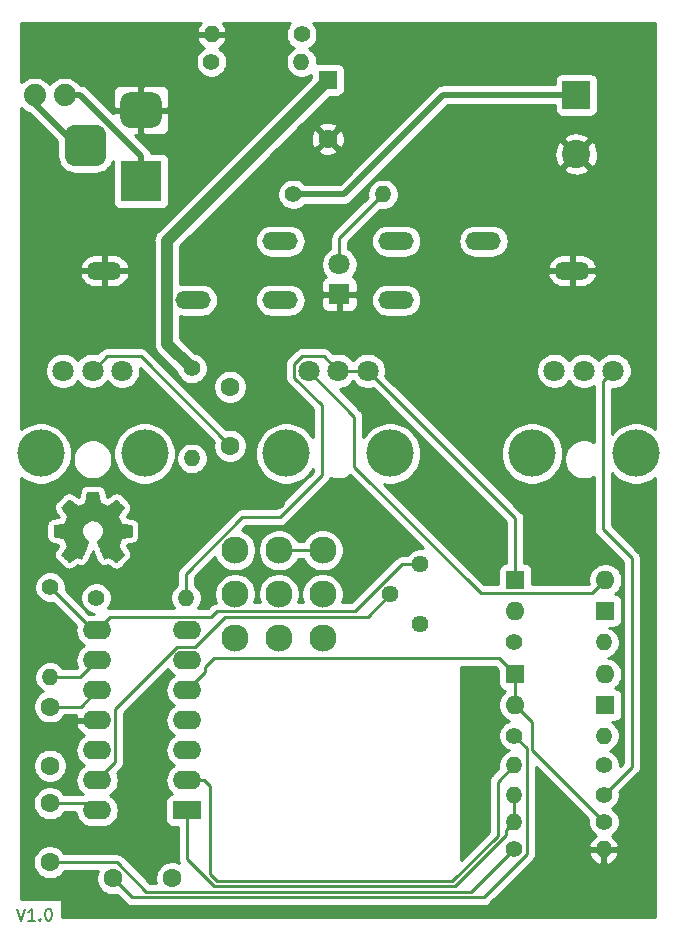
<source format=gbr>
%TF.GenerationSoftware,KiCad,Pcbnew,5.1.8-5.1.8*%
%TF.CreationDate,2021-11-25T16:42:30+01:00*%
%TF.ProjectId,diodedistortion,64696f64-6564-4697-9374-6f7274696f6e,rev?*%
%TF.SameCoordinates,Original*%
%TF.FileFunction,Copper,L1,Top*%
%TF.FilePolarity,Positive*%
%FSLAX46Y46*%
G04 Gerber Fmt 4.6, Leading zero omitted, Abs format (unit mm)*
G04 Created by KiCad (PCBNEW 5.1.8-5.1.8) date 2021-11-25 16:42:30*
%MOMM*%
%LPD*%
G01*
G04 APERTURE LIST*
%TA.AperFunction,NonConductor*%
%ADD10C,0.150000*%
%TD*%
%TA.AperFunction,EtchedComponent*%
%ADD11C,0.010000*%
%TD*%
%TA.AperFunction,ComponentPad*%
%ADD12C,2.300000*%
%TD*%
%TA.AperFunction,ComponentPad*%
%ADD13O,1.400000X1.400000*%
%TD*%
%TA.AperFunction,ComponentPad*%
%ADD14C,1.400000*%
%TD*%
%TA.AperFunction,ComponentPad*%
%ADD15O,1.600000X1.600000*%
%TD*%
%TA.AperFunction,ComponentPad*%
%ADD16R,1.600000X1.600000*%
%TD*%
%TA.AperFunction,ComponentPad*%
%ADD17O,2.400000X1.600000*%
%TD*%
%TA.AperFunction,ComponentPad*%
%ADD18R,2.400000X1.600000*%
%TD*%
%TA.AperFunction,ComponentPad*%
%ADD19C,1.440000*%
%TD*%
%TA.AperFunction,WasherPad*%
%ADD20C,4.000000*%
%TD*%
%TA.AperFunction,ComponentPad*%
%ADD21C,1.800000*%
%TD*%
%TA.AperFunction,ComponentPad*%
%ADD22O,3.000000X1.524000*%
%TD*%
%TA.AperFunction,ComponentPad*%
%ADD23R,3.500000X3.500000*%
%TD*%
%TA.AperFunction,ComponentPad*%
%ADD24R,1.800000X1.800000*%
%TD*%
%TA.AperFunction,ComponentPad*%
%ADD25C,1.600000*%
%TD*%
%TA.AperFunction,ComponentPad*%
%ADD26C,2.400000*%
%TD*%
%TA.AperFunction,ComponentPad*%
%ADD27R,2.400000X2.400000*%
%TD*%
%TA.AperFunction,ComponentPad*%
%ADD28C,1.879600*%
%TD*%
%TA.AperFunction,ViaPad*%
%ADD29C,0.800000*%
%TD*%
%TA.AperFunction,Conductor*%
%ADD30C,0.500000*%
%TD*%
%TA.AperFunction,Conductor*%
%ADD31C,0.250000*%
%TD*%
%TA.AperFunction,Conductor*%
%ADD32C,1.000000*%
%TD*%
%TA.AperFunction,Conductor*%
%ADD33C,0.254000*%
%TD*%
%TA.AperFunction,Conductor*%
%ADD34C,0.100000*%
%TD*%
G04 APERTURE END LIST*
D10*
X64301190Y-141627380D02*
X64634523Y-142627380D01*
X64967857Y-141627380D01*
X65825000Y-142627380D02*
X65253571Y-142627380D01*
X65539285Y-142627380D02*
X65539285Y-141627380D01*
X65444047Y-141770238D01*
X65348809Y-141865476D01*
X65253571Y-141913095D01*
X66253571Y-142532142D02*
X66301190Y-142579761D01*
X66253571Y-142627380D01*
X66205952Y-142579761D01*
X66253571Y-142532142D01*
X66253571Y-142627380D01*
X66920238Y-141627380D02*
X67015476Y-141627380D01*
X67110714Y-141675000D01*
X67158333Y-141722619D01*
X67205952Y-141817857D01*
X67253571Y-142008333D01*
X67253571Y-142246428D01*
X67205952Y-142436904D01*
X67158333Y-142532142D01*
X67110714Y-142579761D01*
X67015476Y-142627380D01*
X66920238Y-142627380D01*
X66825000Y-142579761D01*
X66777380Y-142532142D01*
X66729761Y-142436904D01*
X66682142Y-142246428D01*
X66682142Y-142008333D01*
X66729761Y-141817857D01*
X66777380Y-141722619D01*
X66825000Y-141675000D01*
X66920238Y-141627380D01*
D11*
%TO.C,REF\u002A\u002A*%
G36*
X71255814Y-106793931D02*
G01*
X71339635Y-107238555D01*
X71648920Y-107366053D01*
X71958206Y-107493551D01*
X72329246Y-107241246D01*
X72433157Y-107170996D01*
X72527087Y-107108272D01*
X72606652Y-107055938D01*
X72667470Y-107016857D01*
X72705157Y-106993893D01*
X72715421Y-106988942D01*
X72733910Y-107001676D01*
X72773420Y-107036882D01*
X72829522Y-107090062D01*
X72897787Y-107156718D01*
X72973786Y-107232354D01*
X73053092Y-107312472D01*
X73131275Y-107392574D01*
X73203907Y-107468164D01*
X73266559Y-107534745D01*
X73314803Y-107587818D01*
X73344210Y-107622887D01*
X73351241Y-107634623D01*
X73341123Y-107656260D01*
X73312759Y-107703662D01*
X73269129Y-107772193D01*
X73213218Y-107857215D01*
X73148006Y-107954093D01*
X73110219Y-108009350D01*
X73041343Y-108110248D01*
X72980140Y-108201299D01*
X72929578Y-108277970D01*
X72892628Y-108335728D01*
X72872258Y-108370043D01*
X72869197Y-108377254D01*
X72876136Y-108397748D01*
X72895051Y-108445513D01*
X72923087Y-108513832D01*
X72957391Y-108595989D01*
X72995109Y-108685270D01*
X73033387Y-108774958D01*
X73069370Y-108858338D01*
X73100206Y-108928694D01*
X73123039Y-108979310D01*
X73135017Y-109003471D01*
X73135724Y-109004422D01*
X73154531Y-109009036D01*
X73204618Y-109019328D01*
X73280793Y-109034287D01*
X73377865Y-109052901D01*
X73490643Y-109074159D01*
X73556442Y-109086418D01*
X73676950Y-109109362D01*
X73785797Y-109131195D01*
X73877476Y-109150722D01*
X73946481Y-109166748D01*
X73987304Y-109178079D01*
X73995511Y-109181674D01*
X74003548Y-109206006D01*
X74010033Y-109260959D01*
X74014970Y-109340108D01*
X74018364Y-109437026D01*
X74020218Y-109545287D01*
X74020538Y-109658465D01*
X74019327Y-109770135D01*
X74016590Y-109873868D01*
X74012331Y-109963241D01*
X74006555Y-110031826D01*
X73999267Y-110073197D01*
X73994895Y-110081810D01*
X73968764Y-110092133D01*
X73913393Y-110106892D01*
X73836107Y-110124352D01*
X73744230Y-110142780D01*
X73712158Y-110148741D01*
X73557524Y-110177066D01*
X73435375Y-110199876D01*
X73341673Y-110218080D01*
X73272384Y-110232583D01*
X73223471Y-110244292D01*
X73190897Y-110254115D01*
X73170628Y-110262956D01*
X73158626Y-110271724D01*
X73156947Y-110273457D01*
X73140184Y-110301371D01*
X73114614Y-110355695D01*
X73082788Y-110429777D01*
X73047260Y-110516965D01*
X73010583Y-110610608D01*
X72975311Y-110704052D01*
X72943996Y-110790647D01*
X72919193Y-110863740D01*
X72903454Y-110916678D01*
X72899332Y-110942811D01*
X72899676Y-110943726D01*
X72913641Y-110965086D01*
X72945322Y-111012084D01*
X72991391Y-111079827D01*
X73048518Y-111163423D01*
X73113373Y-111257982D01*
X73131843Y-111284854D01*
X73197699Y-111382275D01*
X73255650Y-111471163D01*
X73302538Y-111546412D01*
X73335207Y-111602920D01*
X73350500Y-111635581D01*
X73351241Y-111639593D01*
X73338392Y-111660684D01*
X73302888Y-111702464D01*
X73249293Y-111760445D01*
X73182171Y-111830135D01*
X73106087Y-111907045D01*
X73025604Y-111986683D01*
X72945287Y-112064561D01*
X72869699Y-112136186D01*
X72803405Y-112197070D01*
X72750969Y-112242721D01*
X72716955Y-112268650D01*
X72707545Y-112272883D01*
X72685643Y-112262912D01*
X72640800Y-112236020D01*
X72580321Y-112196736D01*
X72533789Y-112165117D01*
X72449475Y-112107098D01*
X72349626Y-112038784D01*
X72249473Y-111970579D01*
X72195627Y-111934075D01*
X72013371Y-111810800D01*
X71860381Y-111893520D01*
X71790682Y-111929759D01*
X71731414Y-111957926D01*
X71691311Y-111973991D01*
X71681103Y-111976226D01*
X71668829Y-111959722D01*
X71644613Y-111913082D01*
X71610263Y-111840609D01*
X71567588Y-111746606D01*
X71518394Y-111635374D01*
X71464490Y-111511215D01*
X71407684Y-111378432D01*
X71349782Y-111241327D01*
X71292593Y-111104202D01*
X71237924Y-110971358D01*
X71187584Y-110847098D01*
X71143380Y-110735725D01*
X71107119Y-110641539D01*
X71080609Y-110568844D01*
X71065658Y-110521941D01*
X71063254Y-110505833D01*
X71082311Y-110485286D01*
X71124036Y-110451933D01*
X71179706Y-110412702D01*
X71184378Y-110409599D01*
X71328264Y-110294423D01*
X71444283Y-110160053D01*
X71531430Y-110010784D01*
X71588699Y-109850913D01*
X71615086Y-109684737D01*
X71609585Y-109516552D01*
X71571190Y-109350655D01*
X71498895Y-109191342D01*
X71477626Y-109156487D01*
X71366996Y-109015737D01*
X71236302Y-108902714D01*
X71090064Y-108818003D01*
X70932808Y-108762194D01*
X70769057Y-108735874D01*
X70603333Y-108739630D01*
X70440162Y-108774050D01*
X70284065Y-108839723D01*
X70139567Y-108937235D01*
X70094869Y-108976813D01*
X69981112Y-109100703D01*
X69898218Y-109231124D01*
X69841356Y-109377315D01*
X69809687Y-109522088D01*
X69801869Y-109684860D01*
X69827938Y-109848440D01*
X69885245Y-110007298D01*
X69971144Y-110155906D01*
X70082986Y-110288735D01*
X70218123Y-110400256D01*
X70235883Y-110412011D01*
X70292150Y-110450508D01*
X70334923Y-110483863D01*
X70355372Y-110505160D01*
X70355669Y-110505833D01*
X70351279Y-110528871D01*
X70333876Y-110581157D01*
X70305268Y-110658390D01*
X70267265Y-110756268D01*
X70221674Y-110870491D01*
X70170303Y-110996758D01*
X70114962Y-111130767D01*
X70057458Y-111268218D01*
X69999601Y-111404808D01*
X69943198Y-111536237D01*
X69890058Y-111658205D01*
X69841990Y-111766409D01*
X69800801Y-111856549D01*
X69768301Y-111924323D01*
X69746297Y-111965430D01*
X69737436Y-111976226D01*
X69710360Y-111967819D01*
X69659697Y-111945272D01*
X69594183Y-111912613D01*
X69558159Y-111893520D01*
X69405168Y-111810800D01*
X69222912Y-111934075D01*
X69129875Y-111997228D01*
X69028015Y-112066727D01*
X68932562Y-112132165D01*
X68884750Y-112165117D01*
X68817505Y-112210273D01*
X68760564Y-112246057D01*
X68721354Y-112267938D01*
X68708619Y-112272563D01*
X68690083Y-112260085D01*
X68649059Y-112225252D01*
X68589525Y-112171678D01*
X68515458Y-112102983D01*
X68430835Y-112022781D01*
X68377315Y-111971286D01*
X68283681Y-111879286D01*
X68202759Y-111796999D01*
X68137823Y-111727945D01*
X68092142Y-111675644D01*
X68068989Y-111643616D01*
X68066768Y-111637116D01*
X68077076Y-111612394D01*
X68105561Y-111562405D01*
X68149063Y-111492212D01*
X68204423Y-111406875D01*
X68268480Y-111311456D01*
X68286697Y-111284854D01*
X68353073Y-111188167D01*
X68412622Y-111101117D01*
X68462016Y-111028595D01*
X68497925Y-110975493D01*
X68517019Y-110946703D01*
X68518864Y-110943726D01*
X68516105Y-110920782D01*
X68501462Y-110870336D01*
X68477487Y-110799041D01*
X68446734Y-110713547D01*
X68411756Y-110620507D01*
X68375107Y-110526574D01*
X68339339Y-110438399D01*
X68307006Y-110362634D01*
X68280662Y-110305931D01*
X68262858Y-110274943D01*
X68261593Y-110273457D01*
X68250706Y-110264601D01*
X68232318Y-110255843D01*
X68202394Y-110246277D01*
X68156897Y-110234996D01*
X68091791Y-110221093D01*
X68003039Y-110203663D01*
X67886607Y-110181798D01*
X67738458Y-110154591D01*
X67706382Y-110148741D01*
X67611314Y-110130374D01*
X67528435Y-110112405D01*
X67465070Y-110096569D01*
X67428542Y-110084600D01*
X67423644Y-110081810D01*
X67415573Y-110057072D01*
X67409013Y-110001790D01*
X67403967Y-109922389D01*
X67400441Y-109825296D01*
X67398439Y-109716938D01*
X67397964Y-109603740D01*
X67399023Y-109492128D01*
X67401618Y-109388529D01*
X67405754Y-109299368D01*
X67411437Y-109231072D01*
X67418669Y-109190066D01*
X67423029Y-109181674D01*
X67447302Y-109173208D01*
X67502574Y-109159435D01*
X67583338Y-109141550D01*
X67684088Y-109120748D01*
X67799317Y-109098223D01*
X67862098Y-109086418D01*
X67981213Y-109064151D01*
X68087435Y-109043979D01*
X68175573Y-109026915D01*
X68240434Y-109013969D01*
X68276826Y-109006155D01*
X68282816Y-109004422D01*
X68292939Y-108984890D01*
X68314338Y-108937843D01*
X68344161Y-108870003D01*
X68379555Y-108788091D01*
X68417668Y-108698828D01*
X68455647Y-108608935D01*
X68490640Y-108525135D01*
X68519794Y-108454147D01*
X68540257Y-108402694D01*
X68549177Y-108377497D01*
X68549343Y-108376396D01*
X68539231Y-108356519D01*
X68510883Y-108310777D01*
X68467277Y-108243717D01*
X68411394Y-108159884D01*
X68346213Y-108063826D01*
X68308321Y-108008650D01*
X68239275Y-107907481D01*
X68177950Y-107815630D01*
X68127337Y-107737744D01*
X68090429Y-107678469D01*
X68070218Y-107642451D01*
X68067299Y-107634377D01*
X68079847Y-107615584D01*
X68114537Y-107575457D01*
X68166937Y-107518493D01*
X68232616Y-107449185D01*
X68307144Y-107372031D01*
X68386087Y-107291525D01*
X68465017Y-107212163D01*
X68539500Y-107138440D01*
X68605106Y-107074852D01*
X68657404Y-107025894D01*
X68691961Y-106996061D01*
X68703522Y-106988942D01*
X68722346Y-106998953D01*
X68767369Y-107027078D01*
X68834213Y-107070454D01*
X68918501Y-107126218D01*
X69015856Y-107191506D01*
X69089293Y-107241246D01*
X69460333Y-107493551D01*
X70078905Y-107238555D01*
X70162725Y-106793931D01*
X70246546Y-106349307D01*
X71171994Y-106349307D01*
X71255814Y-106793931D01*
G37*
X71255814Y-106793931D02*
X71339635Y-107238555D01*
X71648920Y-107366053D01*
X71958206Y-107493551D01*
X72329246Y-107241246D01*
X72433157Y-107170996D01*
X72527087Y-107108272D01*
X72606652Y-107055938D01*
X72667470Y-107016857D01*
X72705157Y-106993893D01*
X72715421Y-106988942D01*
X72733910Y-107001676D01*
X72773420Y-107036882D01*
X72829522Y-107090062D01*
X72897787Y-107156718D01*
X72973786Y-107232354D01*
X73053092Y-107312472D01*
X73131275Y-107392574D01*
X73203907Y-107468164D01*
X73266559Y-107534745D01*
X73314803Y-107587818D01*
X73344210Y-107622887D01*
X73351241Y-107634623D01*
X73341123Y-107656260D01*
X73312759Y-107703662D01*
X73269129Y-107772193D01*
X73213218Y-107857215D01*
X73148006Y-107954093D01*
X73110219Y-108009350D01*
X73041343Y-108110248D01*
X72980140Y-108201299D01*
X72929578Y-108277970D01*
X72892628Y-108335728D01*
X72872258Y-108370043D01*
X72869197Y-108377254D01*
X72876136Y-108397748D01*
X72895051Y-108445513D01*
X72923087Y-108513832D01*
X72957391Y-108595989D01*
X72995109Y-108685270D01*
X73033387Y-108774958D01*
X73069370Y-108858338D01*
X73100206Y-108928694D01*
X73123039Y-108979310D01*
X73135017Y-109003471D01*
X73135724Y-109004422D01*
X73154531Y-109009036D01*
X73204618Y-109019328D01*
X73280793Y-109034287D01*
X73377865Y-109052901D01*
X73490643Y-109074159D01*
X73556442Y-109086418D01*
X73676950Y-109109362D01*
X73785797Y-109131195D01*
X73877476Y-109150722D01*
X73946481Y-109166748D01*
X73987304Y-109178079D01*
X73995511Y-109181674D01*
X74003548Y-109206006D01*
X74010033Y-109260959D01*
X74014970Y-109340108D01*
X74018364Y-109437026D01*
X74020218Y-109545287D01*
X74020538Y-109658465D01*
X74019327Y-109770135D01*
X74016590Y-109873868D01*
X74012331Y-109963241D01*
X74006555Y-110031826D01*
X73999267Y-110073197D01*
X73994895Y-110081810D01*
X73968764Y-110092133D01*
X73913393Y-110106892D01*
X73836107Y-110124352D01*
X73744230Y-110142780D01*
X73712158Y-110148741D01*
X73557524Y-110177066D01*
X73435375Y-110199876D01*
X73341673Y-110218080D01*
X73272384Y-110232583D01*
X73223471Y-110244292D01*
X73190897Y-110254115D01*
X73170628Y-110262956D01*
X73158626Y-110271724D01*
X73156947Y-110273457D01*
X73140184Y-110301371D01*
X73114614Y-110355695D01*
X73082788Y-110429777D01*
X73047260Y-110516965D01*
X73010583Y-110610608D01*
X72975311Y-110704052D01*
X72943996Y-110790647D01*
X72919193Y-110863740D01*
X72903454Y-110916678D01*
X72899332Y-110942811D01*
X72899676Y-110943726D01*
X72913641Y-110965086D01*
X72945322Y-111012084D01*
X72991391Y-111079827D01*
X73048518Y-111163423D01*
X73113373Y-111257982D01*
X73131843Y-111284854D01*
X73197699Y-111382275D01*
X73255650Y-111471163D01*
X73302538Y-111546412D01*
X73335207Y-111602920D01*
X73350500Y-111635581D01*
X73351241Y-111639593D01*
X73338392Y-111660684D01*
X73302888Y-111702464D01*
X73249293Y-111760445D01*
X73182171Y-111830135D01*
X73106087Y-111907045D01*
X73025604Y-111986683D01*
X72945287Y-112064561D01*
X72869699Y-112136186D01*
X72803405Y-112197070D01*
X72750969Y-112242721D01*
X72716955Y-112268650D01*
X72707545Y-112272883D01*
X72685643Y-112262912D01*
X72640800Y-112236020D01*
X72580321Y-112196736D01*
X72533789Y-112165117D01*
X72449475Y-112107098D01*
X72349626Y-112038784D01*
X72249473Y-111970579D01*
X72195627Y-111934075D01*
X72013371Y-111810800D01*
X71860381Y-111893520D01*
X71790682Y-111929759D01*
X71731414Y-111957926D01*
X71691311Y-111973991D01*
X71681103Y-111976226D01*
X71668829Y-111959722D01*
X71644613Y-111913082D01*
X71610263Y-111840609D01*
X71567588Y-111746606D01*
X71518394Y-111635374D01*
X71464490Y-111511215D01*
X71407684Y-111378432D01*
X71349782Y-111241327D01*
X71292593Y-111104202D01*
X71237924Y-110971358D01*
X71187584Y-110847098D01*
X71143380Y-110735725D01*
X71107119Y-110641539D01*
X71080609Y-110568844D01*
X71065658Y-110521941D01*
X71063254Y-110505833D01*
X71082311Y-110485286D01*
X71124036Y-110451933D01*
X71179706Y-110412702D01*
X71184378Y-110409599D01*
X71328264Y-110294423D01*
X71444283Y-110160053D01*
X71531430Y-110010784D01*
X71588699Y-109850913D01*
X71615086Y-109684737D01*
X71609585Y-109516552D01*
X71571190Y-109350655D01*
X71498895Y-109191342D01*
X71477626Y-109156487D01*
X71366996Y-109015737D01*
X71236302Y-108902714D01*
X71090064Y-108818003D01*
X70932808Y-108762194D01*
X70769057Y-108735874D01*
X70603333Y-108739630D01*
X70440162Y-108774050D01*
X70284065Y-108839723D01*
X70139567Y-108937235D01*
X70094869Y-108976813D01*
X69981112Y-109100703D01*
X69898218Y-109231124D01*
X69841356Y-109377315D01*
X69809687Y-109522088D01*
X69801869Y-109684860D01*
X69827938Y-109848440D01*
X69885245Y-110007298D01*
X69971144Y-110155906D01*
X70082986Y-110288735D01*
X70218123Y-110400256D01*
X70235883Y-110412011D01*
X70292150Y-110450508D01*
X70334923Y-110483863D01*
X70355372Y-110505160D01*
X70355669Y-110505833D01*
X70351279Y-110528871D01*
X70333876Y-110581157D01*
X70305268Y-110658390D01*
X70267265Y-110756268D01*
X70221674Y-110870491D01*
X70170303Y-110996758D01*
X70114962Y-111130767D01*
X70057458Y-111268218D01*
X69999601Y-111404808D01*
X69943198Y-111536237D01*
X69890058Y-111658205D01*
X69841990Y-111766409D01*
X69800801Y-111856549D01*
X69768301Y-111924323D01*
X69746297Y-111965430D01*
X69737436Y-111976226D01*
X69710360Y-111967819D01*
X69659697Y-111945272D01*
X69594183Y-111912613D01*
X69558159Y-111893520D01*
X69405168Y-111810800D01*
X69222912Y-111934075D01*
X69129875Y-111997228D01*
X69028015Y-112066727D01*
X68932562Y-112132165D01*
X68884750Y-112165117D01*
X68817505Y-112210273D01*
X68760564Y-112246057D01*
X68721354Y-112267938D01*
X68708619Y-112272563D01*
X68690083Y-112260085D01*
X68649059Y-112225252D01*
X68589525Y-112171678D01*
X68515458Y-112102983D01*
X68430835Y-112022781D01*
X68377315Y-111971286D01*
X68283681Y-111879286D01*
X68202759Y-111796999D01*
X68137823Y-111727945D01*
X68092142Y-111675644D01*
X68068989Y-111643616D01*
X68066768Y-111637116D01*
X68077076Y-111612394D01*
X68105561Y-111562405D01*
X68149063Y-111492212D01*
X68204423Y-111406875D01*
X68268480Y-111311456D01*
X68286697Y-111284854D01*
X68353073Y-111188167D01*
X68412622Y-111101117D01*
X68462016Y-111028595D01*
X68497925Y-110975493D01*
X68517019Y-110946703D01*
X68518864Y-110943726D01*
X68516105Y-110920782D01*
X68501462Y-110870336D01*
X68477487Y-110799041D01*
X68446734Y-110713547D01*
X68411756Y-110620507D01*
X68375107Y-110526574D01*
X68339339Y-110438399D01*
X68307006Y-110362634D01*
X68280662Y-110305931D01*
X68262858Y-110274943D01*
X68261593Y-110273457D01*
X68250706Y-110264601D01*
X68232318Y-110255843D01*
X68202394Y-110246277D01*
X68156897Y-110234996D01*
X68091791Y-110221093D01*
X68003039Y-110203663D01*
X67886607Y-110181798D01*
X67738458Y-110154591D01*
X67706382Y-110148741D01*
X67611314Y-110130374D01*
X67528435Y-110112405D01*
X67465070Y-110096569D01*
X67428542Y-110084600D01*
X67423644Y-110081810D01*
X67415573Y-110057072D01*
X67409013Y-110001790D01*
X67403967Y-109922389D01*
X67400441Y-109825296D01*
X67398439Y-109716938D01*
X67397964Y-109603740D01*
X67399023Y-109492128D01*
X67401618Y-109388529D01*
X67405754Y-109299368D01*
X67411437Y-109231072D01*
X67418669Y-109190066D01*
X67423029Y-109181674D01*
X67447302Y-109173208D01*
X67502574Y-109159435D01*
X67583338Y-109141550D01*
X67684088Y-109120748D01*
X67799317Y-109098223D01*
X67862098Y-109086418D01*
X67981213Y-109064151D01*
X68087435Y-109043979D01*
X68175573Y-109026915D01*
X68240434Y-109013969D01*
X68276826Y-109006155D01*
X68282816Y-109004422D01*
X68292939Y-108984890D01*
X68314338Y-108937843D01*
X68344161Y-108870003D01*
X68379555Y-108788091D01*
X68417668Y-108698828D01*
X68455647Y-108608935D01*
X68490640Y-108525135D01*
X68519794Y-108454147D01*
X68540257Y-108402694D01*
X68549177Y-108377497D01*
X68549343Y-108376396D01*
X68539231Y-108356519D01*
X68510883Y-108310777D01*
X68467277Y-108243717D01*
X68411394Y-108159884D01*
X68346213Y-108063826D01*
X68308321Y-108008650D01*
X68239275Y-107907481D01*
X68177950Y-107815630D01*
X68127337Y-107737744D01*
X68090429Y-107678469D01*
X68070218Y-107642451D01*
X68067299Y-107634377D01*
X68079847Y-107615584D01*
X68114537Y-107575457D01*
X68166937Y-107518493D01*
X68232616Y-107449185D01*
X68307144Y-107372031D01*
X68386087Y-107291525D01*
X68465017Y-107212163D01*
X68539500Y-107138440D01*
X68605106Y-107074852D01*
X68657404Y-107025894D01*
X68691961Y-106996061D01*
X68703522Y-106988942D01*
X68722346Y-106998953D01*
X68767369Y-107027078D01*
X68834213Y-107070454D01*
X68918501Y-107126218D01*
X69015856Y-107191506D01*
X69089293Y-107241246D01*
X69460333Y-107493551D01*
X70078905Y-107238555D01*
X70162725Y-106793931D01*
X70246546Y-106349307D01*
X71171994Y-106349307D01*
X71255814Y-106793931D01*
%TD*%
D12*
%TO.P,S1,P$6*%
%TO.N,Net-(S1-PadP$6)*%
X86475000Y-111275000D03*
%TO.P,S1,P$9*%
X90175000Y-111275000D03*
%TO.P,S1,P$3*%
%TO.N,Net-(S1-PadP$3)*%
X82775000Y-111275000D03*
%TO.P,S1,P$8*%
%TO.N,Net-(J3-PadT)*%
X90175000Y-114975000D03*
%TO.P,S1,P$5*%
%TO.N,Net-(J2-PadT)*%
X86475000Y-114975000D03*
%TO.P,S1,P$2*%
%TO.N,Net-(BT1-Pad1)*%
X82775000Y-114975000D03*
%TO.P,S1,P$7*%
%TO.N,Net-(C6-Pad1)*%
X90175000Y-118675000D03*
%TO.P,S1,P$1*%
%TO.N,Net-(C1-Pad1)*%
X82775000Y-118675000D03*
%TO.P,S1,P$4*%
%TO.N,Net-(C2-Pad2)*%
X86475000Y-118675000D03*
%TD*%
D13*
%TO.P,R12,2*%
%TO.N,GND*%
X113970000Y-136600000D03*
D14*
%TO.P,R12,1*%
%TO.N,Net-(C6-Pad1)*%
X106350000Y-136600000D03*
%TD*%
D13*
%TO.P,R11,2*%
%TO.N,Net-(R11-Pad2)*%
X67100000Y-122020000D03*
D14*
%TO.P,R11,1*%
%TO.N,Net-(R11-Pad1)*%
X67100000Y-114400000D03*
%TD*%
D13*
%TO.P,R10,2*%
%TO.N,Net-(C5-Pad1)*%
X79100000Y-103495000D03*
D14*
%TO.P,R10,1*%
%TO.N,GNDREF*%
X79100000Y-95875000D03*
%TD*%
D13*
%TO.P,R9,2*%
%TO.N,Net-(D4-Pad2)*%
X78620000Y-115300000D03*
D14*
%TO.P,R9,1*%
%TO.N,Net-(C4-Pad1)*%
X71000000Y-115300000D03*
%TD*%
D13*
%TO.P,R8,2*%
%TO.N,Net-(D4-Pad1)*%
X114020000Y-119075000D03*
D14*
%TO.P,R8,1*%
%TO.N,GNDREF*%
X106400000Y-119075000D03*
%TD*%
D13*
%TO.P,R7,2*%
%TO.N,Net-(D2-Pad2)*%
X95310000Y-81130000D03*
D14*
%TO.P,R7,1*%
%TO.N,Net-(C1-Pad1)*%
X87690000Y-81130000D03*
%TD*%
D13*
%TO.P,R6,2*%
%TO.N,Net-(R5-Pad2)*%
X106380000Y-134275000D03*
D14*
%TO.P,R6,1*%
%TO.N,Net-(D1-Pad2)*%
X114000000Y-134275000D03*
%TD*%
D13*
%TO.P,R5,2*%
%TO.N,Net-(R5-Pad2)*%
X106380000Y-131975000D03*
D14*
%TO.P,R5,1*%
%TO.N,Net-(R5-Pad1)*%
X114000000Y-131975000D03*
%TD*%
D13*
%TO.P,R4,2*%
%TO.N,Net-(R4-Pad2)*%
X106380000Y-129475000D03*
D14*
%TO.P,R4,1*%
%TO.N,GNDREF*%
X114000000Y-129475000D03*
%TD*%
D13*
%TO.P,R3,2*%
%TO.N,GNDREF*%
X114020000Y-126975000D03*
D14*
%TO.P,R3,1*%
%TO.N,Net-(C2-Pad1)*%
X106400000Y-126975000D03*
%TD*%
D13*
%TO.P,R2,2*%
%TO.N,GND*%
X80780000Y-67600000D03*
D14*
%TO.P,R2,1*%
%TO.N,GNDREF*%
X88400000Y-67600000D03*
%TD*%
D13*
%TO.P,R1,2*%
%TO.N,GNDREF*%
X88380000Y-69920000D03*
D14*
%TO.P,R1,1*%
%TO.N,Net-(C1-Pad1)*%
X80760000Y-69920000D03*
%TD*%
D15*
%TO.P,D4,2*%
%TO.N,Net-(D4-Pad2)*%
X106480000Y-116375000D03*
D16*
%TO.P,D4,1*%
%TO.N,Net-(D4-Pad1)*%
X114100000Y-116375000D03*
%TD*%
D17*
%TO.P,U1,14*%
%TO.N,Net-(C6-Pad2)*%
X71080000Y-133300000D03*
%TO.P,U1,7*%
%TO.N,Net-(D4-Pad2)*%
X78700000Y-118060000D03*
%TO.P,U1,13*%
%TO.N,Net-(RV4-Pad2)*%
X71080000Y-130760000D03*
%TO.P,U1,6*%
%TO.N,Net-(D4-Pad1)*%
X78700000Y-120600000D03*
%TO.P,U1,12*%
%TO.N,Net-(C6-Pad2)*%
X71080000Y-128220000D03*
%TO.P,U1,5*%
%TO.N,Net-(D1-Pad2)*%
X78700000Y-123140000D03*
%TO.P,U1,11*%
%TO.N,GND*%
X71080000Y-125680000D03*
%TO.P,U1,4*%
%TO.N,Net-(C1-Pad1)*%
X78700000Y-125680000D03*
%TO.P,U1,10*%
%TO.N,Net-(C4-Pad1)*%
X71080000Y-123140000D03*
%TO.P,U1,3*%
%TO.N,Net-(C2-Pad1)*%
X78700000Y-128220000D03*
%TO.P,U1,9*%
%TO.N,Net-(R11-Pad2)*%
X71080000Y-120600000D03*
%TO.P,U1,2*%
%TO.N,Net-(R4-Pad2)*%
X78700000Y-130760000D03*
%TO.P,U1,8*%
%TO.N,Net-(R11-Pad1)*%
X71080000Y-118060000D03*
D18*
%TO.P,U1,1*%
%TO.N,Net-(R5-Pad2)*%
X78700000Y-133300000D03*
%TD*%
D19*
%TO.P,RV4,1*%
%TO.N,Net-(R11-Pad1)*%
X98450000Y-112450000D03*
%TO.P,RV4,2*%
%TO.N,Net-(RV4-Pad2)*%
X95910000Y-114990000D03*
%TO.P,RV4,3*%
%TO.N,GNDREF*%
X98450000Y-117530000D03*
%TD*%
D20*
%TO.P,RV3,*%
%TO.N,*%
X75100000Y-103075000D03*
X66300000Y-103075000D03*
D21*
%TO.P,RV3,1*%
%TO.N,Net-(C4-Pad1)*%
X73200000Y-96075000D03*
%TO.P,RV3,2*%
%TO.N,Net-(C5-Pad2)*%
X70700000Y-96075000D03*
%TO.P,RV3,3*%
%TO.N,Net-(R11-Pad2)*%
X68200000Y-96075000D03*
%TD*%
D20*
%TO.P,RV2,*%
%TO.N,*%
X95900000Y-103075000D03*
X87100000Y-103075000D03*
D21*
%TO.P,RV2,1*%
%TO.N,Net-(D4-Pad2)*%
X94000000Y-96075000D03*
%TO.P,RV2,2*%
X91500000Y-96075000D03*
%TO.P,RV2,3*%
%TO.N,Net-(D4-Pad1)*%
X89000000Y-96075000D03*
%TD*%
D20*
%TO.P,RV1,*%
%TO.N,*%
X116700000Y-103075000D03*
X107900000Y-103075000D03*
D21*
%TO.P,RV1,1*%
%TO.N,Net-(R5-Pad1)*%
X114800000Y-96075000D03*
%TO.P,RV1,2*%
X112300000Y-96075000D03*
%TO.P,RV1,3*%
%TO.N,Net-(R4-Pad2)*%
X109800000Y-96075000D03*
%TD*%
D22*
%TO.P,J3,R*%
%TO.N,N/C*%
X86600000Y-85100000D03*
%TO.P,J3,T*%
%TO.N,Net-(J3-PadT)*%
X86600000Y-90100000D03*
%TO.P,J3,TN*%
%TO.N,N/C*%
X79200000Y-90100000D03*
%TO.P,J3,S*%
%TO.N,GND*%
X71700000Y-87600000D03*
%TD*%
%TO.P,J2,R*%
%TO.N,N/C*%
X96400000Y-90100000D03*
%TO.P,J2,T*%
%TO.N,Net-(J2-PadT)*%
X96400000Y-85100000D03*
%TO.P,J2,TN*%
%TO.N,N/C*%
X103800000Y-85100000D03*
%TO.P,J2,S*%
%TO.N,GND*%
X111300000Y-87600000D03*
%TD*%
%TO.P,J1,3*%
%TO.N,Net-(BT1-Pad2)*%
%TA.AperFunction,ComponentPad*%
G36*
G01*
X69225000Y-75250000D02*
X70975000Y-75250000D01*
G75*
G02*
X71850000Y-76125000I0J-875000D01*
G01*
X71850000Y-77875000D01*
G75*
G02*
X70975000Y-78750000I-875000J0D01*
G01*
X69225000Y-78750000D01*
G75*
G02*
X68350000Y-77875000I0J875000D01*
G01*
X68350000Y-76125000D01*
G75*
G02*
X69225000Y-75250000I875000J0D01*
G01*
G37*
%TD.AperFunction*%
%TO.P,J1,2*%
%TO.N,GND*%
%TA.AperFunction,ComponentPad*%
G36*
G01*
X73800000Y-72500000D02*
X75800000Y-72500000D01*
G75*
G02*
X76550000Y-73250000I0J-750000D01*
G01*
X76550000Y-74750000D01*
G75*
G02*
X75800000Y-75500000I-750000J0D01*
G01*
X73800000Y-75500000D01*
G75*
G02*
X73050000Y-74750000I0J750000D01*
G01*
X73050000Y-73250000D01*
G75*
G02*
X73800000Y-72500000I750000J0D01*
G01*
G37*
%TD.AperFunction*%
D23*
%TO.P,J1,1*%
%TO.N,Net-(BT1-Pad1)*%
X74800000Y-80000000D03*
%TD*%
D15*
%TO.P,D5,2*%
%TO.N,Net-(D4-Pad1)*%
X114120000Y-113775000D03*
D16*
%TO.P,D5,1*%
%TO.N,Net-(D4-Pad2)*%
X106500000Y-113775000D03*
%TD*%
D15*
%TO.P,D3,2*%
%TO.N,GNDREF*%
X114120000Y-121775000D03*
D16*
%TO.P,D3,1*%
%TO.N,Net-(D1-Pad2)*%
X106500000Y-121775000D03*
%TD*%
D21*
%TO.P,D2,2*%
%TO.N,Net-(D2-Pad2)*%
X91600000Y-87060000D03*
D24*
%TO.P,D2,1*%
%TO.N,GND*%
X91600000Y-89600000D03*
%TD*%
D15*
%TO.P,D1,2*%
%TO.N,Net-(D1-Pad2)*%
X106480000Y-124375000D03*
D16*
%TO.P,D1,1*%
%TO.N,GNDREF*%
X114100000Y-124375000D03*
%TD*%
D25*
%TO.P,C6,2*%
%TO.N,Net-(C6-Pad2)*%
X67075000Y-132700000D03*
%TO.P,C6,1*%
%TO.N,Net-(C6-Pad1)*%
X67075000Y-137700000D03*
%TD*%
%TO.P,C5,2*%
%TO.N,Net-(C5-Pad2)*%
X82350000Y-102425000D03*
%TO.P,C5,1*%
%TO.N,Net-(C5-Pad1)*%
X82350000Y-97425000D03*
%TD*%
%TO.P,C4,2*%
%TO.N,GNDREF*%
X67100000Y-129500000D03*
%TO.P,C4,1*%
%TO.N,Net-(C4-Pad1)*%
X67100000Y-124500000D03*
%TD*%
%TO.P,C3,2*%
%TO.N,GND*%
X90620000Y-76430000D03*
D16*
%TO.P,C3,1*%
%TO.N,GNDREF*%
X90620000Y-71430000D03*
%TD*%
D25*
%TO.P,C2,2*%
%TO.N,Net-(C2-Pad2)*%
X77450000Y-139050000D03*
%TO.P,C2,1*%
%TO.N,Net-(C2-Pad1)*%
X72450000Y-139050000D03*
%TD*%
D26*
%TO.P,C1,2*%
%TO.N,GND*%
X111650000Y-77720000D03*
D27*
%TO.P,C1,1*%
%TO.N,Net-(C1-Pad1)*%
X111650000Y-72720000D03*
%TD*%
D28*
%TO.P,BT1,2*%
%TO.N,Net-(BT1-Pad2)*%
X65790000Y-72740000D03*
%TO.P,BT1,1*%
%TO.N,Net-(BT1-Pad1)*%
X68330000Y-72740000D03*
%TD*%
D29*
%TO.N,GND*%
X70725000Y-112975000D03*
X103550000Y-127525000D03*
X96275000Y-111625000D03*
X93375000Y-111550000D03*
X86450000Y-93350000D03*
X86600000Y-107375000D03*
X102500000Y-111600000D03*
%TD*%
D30*
%TO.N,Net-(BT1-Pad2)*%
X69320000Y-77000000D02*
X70100000Y-77000000D01*
X65790000Y-73470000D02*
X69320000Y-77000000D01*
X65790000Y-72740000D02*
X65790000Y-73470000D01*
%TO.N,Net-(BT1-Pad1)*%
X74800000Y-77880923D02*
X74800000Y-80000000D01*
X69659077Y-72740000D02*
X74800000Y-77880923D01*
X68330000Y-72740000D02*
X69659077Y-72740000D01*
%TO.N,Net-(C1-Pad1)*%
X91980000Y-81130000D02*
X87690000Y-81130000D01*
X100390000Y-72720000D02*
X91980000Y-81130000D01*
X111650000Y-72720000D02*
X100390000Y-72720000D01*
D31*
%TO.N,Net-(C2-Pad1)*%
X107475000Y-128050000D02*
X106400000Y-126975000D01*
X107475000Y-136992002D02*
X107475000Y-128050000D01*
X106872001Y-137595001D02*
X107475000Y-136992002D01*
X106872001Y-137602999D02*
X106872001Y-137595001D01*
X103825000Y-140650000D02*
X106872001Y-137602999D01*
X74050000Y-140650000D02*
X103825000Y-140650000D01*
X72450000Y-139050000D02*
X74050000Y-140650000D01*
D32*
%TO.N,GNDREF*%
X76999990Y-85050010D02*
X90620000Y-71430000D01*
X76999990Y-93774990D02*
X76999990Y-85050010D01*
X79100000Y-95875000D02*
X76999990Y-93774990D01*
D31*
%TO.N,Net-(C4-Pad1)*%
X69720000Y-124500000D02*
X71080000Y-123140000D01*
X67100000Y-124500000D02*
X69720000Y-124500000D01*
%TO.N,Net-(C5-Pad2)*%
X74774999Y-94849999D02*
X82350000Y-102425000D01*
X71925001Y-94849999D02*
X74774999Y-94849999D01*
X70700000Y-96075000D02*
X71925001Y-94849999D01*
%TO.N,Net-(C6-Pad2)*%
X70480000Y-132700000D02*
X71080000Y-133300000D01*
X67075000Y-132700000D02*
X70480000Y-132700000D01*
%TO.N,Net-(C6-Pad1)*%
X102774990Y-140175010D02*
X106350000Y-136600000D01*
X75240012Y-140175010D02*
X102774990Y-140175010D01*
X72765002Y-137700000D02*
X75240012Y-140175010D01*
X67075000Y-137700000D02*
X72765002Y-137700000D01*
%TO.N,Net-(D1-Pad2)*%
X107925009Y-128200009D02*
X114000000Y-134275000D01*
X107925009Y-125820009D02*
X107925009Y-128200009D01*
X106480000Y-124375000D02*
X107925009Y-125820009D01*
X106480000Y-121795000D02*
X106500000Y-121775000D01*
X106480000Y-124375000D02*
X106480000Y-121795000D01*
X105124990Y-120399990D02*
X106500000Y-121775000D01*
X80980022Y-120399990D02*
X105124990Y-120399990D01*
X80225010Y-121614990D02*
X80225010Y-121155002D01*
X80225010Y-121155002D02*
X80980022Y-120399990D01*
X78700000Y-123140000D02*
X80225010Y-121614990D01*
%TO.N,Net-(D2-Pad2)*%
X91600000Y-84840000D02*
X95310000Y-81130000D01*
X91600000Y-87060000D02*
X91600000Y-84840000D01*
%TO.N,Net-(D4-Pad2)*%
X106500000Y-108575000D02*
X94000000Y-96075000D01*
X106500000Y-113775000D02*
X106500000Y-108575000D01*
X94000000Y-96075000D02*
X91500000Y-96075000D01*
X83391998Y-108475000D02*
X78620000Y-113246998D01*
X86573002Y-108475000D02*
X83391998Y-108475000D01*
X90124999Y-104923003D02*
X86573002Y-108475000D01*
X90124999Y-99013001D02*
X90124999Y-104923003D01*
X87774999Y-96663001D02*
X90124999Y-99013001D01*
X87774999Y-95486999D02*
X87774999Y-96663001D01*
X78620000Y-113246998D02*
X78620000Y-115300000D01*
X88411999Y-94849999D02*
X87774999Y-95486999D01*
X90274999Y-94849999D02*
X88411999Y-94849999D01*
X91500000Y-96075000D02*
X90274999Y-94849999D01*
%TO.N,Net-(D4-Pad1)*%
X92875001Y-104225001D02*
X92875001Y-99950001D01*
X103550001Y-114900001D02*
X92875001Y-104225001D01*
X112994999Y-114900001D02*
X103550001Y-114900001D01*
X92875001Y-99950001D02*
X89000000Y-96075000D01*
X114120000Y-113775000D02*
X112994999Y-114900001D01*
%TO.N,Net-(R4-Pad2)*%
X104990000Y-130865000D02*
X106380000Y-129475000D01*
X104990000Y-135454988D02*
X104990000Y-130865000D01*
X101169988Y-139275000D02*
X104990000Y-135454988D01*
X81205012Y-139275000D02*
X101169988Y-139275000D01*
X80625000Y-138694988D02*
X81205012Y-139275000D01*
X80625000Y-131235000D02*
X80625000Y-138694988D01*
X80150000Y-130760000D02*
X80625000Y-131235000D01*
X78700000Y-130760000D02*
X80150000Y-130760000D01*
%TO.N,Net-(R5-Pad2)*%
X106380000Y-134275000D02*
X106380000Y-131975000D01*
X105680001Y-134974999D02*
X106380000Y-134275000D01*
X101356399Y-139725000D02*
X105680001Y-135401398D01*
X81018601Y-139725000D02*
X101356399Y-139725000D01*
X78700000Y-137406399D02*
X81018601Y-139725000D01*
X105680001Y-135401398D02*
X105680001Y-134974999D01*
X78700000Y-133300000D02*
X78700000Y-137406399D01*
%TO.N,Net-(R5-Pad1)*%
X114800000Y-96075000D02*
X113900001Y-96974999D01*
X116375000Y-111950000D02*
X116375000Y-129600000D01*
X116375000Y-129600000D02*
X114000000Y-131975000D01*
X113900001Y-109475001D02*
X116375000Y-111950000D01*
X113900001Y-96974999D02*
X113900001Y-109475001D01*
%TO.N,Net-(R11-Pad2)*%
X69660000Y-122020000D02*
X71080000Y-120600000D01*
X67100000Y-122020000D02*
X69660000Y-122020000D01*
%TO.N,Net-(R11-Pad1)*%
X70760000Y-118060000D02*
X71080000Y-118060000D01*
X67100000Y-114400000D02*
X70760000Y-118060000D01*
X96903398Y-112450000D02*
X98450000Y-112450000D01*
X81224999Y-116450001D02*
X92903397Y-116450001D01*
X92903397Y-116450001D02*
X96903398Y-112450000D01*
X80750000Y-116925000D02*
X81224999Y-116450001D01*
X72215000Y-116925000D02*
X80750000Y-116925000D01*
X71080000Y-118060000D02*
X72215000Y-116925000D01*
%TO.N,Net-(RV4-Pad2)*%
X72605010Y-129234990D02*
X71080000Y-130760000D01*
X72605010Y-124703986D02*
X72605010Y-129234990D01*
X77834006Y-119474990D02*
X72605010Y-124703986D01*
X79350010Y-119474990D02*
X77834006Y-119474990D01*
X81924989Y-116900011D02*
X79350010Y-119474990D01*
X93999989Y-116900011D02*
X81924989Y-116900011D01*
X95910000Y-114990000D02*
X93999989Y-116900011D01*
%TO.N,Net-(S1-PadP$6)*%
X90175000Y-111275000D02*
X86475000Y-111275000D01*
%TD*%
D33*
%TO.N,GND*%
X79784649Y-66710330D02*
X79630208Y-66921608D01*
X79519953Y-67158956D01*
X79487284Y-67266671D01*
X79610626Y-67473000D01*
X80653000Y-67473000D01*
X80653000Y-67453000D01*
X80907000Y-67453000D01*
X80907000Y-67473000D01*
X81949374Y-67473000D01*
X82072716Y-67266671D01*
X82040047Y-67158956D01*
X81929792Y-66921608D01*
X81775351Y-66710330D01*
X81720587Y-66660000D01*
X87452025Y-66660000D01*
X87363038Y-66748987D01*
X87216939Y-66967641D01*
X87116304Y-67210595D01*
X87065000Y-67468514D01*
X87065000Y-67731486D01*
X87116304Y-67989405D01*
X87216939Y-68232359D01*
X87363038Y-68451013D01*
X87548987Y-68636962D01*
X87723128Y-68753318D01*
X87528987Y-68883038D01*
X87343038Y-69068987D01*
X87196939Y-69287641D01*
X87096304Y-69530595D01*
X87045000Y-69788514D01*
X87045000Y-70051486D01*
X87096304Y-70309405D01*
X87196939Y-70552359D01*
X87343038Y-70771013D01*
X87528987Y-70956962D01*
X87747641Y-71103061D01*
X87990595Y-71203696D01*
X88248514Y-71255000D01*
X88511486Y-71255000D01*
X88769405Y-71203696D01*
X89012359Y-71103061D01*
X89181928Y-70989759D01*
X89181928Y-71262940D01*
X76236850Y-84208019D01*
X76193542Y-84243561D01*
X76051707Y-84416387D01*
X75995374Y-84521780D01*
X75946314Y-84613564D01*
X75881413Y-84827512D01*
X75859499Y-85050010D01*
X75864991Y-85105771D01*
X75864990Y-93719238D01*
X75859499Y-93774990D01*
X75864990Y-93830741D01*
X75881413Y-93997488D01*
X75946314Y-94211436D01*
X76051706Y-94408613D01*
X76193541Y-94581439D01*
X76236854Y-94616986D01*
X77799427Y-96179559D01*
X77816304Y-96264405D01*
X77916939Y-96507359D01*
X78063038Y-96726013D01*
X78248987Y-96911962D01*
X78467641Y-97058061D01*
X78710595Y-97158696D01*
X78968514Y-97210000D01*
X79231486Y-97210000D01*
X79489405Y-97158696D01*
X79732359Y-97058061D01*
X79951013Y-96911962D01*
X80136962Y-96726013D01*
X80283061Y-96507359D01*
X80383696Y-96264405D01*
X80435000Y-96006486D01*
X80435000Y-95743514D01*
X80383696Y-95485595D01*
X80283061Y-95242641D01*
X80136962Y-95023987D01*
X79951013Y-94838038D01*
X79732359Y-94691939D01*
X79489405Y-94591304D01*
X79404559Y-94574427D01*
X78134990Y-93304859D01*
X78134990Y-91460663D01*
X78188140Y-91476786D01*
X78393375Y-91497000D01*
X80006625Y-91497000D01*
X80211860Y-91476786D01*
X80475195Y-91396904D01*
X80717887Y-91267183D01*
X80930608Y-91092608D01*
X81105183Y-90879887D01*
X81234904Y-90637195D01*
X81314786Y-90373860D01*
X81341759Y-90100000D01*
X84458241Y-90100000D01*
X84485214Y-90373860D01*
X84565096Y-90637195D01*
X84694817Y-90879887D01*
X84869392Y-91092608D01*
X85082113Y-91267183D01*
X85324805Y-91396904D01*
X85588140Y-91476786D01*
X85793375Y-91497000D01*
X87406625Y-91497000D01*
X87611860Y-91476786D01*
X87875195Y-91396904D01*
X88117887Y-91267183D01*
X88330608Y-91092608D01*
X88505183Y-90879887D01*
X88634904Y-90637195D01*
X88676521Y-90500000D01*
X90061928Y-90500000D01*
X90074188Y-90624482D01*
X90110498Y-90744180D01*
X90169463Y-90854494D01*
X90248815Y-90951185D01*
X90345506Y-91030537D01*
X90455820Y-91089502D01*
X90575518Y-91125812D01*
X90700000Y-91138072D01*
X91314250Y-91135000D01*
X91473000Y-90976250D01*
X91473000Y-89727000D01*
X91727000Y-89727000D01*
X91727000Y-90976250D01*
X91885750Y-91135000D01*
X92500000Y-91138072D01*
X92624482Y-91125812D01*
X92744180Y-91089502D01*
X92854494Y-91030537D01*
X92951185Y-90951185D01*
X93030537Y-90854494D01*
X93089502Y-90744180D01*
X93125812Y-90624482D01*
X93138072Y-90500000D01*
X93136072Y-90100000D01*
X94258241Y-90100000D01*
X94285214Y-90373860D01*
X94365096Y-90637195D01*
X94494817Y-90879887D01*
X94669392Y-91092608D01*
X94882113Y-91267183D01*
X95124805Y-91396904D01*
X95388140Y-91476786D01*
X95593375Y-91497000D01*
X97206625Y-91497000D01*
X97411860Y-91476786D01*
X97675195Y-91396904D01*
X97917887Y-91267183D01*
X98130608Y-91092608D01*
X98305183Y-90879887D01*
X98434904Y-90637195D01*
X98514786Y-90373860D01*
X98541759Y-90100000D01*
X98514786Y-89826140D01*
X98434904Y-89562805D01*
X98305183Y-89320113D01*
X98130608Y-89107392D01*
X97917887Y-88932817D01*
X97675195Y-88803096D01*
X97411860Y-88723214D01*
X97206625Y-88703000D01*
X95593375Y-88703000D01*
X95388140Y-88723214D01*
X95124805Y-88803096D01*
X94882113Y-88932817D01*
X94669392Y-89107392D01*
X94494817Y-89320113D01*
X94365096Y-89562805D01*
X94285214Y-89826140D01*
X94258241Y-90100000D01*
X93136072Y-90100000D01*
X93135000Y-89885750D01*
X92976250Y-89727000D01*
X91727000Y-89727000D01*
X91473000Y-89727000D01*
X90223750Y-89727000D01*
X90065000Y-89885750D01*
X90061928Y-90500000D01*
X88676521Y-90500000D01*
X88714786Y-90373860D01*
X88741759Y-90100000D01*
X88714786Y-89826140D01*
X88634904Y-89562805D01*
X88505183Y-89320113D01*
X88330608Y-89107392D01*
X88117887Y-88932817D01*
X87875195Y-88803096D01*
X87611860Y-88723214D01*
X87406625Y-88703000D01*
X85793375Y-88703000D01*
X85588140Y-88723214D01*
X85324805Y-88803096D01*
X85082113Y-88932817D01*
X84869392Y-89107392D01*
X84694817Y-89320113D01*
X84565096Y-89562805D01*
X84485214Y-89826140D01*
X84458241Y-90100000D01*
X81341759Y-90100000D01*
X81314786Y-89826140D01*
X81234904Y-89562805D01*
X81105183Y-89320113D01*
X80930608Y-89107392D01*
X80717887Y-88932817D01*
X80475195Y-88803096D01*
X80211860Y-88723214D01*
X80006625Y-88703000D01*
X78393375Y-88703000D01*
X78188140Y-88723214D01*
X78134990Y-88739337D01*
X78134990Y-88700000D01*
X90061928Y-88700000D01*
X90065000Y-89314250D01*
X90223750Y-89473000D01*
X91473000Y-89473000D01*
X91473000Y-89453000D01*
X91727000Y-89453000D01*
X91727000Y-89473000D01*
X92976250Y-89473000D01*
X93135000Y-89314250D01*
X93138072Y-88700000D01*
X93125812Y-88575518D01*
X93089502Y-88455820D01*
X93030537Y-88345506D01*
X92951185Y-88248815D01*
X92854494Y-88169463D01*
X92744180Y-88110498D01*
X92725873Y-88104944D01*
X92792312Y-88038505D01*
X92856079Y-87943070D01*
X109207780Y-87943070D01*
X109222738Y-88017276D01*
X109329878Y-88270535D01*
X109484368Y-88498026D01*
X109680271Y-88691006D01*
X109910058Y-88842059D01*
X110164899Y-88945381D01*
X110435000Y-88997000D01*
X111173000Y-88997000D01*
X111173000Y-87727000D01*
X111427000Y-87727000D01*
X111427000Y-88997000D01*
X112165000Y-88997000D01*
X112435101Y-88945381D01*
X112689942Y-88842059D01*
X112919729Y-88691006D01*
X113115632Y-88498026D01*
X113270122Y-88270535D01*
X113377262Y-88017276D01*
X113392220Y-87943070D01*
X113269720Y-87727000D01*
X111427000Y-87727000D01*
X111173000Y-87727000D01*
X109330280Y-87727000D01*
X109207780Y-87943070D01*
X92856079Y-87943070D01*
X92960299Y-87787095D01*
X93076011Y-87507743D01*
X93125900Y-87256930D01*
X109207780Y-87256930D01*
X109330280Y-87473000D01*
X111173000Y-87473000D01*
X111173000Y-86203000D01*
X111427000Y-86203000D01*
X111427000Y-87473000D01*
X113269720Y-87473000D01*
X113392220Y-87256930D01*
X113377262Y-87182724D01*
X113270122Y-86929465D01*
X113115632Y-86701974D01*
X112919729Y-86508994D01*
X112689942Y-86357941D01*
X112435101Y-86254619D01*
X112165000Y-86203000D01*
X111427000Y-86203000D01*
X111173000Y-86203000D01*
X110435000Y-86203000D01*
X110164899Y-86254619D01*
X109910058Y-86357941D01*
X109680271Y-86508994D01*
X109484368Y-86701974D01*
X109329878Y-86929465D01*
X109222738Y-87182724D01*
X109207780Y-87256930D01*
X93125900Y-87256930D01*
X93135000Y-87211184D01*
X93135000Y-86908816D01*
X93076011Y-86612257D01*
X92960299Y-86332905D01*
X92792312Y-86081495D01*
X92578505Y-85867688D01*
X92360000Y-85721687D01*
X92360000Y-85154801D01*
X92414801Y-85100000D01*
X94258241Y-85100000D01*
X94285214Y-85373860D01*
X94365096Y-85637195D01*
X94494817Y-85879887D01*
X94669392Y-86092608D01*
X94882113Y-86267183D01*
X95124805Y-86396904D01*
X95388140Y-86476786D01*
X95593375Y-86497000D01*
X97206625Y-86497000D01*
X97411860Y-86476786D01*
X97675195Y-86396904D01*
X97917887Y-86267183D01*
X98130608Y-86092608D01*
X98305183Y-85879887D01*
X98434904Y-85637195D01*
X98514786Y-85373860D01*
X98541759Y-85100000D01*
X101658241Y-85100000D01*
X101685214Y-85373860D01*
X101765096Y-85637195D01*
X101894817Y-85879887D01*
X102069392Y-86092608D01*
X102282113Y-86267183D01*
X102524805Y-86396904D01*
X102788140Y-86476786D01*
X102993375Y-86497000D01*
X104606625Y-86497000D01*
X104811860Y-86476786D01*
X105075195Y-86396904D01*
X105317887Y-86267183D01*
X105530608Y-86092608D01*
X105705183Y-85879887D01*
X105834904Y-85637195D01*
X105914786Y-85373860D01*
X105941759Y-85100000D01*
X105914786Y-84826140D01*
X105834904Y-84562805D01*
X105705183Y-84320113D01*
X105530608Y-84107392D01*
X105317887Y-83932817D01*
X105075195Y-83803096D01*
X104811860Y-83723214D01*
X104606625Y-83703000D01*
X102993375Y-83703000D01*
X102788140Y-83723214D01*
X102524805Y-83803096D01*
X102282113Y-83932817D01*
X102069392Y-84107392D01*
X101894817Y-84320113D01*
X101765096Y-84562805D01*
X101685214Y-84826140D01*
X101658241Y-85100000D01*
X98541759Y-85100000D01*
X98514786Y-84826140D01*
X98434904Y-84562805D01*
X98305183Y-84320113D01*
X98130608Y-84107392D01*
X97917887Y-83932817D01*
X97675195Y-83803096D01*
X97411860Y-83723214D01*
X97206625Y-83703000D01*
X95593375Y-83703000D01*
X95388140Y-83723214D01*
X95124805Y-83803096D01*
X94882113Y-83932817D01*
X94669392Y-84107392D01*
X94494817Y-84320113D01*
X94365096Y-84562805D01*
X94285214Y-84826140D01*
X94258241Y-85100000D01*
X92414801Y-85100000D01*
X95071157Y-82443645D01*
X95178514Y-82465000D01*
X95441486Y-82465000D01*
X95699405Y-82413696D01*
X95942359Y-82313061D01*
X96161013Y-82166962D01*
X96346962Y-81981013D01*
X96493061Y-81762359D01*
X96593696Y-81519405D01*
X96645000Y-81261486D01*
X96645000Y-80998514D01*
X96593696Y-80740595D01*
X96493061Y-80497641D01*
X96346962Y-80278987D01*
X96161013Y-80093038D01*
X95942359Y-79946939D01*
X95699405Y-79846304D01*
X95441486Y-79795000D01*
X95178514Y-79795000D01*
X94920595Y-79846304D01*
X94677641Y-79946939D01*
X94458987Y-80093038D01*
X94273038Y-80278987D01*
X94126939Y-80497641D01*
X94026304Y-80740595D01*
X93975000Y-80998514D01*
X93975000Y-81261486D01*
X93996355Y-81368843D01*
X91088998Y-84276201D01*
X91060000Y-84299999D01*
X91036202Y-84328997D01*
X91036201Y-84328998D01*
X90965026Y-84415724D01*
X90894454Y-84547754D01*
X90850998Y-84691015D01*
X90836324Y-84840000D01*
X90840001Y-84877332D01*
X90840001Y-85721687D01*
X90621495Y-85867688D01*
X90407688Y-86081495D01*
X90239701Y-86332905D01*
X90123989Y-86612257D01*
X90065000Y-86908816D01*
X90065000Y-87211184D01*
X90123989Y-87507743D01*
X90239701Y-87787095D01*
X90407688Y-88038505D01*
X90474127Y-88104944D01*
X90455820Y-88110498D01*
X90345506Y-88169463D01*
X90248815Y-88248815D01*
X90169463Y-88345506D01*
X90110498Y-88455820D01*
X90074188Y-88575518D01*
X90061928Y-88700000D01*
X78134990Y-88700000D01*
X78134990Y-85520141D01*
X78555131Y-85100000D01*
X84458241Y-85100000D01*
X84485214Y-85373860D01*
X84565096Y-85637195D01*
X84694817Y-85879887D01*
X84869392Y-86092608D01*
X85082113Y-86267183D01*
X85324805Y-86396904D01*
X85588140Y-86476786D01*
X85793375Y-86497000D01*
X87406625Y-86497000D01*
X87611860Y-86476786D01*
X87875195Y-86396904D01*
X88117887Y-86267183D01*
X88330608Y-86092608D01*
X88505183Y-85879887D01*
X88634904Y-85637195D01*
X88714786Y-85373860D01*
X88741759Y-85100000D01*
X88714786Y-84826140D01*
X88634904Y-84562805D01*
X88505183Y-84320113D01*
X88330608Y-84107392D01*
X88117887Y-83932817D01*
X87875195Y-83803096D01*
X87611860Y-83723214D01*
X87406625Y-83703000D01*
X85793375Y-83703000D01*
X85588140Y-83723214D01*
X85324805Y-83803096D01*
X85082113Y-83932817D01*
X84869392Y-84107392D01*
X84694817Y-84320113D01*
X84565096Y-84562805D01*
X84485214Y-84826140D01*
X84458241Y-85100000D01*
X78555131Y-85100000D01*
X82656617Y-80998514D01*
X86355000Y-80998514D01*
X86355000Y-81261486D01*
X86406304Y-81519405D01*
X86506939Y-81762359D01*
X86653038Y-81981013D01*
X86838987Y-82166962D01*
X87057641Y-82313061D01*
X87300595Y-82413696D01*
X87558514Y-82465000D01*
X87821486Y-82465000D01*
X88079405Y-82413696D01*
X88322359Y-82313061D01*
X88541013Y-82166962D01*
X88692975Y-82015000D01*
X91936531Y-82015000D01*
X91980000Y-82019281D01*
X92023469Y-82015000D01*
X92023477Y-82015000D01*
X92153490Y-82002195D01*
X92320313Y-81951589D01*
X92474059Y-81869411D01*
X92608817Y-81758817D01*
X92636534Y-81725044D01*
X95363598Y-78997980D01*
X110551626Y-78997980D01*
X110671514Y-79282836D01*
X110995210Y-79443699D01*
X111344069Y-79538322D01*
X111704684Y-79563067D01*
X112063198Y-79516985D01*
X112405833Y-79401846D01*
X112628486Y-79282836D01*
X112748374Y-78997980D01*
X111650000Y-77899605D01*
X110551626Y-78997980D01*
X95363598Y-78997980D01*
X96586894Y-77774684D01*
X109806933Y-77774684D01*
X109853015Y-78133198D01*
X109968154Y-78475833D01*
X110087164Y-78698486D01*
X110372020Y-78818374D01*
X111470395Y-77720000D01*
X111829605Y-77720000D01*
X112927980Y-78818374D01*
X113212836Y-78698486D01*
X113373699Y-78374790D01*
X113468322Y-78025931D01*
X113493067Y-77665316D01*
X113446985Y-77306802D01*
X113331846Y-76964167D01*
X113212836Y-76741514D01*
X112927980Y-76621626D01*
X111829605Y-77720000D01*
X111470395Y-77720000D01*
X110372020Y-76621626D01*
X110087164Y-76741514D01*
X109926301Y-77065210D01*
X109831678Y-77414069D01*
X109806933Y-77774684D01*
X96586894Y-77774684D01*
X97919558Y-76442020D01*
X110551626Y-76442020D01*
X111650000Y-77540395D01*
X112748374Y-76442020D01*
X112628486Y-76157164D01*
X112304790Y-75996301D01*
X111955931Y-75901678D01*
X111595316Y-75876933D01*
X111236802Y-75923015D01*
X110894167Y-76038154D01*
X110671514Y-76157164D01*
X110551626Y-76442020D01*
X97919558Y-76442020D01*
X100756579Y-73605000D01*
X109811928Y-73605000D01*
X109811928Y-73920000D01*
X109824188Y-74044482D01*
X109860498Y-74164180D01*
X109919463Y-74274494D01*
X109998815Y-74371185D01*
X110095506Y-74450537D01*
X110205820Y-74509502D01*
X110325518Y-74545812D01*
X110450000Y-74558072D01*
X112850000Y-74558072D01*
X112974482Y-74545812D01*
X113094180Y-74509502D01*
X113204494Y-74450537D01*
X113301185Y-74371185D01*
X113380537Y-74274494D01*
X113439502Y-74164180D01*
X113475812Y-74044482D01*
X113488072Y-73920000D01*
X113488072Y-71520000D01*
X113475812Y-71395518D01*
X113439502Y-71275820D01*
X113380537Y-71165506D01*
X113301185Y-71068815D01*
X113204494Y-70989463D01*
X113094180Y-70930498D01*
X112974482Y-70894188D01*
X112850000Y-70881928D01*
X110450000Y-70881928D01*
X110325518Y-70894188D01*
X110205820Y-70930498D01*
X110095506Y-70989463D01*
X109998815Y-71068815D01*
X109919463Y-71165506D01*
X109860498Y-71275820D01*
X109824188Y-71395518D01*
X109811928Y-71520000D01*
X109811928Y-71835000D01*
X100433466Y-71835000D01*
X100389999Y-71830719D01*
X100346533Y-71835000D01*
X100346523Y-71835000D01*
X100216510Y-71847805D01*
X100049687Y-71898411D01*
X99895941Y-71980589D01*
X99871571Y-72000589D01*
X99794953Y-72063468D01*
X99794951Y-72063470D01*
X99761183Y-72091183D01*
X99733470Y-72124951D01*
X91613422Y-80245000D01*
X88692975Y-80245000D01*
X88541013Y-80093038D01*
X88322359Y-79946939D01*
X88079405Y-79846304D01*
X87821486Y-79795000D01*
X87558514Y-79795000D01*
X87300595Y-79846304D01*
X87057641Y-79946939D01*
X86838987Y-80093038D01*
X86653038Y-80278987D01*
X86506939Y-80497641D01*
X86406304Y-80740595D01*
X86355000Y-80998514D01*
X82656617Y-80998514D01*
X86232429Y-77422702D01*
X89806903Y-77422702D01*
X89878486Y-77666671D01*
X90133996Y-77787571D01*
X90408184Y-77856300D01*
X90690512Y-77870217D01*
X90970130Y-77828787D01*
X91236292Y-77733603D01*
X91361514Y-77666671D01*
X91433097Y-77422702D01*
X90620000Y-76609605D01*
X89806903Y-77422702D01*
X86232429Y-77422702D01*
X87154619Y-76500512D01*
X89179783Y-76500512D01*
X89221213Y-76780130D01*
X89316397Y-77046292D01*
X89383329Y-77171514D01*
X89627298Y-77243097D01*
X90440395Y-76430000D01*
X90799605Y-76430000D01*
X91612702Y-77243097D01*
X91856671Y-77171514D01*
X91977571Y-76916004D01*
X92046300Y-76641816D01*
X92060217Y-76359488D01*
X92018787Y-76079870D01*
X91923603Y-75813708D01*
X91856671Y-75688486D01*
X91612702Y-75616903D01*
X90799605Y-76430000D01*
X90440395Y-76430000D01*
X89627298Y-75616903D01*
X89383329Y-75688486D01*
X89262429Y-75943996D01*
X89193700Y-76218184D01*
X89179783Y-76500512D01*
X87154619Y-76500512D01*
X88217833Y-75437298D01*
X89806903Y-75437298D01*
X90620000Y-76250395D01*
X91433097Y-75437298D01*
X91361514Y-75193329D01*
X91106004Y-75072429D01*
X90831816Y-75003700D01*
X90549488Y-74989783D01*
X90269870Y-75031213D01*
X90003708Y-75126397D01*
X89878486Y-75193329D01*
X89806903Y-75437298D01*
X88217833Y-75437298D01*
X90787060Y-72868072D01*
X91420000Y-72868072D01*
X91544482Y-72855812D01*
X91664180Y-72819502D01*
X91774494Y-72760537D01*
X91871185Y-72681185D01*
X91950537Y-72584494D01*
X92009502Y-72474180D01*
X92045812Y-72354482D01*
X92058072Y-72230000D01*
X92058072Y-70630000D01*
X92045812Y-70505518D01*
X92009502Y-70385820D01*
X91950537Y-70275506D01*
X91871185Y-70178815D01*
X91774494Y-70099463D01*
X91664180Y-70040498D01*
X91544482Y-70004188D01*
X91420000Y-69991928D01*
X89820000Y-69991928D01*
X89715000Y-70002269D01*
X89715000Y-69788514D01*
X89663696Y-69530595D01*
X89563061Y-69287641D01*
X89416962Y-69068987D01*
X89231013Y-68883038D01*
X89056872Y-68766682D01*
X89251013Y-68636962D01*
X89436962Y-68451013D01*
X89583061Y-68232359D01*
X89683696Y-67989405D01*
X89735000Y-67731486D01*
X89735000Y-67468514D01*
X89683696Y-67210595D01*
X89583061Y-66967641D01*
X89436962Y-66748987D01*
X89347975Y-66660000D01*
X118340000Y-66660000D01*
X118340000Y-101001726D01*
X117948141Y-100739893D01*
X117468601Y-100541261D01*
X116959525Y-100440000D01*
X116440475Y-100440000D01*
X115931399Y-100541261D01*
X115451859Y-100739893D01*
X115020285Y-101028262D01*
X114660001Y-101388546D01*
X114660001Y-97610000D01*
X114951184Y-97610000D01*
X115247743Y-97551011D01*
X115527095Y-97435299D01*
X115778505Y-97267312D01*
X115992312Y-97053505D01*
X116160299Y-96802095D01*
X116276011Y-96522743D01*
X116335000Y-96226184D01*
X116335000Y-95923816D01*
X116276011Y-95627257D01*
X116160299Y-95347905D01*
X115992312Y-95096495D01*
X115778505Y-94882688D01*
X115527095Y-94714701D01*
X115247743Y-94598989D01*
X114951184Y-94540000D01*
X114648816Y-94540000D01*
X114352257Y-94598989D01*
X114072905Y-94714701D01*
X113821495Y-94882688D01*
X113607688Y-95096495D01*
X113550000Y-95182831D01*
X113492312Y-95096495D01*
X113278505Y-94882688D01*
X113027095Y-94714701D01*
X112747743Y-94598989D01*
X112451184Y-94540000D01*
X112148816Y-94540000D01*
X111852257Y-94598989D01*
X111572905Y-94714701D01*
X111321495Y-94882688D01*
X111107688Y-95096495D01*
X111050000Y-95182831D01*
X110992312Y-95096495D01*
X110778505Y-94882688D01*
X110527095Y-94714701D01*
X110247743Y-94598989D01*
X109951184Y-94540000D01*
X109648816Y-94540000D01*
X109352257Y-94598989D01*
X109072905Y-94714701D01*
X108821495Y-94882688D01*
X108607688Y-95096495D01*
X108439701Y-95347905D01*
X108323989Y-95627257D01*
X108265000Y-95923816D01*
X108265000Y-96226184D01*
X108323989Y-96522743D01*
X108439701Y-96802095D01*
X108607688Y-97053505D01*
X108821495Y-97267312D01*
X109072905Y-97435299D01*
X109352257Y-97551011D01*
X109648816Y-97610000D01*
X109951184Y-97610000D01*
X110247743Y-97551011D01*
X110527095Y-97435299D01*
X110778505Y-97267312D01*
X110992312Y-97053505D01*
X111050000Y-96967169D01*
X111107688Y-97053505D01*
X111321495Y-97267312D01*
X111572905Y-97435299D01*
X111852257Y-97551011D01*
X112148816Y-97610000D01*
X112451184Y-97610000D01*
X112747743Y-97551011D01*
X113027095Y-97435299D01*
X113140001Y-97359858D01*
X113140001Y-102109738D01*
X113098147Y-102081772D01*
X112791496Y-101954754D01*
X112465958Y-101890000D01*
X112134042Y-101890000D01*
X111808504Y-101954754D01*
X111501853Y-102081772D01*
X111225875Y-102266175D01*
X110991175Y-102500875D01*
X110806772Y-102776853D01*
X110679754Y-103083504D01*
X110615000Y-103409042D01*
X110615000Y-103740958D01*
X110679754Y-104066496D01*
X110806772Y-104373147D01*
X110991175Y-104649125D01*
X111225875Y-104883825D01*
X111501853Y-105068228D01*
X111808504Y-105195246D01*
X112134042Y-105260000D01*
X112465958Y-105260000D01*
X112791496Y-105195246D01*
X113098147Y-105068228D01*
X113140002Y-105040262D01*
X113140002Y-109437669D01*
X113136325Y-109475001D01*
X113140002Y-109512334D01*
X113150999Y-109623987D01*
X113163129Y-109663975D01*
X113194455Y-109767247D01*
X113265027Y-109899277D01*
X113336202Y-109986003D01*
X113360001Y-110015002D01*
X113388999Y-110038800D01*
X115615000Y-112264802D01*
X115615001Y-129285197D01*
X115335000Y-129565198D01*
X115335000Y-129343514D01*
X115283696Y-129085595D01*
X115183061Y-128842641D01*
X115036962Y-128623987D01*
X114851013Y-128438038D01*
X114632359Y-128291939D01*
X114480754Y-128229142D01*
X114652359Y-128158061D01*
X114871013Y-128011962D01*
X115056962Y-127826013D01*
X115203061Y-127607359D01*
X115303696Y-127364405D01*
X115355000Y-127106486D01*
X115355000Y-126843514D01*
X115303696Y-126585595D01*
X115203061Y-126342641D01*
X115056962Y-126123987D01*
X114871013Y-125938038D01*
X114683987Y-125813072D01*
X114900000Y-125813072D01*
X115024482Y-125800812D01*
X115144180Y-125764502D01*
X115254494Y-125705537D01*
X115351185Y-125626185D01*
X115430537Y-125529494D01*
X115489502Y-125419180D01*
X115525812Y-125299482D01*
X115538072Y-125175000D01*
X115538072Y-123575000D01*
X115525812Y-123450518D01*
X115489502Y-123330820D01*
X115430537Y-123220506D01*
X115351185Y-123123815D01*
X115254494Y-123044463D01*
X115144180Y-122985498D01*
X115024482Y-122949188D01*
X114955763Y-122942420D01*
X115034759Y-122889637D01*
X115234637Y-122689759D01*
X115391680Y-122454727D01*
X115499853Y-122193574D01*
X115555000Y-121916335D01*
X115555000Y-121633665D01*
X115499853Y-121356426D01*
X115391680Y-121095273D01*
X115234637Y-120860241D01*
X115034759Y-120660363D01*
X114799727Y-120503320D01*
X114538574Y-120395147D01*
X114382365Y-120364075D01*
X114409405Y-120358696D01*
X114652359Y-120258061D01*
X114871013Y-120111962D01*
X115056962Y-119926013D01*
X115203061Y-119707359D01*
X115303696Y-119464405D01*
X115355000Y-119206486D01*
X115355000Y-118943514D01*
X115303696Y-118685595D01*
X115203061Y-118442641D01*
X115056962Y-118223987D01*
X114871013Y-118038038D01*
X114652359Y-117891939D01*
X114461958Y-117813072D01*
X114900000Y-117813072D01*
X115024482Y-117800812D01*
X115144180Y-117764502D01*
X115254494Y-117705537D01*
X115351185Y-117626185D01*
X115430537Y-117529494D01*
X115489502Y-117419180D01*
X115525812Y-117299482D01*
X115538072Y-117175000D01*
X115538072Y-115575000D01*
X115525812Y-115450518D01*
X115489502Y-115330820D01*
X115430537Y-115220506D01*
X115351185Y-115123815D01*
X115254494Y-115044463D01*
X115144180Y-114985498D01*
X115024482Y-114949188D01*
X114955763Y-114942420D01*
X115034759Y-114889637D01*
X115234637Y-114689759D01*
X115391680Y-114454727D01*
X115499853Y-114193574D01*
X115555000Y-113916335D01*
X115555000Y-113633665D01*
X115499853Y-113356426D01*
X115391680Y-113095273D01*
X115234637Y-112860241D01*
X115034759Y-112660363D01*
X114799727Y-112503320D01*
X114538574Y-112395147D01*
X114261335Y-112340000D01*
X113978665Y-112340000D01*
X113701426Y-112395147D01*
X113440273Y-112503320D01*
X113205241Y-112660363D01*
X113005363Y-112860241D01*
X112848320Y-113095273D01*
X112740147Y-113356426D01*
X112685000Y-113633665D01*
X112685000Y-113916335D01*
X112721312Y-114098887D01*
X112680198Y-114140001D01*
X107938072Y-114140001D01*
X107938072Y-112975000D01*
X107925812Y-112850518D01*
X107889502Y-112730820D01*
X107830537Y-112620506D01*
X107751185Y-112523815D01*
X107654494Y-112444463D01*
X107544180Y-112385498D01*
X107424482Y-112349188D01*
X107300000Y-112336928D01*
X107260000Y-112336928D01*
X107260000Y-108612333D01*
X107263677Y-108575000D01*
X107249003Y-108426014D01*
X107205546Y-108282753D01*
X107134974Y-108150724D01*
X107110871Y-108121355D01*
X107040001Y-108034999D01*
X107011003Y-108011201D01*
X101815277Y-102815475D01*
X105265000Y-102815475D01*
X105265000Y-103334525D01*
X105366261Y-103843601D01*
X105564893Y-104323141D01*
X105853262Y-104754715D01*
X106220285Y-105121738D01*
X106651859Y-105410107D01*
X107131399Y-105608739D01*
X107640475Y-105710000D01*
X108159525Y-105710000D01*
X108668601Y-105608739D01*
X109148141Y-105410107D01*
X109579715Y-105121738D01*
X109946738Y-104754715D01*
X110235107Y-104323141D01*
X110433739Y-103843601D01*
X110535000Y-103334525D01*
X110535000Y-102815475D01*
X110433739Y-102306399D01*
X110235107Y-101826859D01*
X109946738Y-101395285D01*
X109579715Y-101028262D01*
X109148141Y-100739893D01*
X108668601Y-100541261D01*
X108159525Y-100440000D01*
X107640475Y-100440000D01*
X107131399Y-100541261D01*
X106651859Y-100739893D01*
X106220285Y-101028262D01*
X105853262Y-101395285D01*
X105564893Y-101826859D01*
X105366261Y-102306399D01*
X105265000Y-102815475D01*
X101815277Y-102815475D01*
X95483731Y-96483930D01*
X95535000Y-96226184D01*
X95535000Y-95923816D01*
X95476011Y-95627257D01*
X95360299Y-95347905D01*
X95192312Y-95096495D01*
X94978505Y-94882688D01*
X94727095Y-94714701D01*
X94447743Y-94598989D01*
X94151184Y-94540000D01*
X93848816Y-94540000D01*
X93552257Y-94598989D01*
X93272905Y-94714701D01*
X93021495Y-94882688D01*
X92807688Y-95096495D01*
X92750000Y-95182831D01*
X92692312Y-95096495D01*
X92478505Y-94882688D01*
X92227095Y-94714701D01*
X91947743Y-94598989D01*
X91651184Y-94540000D01*
X91348816Y-94540000D01*
X91091070Y-94591269D01*
X90838803Y-94339002D01*
X90815000Y-94309998D01*
X90699275Y-94215025D01*
X90567246Y-94144453D01*
X90423985Y-94100996D01*
X90312332Y-94089999D01*
X90312321Y-94089999D01*
X90274999Y-94086323D01*
X90237677Y-94089999D01*
X88449321Y-94089999D01*
X88411998Y-94086323D01*
X88374675Y-94089999D01*
X88374666Y-94089999D01*
X88263013Y-94100996D01*
X88119752Y-94144453D01*
X87987722Y-94215025D01*
X87904082Y-94283667D01*
X87871998Y-94309998D01*
X87848199Y-94338997D01*
X87264001Y-94923196D01*
X87234998Y-94946998D01*
X87192335Y-94998984D01*
X87140025Y-95062723D01*
X87097519Y-95142246D01*
X87069453Y-95194753D01*
X87025996Y-95338014D01*
X87014999Y-95449667D01*
X87014999Y-95449677D01*
X87011323Y-95486999D01*
X87014999Y-95524322D01*
X87015000Y-96625669D01*
X87011323Y-96663001D01*
X87015000Y-96700334D01*
X87015950Y-96709974D01*
X87025997Y-96811986D01*
X87069453Y-96955247D01*
X87140025Y-97087277D01*
X87198638Y-97158696D01*
X87234999Y-97203002D01*
X87263997Y-97226800D01*
X89364999Y-99327803D01*
X89364999Y-101721936D01*
X89146738Y-101395285D01*
X88779715Y-101028262D01*
X88348141Y-100739893D01*
X87868601Y-100541261D01*
X87359525Y-100440000D01*
X86840475Y-100440000D01*
X86331399Y-100541261D01*
X85851859Y-100739893D01*
X85420285Y-101028262D01*
X85053262Y-101395285D01*
X84764893Y-101826859D01*
X84566261Y-102306399D01*
X84465000Y-102815475D01*
X84465000Y-103334525D01*
X84566261Y-103843601D01*
X84764893Y-104323141D01*
X85053262Y-104754715D01*
X85420285Y-105121738D01*
X85851859Y-105410107D01*
X86331399Y-105608739D01*
X86840475Y-105710000D01*
X87359525Y-105710000D01*
X87868601Y-105608739D01*
X88348141Y-105410107D01*
X88779715Y-105121738D01*
X89146738Y-104754715D01*
X89365000Y-104428064D01*
X89365000Y-104608200D01*
X86258201Y-107715000D01*
X83429320Y-107715000D01*
X83391997Y-107711324D01*
X83354674Y-107715000D01*
X83354665Y-107715000D01*
X83243012Y-107725997D01*
X83099751Y-107769454D01*
X82967722Y-107840026D01*
X82851997Y-107934999D01*
X82828199Y-107963997D01*
X78109003Y-112683194D01*
X78079999Y-112706997D01*
X78026050Y-112772735D01*
X77985026Y-112822722D01*
X77937059Y-112912462D01*
X77914454Y-112954752D01*
X77870997Y-113098013D01*
X77860000Y-113209666D01*
X77860000Y-113209676D01*
X77856324Y-113246998D01*
X77860000Y-113284321D01*
X77860000Y-114202225D01*
X77768987Y-114263038D01*
X77583038Y-114448987D01*
X77436939Y-114667641D01*
X77336304Y-114910595D01*
X77285000Y-115168514D01*
X77285000Y-115431486D01*
X77336304Y-115689405D01*
X77436939Y-115932359D01*
X77583038Y-116151013D01*
X77597025Y-116165000D01*
X72252322Y-116165000D01*
X72214999Y-116161324D01*
X72177676Y-116165000D01*
X72177667Y-116165000D01*
X72066014Y-116175997D01*
X71988449Y-116199526D01*
X72036962Y-116151013D01*
X72183061Y-115932359D01*
X72283696Y-115689405D01*
X72335000Y-115431486D01*
X72335000Y-115168514D01*
X72283696Y-114910595D01*
X72183061Y-114667641D01*
X72036962Y-114448987D01*
X71851013Y-114263038D01*
X71632359Y-114116939D01*
X71389405Y-114016304D01*
X71131486Y-113965000D01*
X70868514Y-113965000D01*
X70610595Y-114016304D01*
X70367641Y-114116939D01*
X70148987Y-114263038D01*
X69963038Y-114448987D01*
X69816939Y-114667641D01*
X69716304Y-114910595D01*
X69665000Y-115168514D01*
X69665000Y-115431486D01*
X69716304Y-115689405D01*
X69816939Y-115932359D01*
X69963038Y-116151013D01*
X70148987Y-116336962D01*
X70367641Y-116483061D01*
X70610595Y-116583696D01*
X70818241Y-116625000D01*
X70609508Y-116625000D01*
X70418604Y-116643803D01*
X68413645Y-114638844D01*
X68435000Y-114531486D01*
X68435000Y-114268514D01*
X68383696Y-114010595D01*
X68283061Y-113767641D01*
X68136962Y-113548987D01*
X67951013Y-113363038D01*
X67732359Y-113216939D01*
X67489405Y-113116304D01*
X67231486Y-113065000D01*
X66968514Y-113065000D01*
X66710595Y-113116304D01*
X66467641Y-113216939D01*
X66248987Y-113363038D01*
X66063038Y-113548987D01*
X65916939Y-113767641D01*
X65816304Y-114010595D01*
X65765000Y-114268514D01*
X65765000Y-114531486D01*
X65816304Y-114789405D01*
X65916939Y-115032359D01*
X66063038Y-115251013D01*
X66248987Y-115436962D01*
X66467641Y-115583061D01*
X66710595Y-115683696D01*
X66968514Y-115735000D01*
X67231486Y-115735000D01*
X67338844Y-115713645D01*
X69297912Y-117672713D01*
X69265764Y-117778691D01*
X69238057Y-118060000D01*
X69265764Y-118341309D01*
X69347818Y-118611808D01*
X69481068Y-118861101D01*
X69660392Y-119079608D01*
X69878899Y-119258932D01*
X70011858Y-119330000D01*
X69878899Y-119401068D01*
X69660392Y-119580392D01*
X69481068Y-119798899D01*
X69347818Y-120048192D01*
X69265764Y-120318691D01*
X69238057Y-120600000D01*
X69265764Y-120881309D01*
X69347818Y-121151808D01*
X69384592Y-121220607D01*
X69345199Y-121260000D01*
X68197775Y-121260000D01*
X68136962Y-121168987D01*
X67951013Y-120983038D01*
X67732359Y-120836939D01*
X67489405Y-120736304D01*
X67231486Y-120685000D01*
X66968514Y-120685000D01*
X66710595Y-120736304D01*
X66467641Y-120836939D01*
X66248987Y-120983038D01*
X66063038Y-121168987D01*
X65916939Y-121387641D01*
X65816304Y-121630595D01*
X65765000Y-121888514D01*
X65765000Y-122151486D01*
X65816304Y-122409405D01*
X65916939Y-122652359D01*
X66063038Y-122871013D01*
X66248987Y-123056962D01*
X66467641Y-123203061D01*
X66474447Y-123205880D01*
X66420273Y-123228320D01*
X66185241Y-123385363D01*
X65985363Y-123585241D01*
X65828320Y-123820273D01*
X65720147Y-124081426D01*
X65665000Y-124358665D01*
X65665000Y-124641335D01*
X65720147Y-124918574D01*
X65828320Y-125179727D01*
X65985363Y-125414759D01*
X66185241Y-125614637D01*
X66420273Y-125771680D01*
X66681426Y-125879853D01*
X66958665Y-125935000D01*
X67241335Y-125935000D01*
X67518574Y-125879853D01*
X67779727Y-125771680D01*
X68014759Y-125614637D01*
X68214637Y-125414759D01*
X68318043Y-125260000D01*
X69303129Y-125260000D01*
X69288096Y-125330961D01*
X69410085Y-125553000D01*
X70953000Y-125553000D01*
X70953000Y-125533000D01*
X71207000Y-125533000D01*
X71207000Y-125553000D01*
X71227000Y-125553000D01*
X71227000Y-125807000D01*
X71207000Y-125807000D01*
X71207000Y-125827000D01*
X70953000Y-125827000D01*
X70953000Y-125807000D01*
X69410085Y-125807000D01*
X69288096Y-126029039D01*
X69305633Y-126111818D01*
X69416285Y-126371646D01*
X69575500Y-126604895D01*
X69777161Y-126802601D01*
X70006741Y-126952735D01*
X69878899Y-127021068D01*
X69660392Y-127200392D01*
X69481068Y-127418899D01*
X69347818Y-127668192D01*
X69265764Y-127938691D01*
X69238057Y-128220000D01*
X69265764Y-128501309D01*
X69347818Y-128771808D01*
X69481068Y-129021101D01*
X69660392Y-129239608D01*
X69878899Y-129418932D01*
X70011858Y-129490000D01*
X69878899Y-129561068D01*
X69660392Y-129740392D01*
X69481068Y-129958899D01*
X69347818Y-130208192D01*
X69265764Y-130478691D01*
X69238057Y-130760000D01*
X69265764Y-131041309D01*
X69347818Y-131311808D01*
X69481068Y-131561101D01*
X69660392Y-131779608D01*
X69855830Y-131940000D01*
X68293043Y-131940000D01*
X68189637Y-131785241D01*
X67989759Y-131585363D01*
X67754727Y-131428320D01*
X67493574Y-131320147D01*
X67216335Y-131265000D01*
X66933665Y-131265000D01*
X66656426Y-131320147D01*
X66395273Y-131428320D01*
X66160241Y-131585363D01*
X65960363Y-131785241D01*
X65803320Y-132020273D01*
X65695147Y-132281426D01*
X65640000Y-132558665D01*
X65640000Y-132841335D01*
X65695147Y-133118574D01*
X65803320Y-133379727D01*
X65960363Y-133614759D01*
X66160241Y-133814637D01*
X66395273Y-133971680D01*
X66656426Y-134079853D01*
X66933665Y-134135000D01*
X67216335Y-134135000D01*
X67493574Y-134079853D01*
X67754727Y-133971680D01*
X67989759Y-133814637D01*
X68189637Y-133614759D01*
X68293043Y-133460000D01*
X69253816Y-133460000D01*
X69265764Y-133581309D01*
X69347818Y-133851808D01*
X69481068Y-134101101D01*
X69660392Y-134319608D01*
X69878899Y-134498932D01*
X70128192Y-134632182D01*
X70398691Y-134714236D01*
X70609508Y-134735000D01*
X71550492Y-134735000D01*
X71761309Y-134714236D01*
X72031808Y-134632182D01*
X72281101Y-134498932D01*
X72499608Y-134319608D01*
X72678932Y-134101101D01*
X72812182Y-133851808D01*
X72894236Y-133581309D01*
X72921943Y-133300000D01*
X72894236Y-133018691D01*
X72812182Y-132748192D01*
X72678932Y-132498899D01*
X72499608Y-132280392D01*
X72281101Y-132101068D01*
X72148142Y-132030000D01*
X72281101Y-131958932D01*
X72499608Y-131779608D01*
X72678932Y-131561101D01*
X72812182Y-131311808D01*
X72894236Y-131041309D01*
X72921943Y-130760000D01*
X72894236Y-130478691D01*
X72812182Y-130208192D01*
X72775408Y-130139393D01*
X73116013Y-129798789D01*
X73145011Y-129774991D01*
X73239984Y-129659266D01*
X73310556Y-129527237D01*
X73354013Y-129383976D01*
X73365010Y-129272323D01*
X73365010Y-129272313D01*
X73368686Y-129234990D01*
X73365010Y-129197667D01*
X73365010Y-125018787D01*
X77059836Y-121323962D01*
X77101068Y-121401101D01*
X77280392Y-121619608D01*
X77498899Y-121798932D01*
X77631858Y-121870000D01*
X77498899Y-121941068D01*
X77280392Y-122120392D01*
X77101068Y-122338899D01*
X76967818Y-122588192D01*
X76885764Y-122858691D01*
X76858057Y-123140000D01*
X76885764Y-123421309D01*
X76967818Y-123691808D01*
X77101068Y-123941101D01*
X77280392Y-124159608D01*
X77498899Y-124338932D01*
X77631858Y-124410000D01*
X77498899Y-124481068D01*
X77280392Y-124660392D01*
X77101068Y-124878899D01*
X76967818Y-125128192D01*
X76885764Y-125398691D01*
X76858057Y-125680000D01*
X76885764Y-125961309D01*
X76967818Y-126231808D01*
X77101068Y-126481101D01*
X77280392Y-126699608D01*
X77498899Y-126878932D01*
X77631858Y-126950000D01*
X77498899Y-127021068D01*
X77280392Y-127200392D01*
X77101068Y-127418899D01*
X76967818Y-127668192D01*
X76885764Y-127938691D01*
X76858057Y-128220000D01*
X76885764Y-128501309D01*
X76967818Y-128771808D01*
X77101068Y-129021101D01*
X77280392Y-129239608D01*
X77498899Y-129418932D01*
X77631858Y-129490000D01*
X77498899Y-129561068D01*
X77280392Y-129740392D01*
X77101068Y-129958899D01*
X76967818Y-130208192D01*
X76885764Y-130478691D01*
X76858057Y-130760000D01*
X76885764Y-131041309D01*
X76967818Y-131311808D01*
X77101068Y-131561101D01*
X77280392Y-131779608D01*
X77393482Y-131872419D01*
X77375518Y-131874188D01*
X77255820Y-131910498D01*
X77145506Y-131969463D01*
X77048815Y-132048815D01*
X76969463Y-132145506D01*
X76910498Y-132255820D01*
X76874188Y-132375518D01*
X76861928Y-132500000D01*
X76861928Y-134100000D01*
X76874188Y-134224482D01*
X76910498Y-134344180D01*
X76969463Y-134454494D01*
X77048815Y-134551185D01*
X77145506Y-134630537D01*
X77255820Y-134689502D01*
X77375518Y-134725812D01*
X77500000Y-134738072D01*
X77940000Y-134738072D01*
X77940001Y-137369067D01*
X77936324Y-137406399D01*
X77940001Y-137443732D01*
X77950568Y-137551014D01*
X77950998Y-137555384D01*
X77994454Y-137698645D01*
X78010685Y-137729011D01*
X77868574Y-137670147D01*
X77591335Y-137615000D01*
X77308665Y-137615000D01*
X77031426Y-137670147D01*
X76770273Y-137778320D01*
X76535241Y-137935363D01*
X76335363Y-138135241D01*
X76178320Y-138370273D01*
X76070147Y-138631426D01*
X76015000Y-138908665D01*
X76015000Y-139191335D01*
X76059492Y-139415010D01*
X75554814Y-139415010D01*
X73328806Y-137189003D01*
X73305003Y-137159999D01*
X73189278Y-137065026D01*
X73057249Y-136994454D01*
X72913988Y-136950997D01*
X72802335Y-136940000D01*
X72802324Y-136940000D01*
X72765002Y-136936324D01*
X72727680Y-136940000D01*
X68293043Y-136940000D01*
X68189637Y-136785241D01*
X67989759Y-136585363D01*
X67754727Y-136428320D01*
X67493574Y-136320147D01*
X67216335Y-136265000D01*
X66933665Y-136265000D01*
X66656426Y-136320147D01*
X66395273Y-136428320D01*
X66160241Y-136585363D01*
X65960363Y-136785241D01*
X65803320Y-137020273D01*
X65695147Y-137281426D01*
X65640000Y-137558665D01*
X65640000Y-137841335D01*
X65695147Y-138118574D01*
X65803320Y-138379727D01*
X65960363Y-138614759D01*
X66160241Y-138814637D01*
X66395273Y-138971680D01*
X66656426Y-139079853D01*
X66933665Y-139135000D01*
X67216335Y-139135000D01*
X67493574Y-139079853D01*
X67754727Y-138971680D01*
X67989759Y-138814637D01*
X68189637Y-138614759D01*
X68293043Y-138460000D01*
X71141154Y-138460000D01*
X71070147Y-138631426D01*
X71015000Y-138908665D01*
X71015000Y-139191335D01*
X71070147Y-139468574D01*
X71178320Y-139729727D01*
X71335363Y-139964759D01*
X71535241Y-140164637D01*
X71770273Y-140321680D01*
X72031426Y-140429853D01*
X72308665Y-140485000D01*
X72591335Y-140485000D01*
X72773886Y-140448688D01*
X73486201Y-141161003D01*
X73509999Y-141190001D01*
X73625724Y-141284974D01*
X73757753Y-141355546D01*
X73901014Y-141399003D01*
X74012667Y-141410000D01*
X74012675Y-141410000D01*
X74050000Y-141413676D01*
X74087325Y-141410000D01*
X103787678Y-141410000D01*
X103825000Y-141413676D01*
X103862322Y-141410000D01*
X103862333Y-141410000D01*
X103973986Y-141399003D01*
X104117247Y-141355546D01*
X104249276Y-141284974D01*
X104365001Y-141190001D01*
X104388804Y-141160997D01*
X107383005Y-138166797D01*
X107412002Y-138143000D01*
X107472408Y-138069396D01*
X107986004Y-137555800D01*
X108015001Y-137532003D01*
X108109974Y-137416278D01*
X108180546Y-137284249D01*
X108224003Y-137140988D01*
X108235000Y-137029335D01*
X108235000Y-137029326D01*
X108238676Y-136992003D01*
X108235000Y-136954680D01*
X108235000Y-136933329D01*
X112677284Y-136933329D01*
X112709953Y-137041044D01*
X112820208Y-137278392D01*
X112974649Y-137489670D01*
X113167340Y-137666759D01*
X113390877Y-137802853D01*
X113636670Y-137892722D01*
X113843000Y-137770201D01*
X113843000Y-136727000D01*
X114097000Y-136727000D01*
X114097000Y-137770201D01*
X114303330Y-137892722D01*
X114549123Y-137802853D01*
X114772660Y-137666759D01*
X114965351Y-137489670D01*
X115119792Y-137278392D01*
X115230047Y-137041044D01*
X115262716Y-136933329D01*
X115139374Y-136727000D01*
X114097000Y-136727000D01*
X113843000Y-136727000D01*
X112800626Y-136727000D01*
X112677284Y-136933329D01*
X108235000Y-136933329D01*
X108235000Y-129584801D01*
X112686355Y-134036157D01*
X112665000Y-134143514D01*
X112665000Y-134406486D01*
X112716304Y-134664405D01*
X112816939Y-134907359D01*
X112963038Y-135126013D01*
X113148987Y-135311962D01*
X113331018Y-135433590D01*
X113167340Y-135533241D01*
X112974649Y-135710330D01*
X112820208Y-135921608D01*
X112709953Y-136158956D01*
X112677284Y-136266671D01*
X112800626Y-136473000D01*
X113843000Y-136473000D01*
X113843000Y-136453000D01*
X114097000Y-136453000D01*
X114097000Y-136473000D01*
X115139374Y-136473000D01*
X115262716Y-136266671D01*
X115230047Y-136158956D01*
X115119792Y-135921608D01*
X114965351Y-135710330D01*
X114772660Y-135533241D01*
X114640376Y-135452704D01*
X114851013Y-135311962D01*
X115036962Y-135126013D01*
X115183061Y-134907359D01*
X115283696Y-134664405D01*
X115335000Y-134406486D01*
X115335000Y-134143514D01*
X115283696Y-133885595D01*
X115183061Y-133642641D01*
X115036962Y-133423987D01*
X114851013Y-133238038D01*
X114681839Y-133125000D01*
X114851013Y-133011962D01*
X115036962Y-132826013D01*
X115183061Y-132607359D01*
X115283696Y-132364405D01*
X115335000Y-132106486D01*
X115335000Y-131843514D01*
X115313645Y-131736156D01*
X116886003Y-130163799D01*
X116915001Y-130140001D01*
X117009974Y-130024276D01*
X117080546Y-129892247D01*
X117124003Y-129748986D01*
X117135000Y-129637333D01*
X117135000Y-129637324D01*
X117138676Y-129600001D01*
X117135000Y-129562678D01*
X117135000Y-111987321D01*
X117138676Y-111949999D01*
X117135000Y-111912676D01*
X117135000Y-111912667D01*
X117124003Y-111801014D01*
X117080546Y-111657753D01*
X117078770Y-111654430D01*
X117009974Y-111525723D01*
X116938799Y-111438997D01*
X116915001Y-111409999D01*
X116886004Y-111386202D01*
X114660001Y-109160200D01*
X114660001Y-104761454D01*
X115020285Y-105121738D01*
X115451859Y-105410107D01*
X115931399Y-105608739D01*
X116440475Y-105710000D01*
X116959525Y-105710000D01*
X117468601Y-105608739D01*
X117948141Y-105410107D01*
X118340001Y-105148274D01*
X118340001Y-142340000D01*
X68154048Y-142340000D01*
X68154048Y-140782500D01*
X64660000Y-140782500D01*
X64660000Y-129358665D01*
X65665000Y-129358665D01*
X65665000Y-129641335D01*
X65720147Y-129918574D01*
X65828320Y-130179727D01*
X65985363Y-130414759D01*
X66185241Y-130614637D01*
X66420273Y-130771680D01*
X66681426Y-130879853D01*
X66958665Y-130935000D01*
X67241335Y-130935000D01*
X67518574Y-130879853D01*
X67779727Y-130771680D01*
X68014759Y-130614637D01*
X68214637Y-130414759D01*
X68371680Y-130179727D01*
X68479853Y-129918574D01*
X68535000Y-129641335D01*
X68535000Y-129358665D01*
X68479853Y-129081426D01*
X68371680Y-128820273D01*
X68214637Y-128585241D01*
X68014759Y-128385363D01*
X67779727Y-128228320D01*
X67518574Y-128120147D01*
X67241335Y-128065000D01*
X66958665Y-128065000D01*
X66681426Y-128120147D01*
X66420273Y-128228320D01*
X66185241Y-128385363D01*
X65985363Y-128585241D01*
X65828320Y-128820273D01*
X65720147Y-129081426D01*
X65665000Y-129358665D01*
X64660000Y-129358665D01*
X64660000Y-109606426D01*
X66757970Y-109606426D01*
X66758445Y-109719624D01*
X66758455Y-109719720D01*
X66758445Y-109719825D01*
X66758548Y-109728760D01*
X66760550Y-109837118D01*
X66760694Y-109838349D01*
X66760600Y-109839590D01*
X66760863Y-109848523D01*
X66764389Y-109945616D01*
X66764956Y-109949818D01*
X66764751Y-109954058D01*
X66765255Y-109962980D01*
X66770301Y-110042380D01*
X66772397Y-110055271D01*
X66772481Y-110068325D01*
X66773472Y-110077206D01*
X66780032Y-110132488D01*
X66792579Y-110189710D01*
X66804424Y-110247065D01*
X66806767Y-110254419D01*
X66806784Y-110254496D01*
X66806812Y-110254561D01*
X66807137Y-110255580D01*
X66815208Y-110280318D01*
X66832826Y-110320510D01*
X66848089Y-110361698D01*
X66857860Y-110377623D01*
X66865353Y-110394716D01*
X66890438Y-110430715D01*
X66913414Y-110468160D01*
X66926094Y-110481885D01*
X66936763Y-110497196D01*
X66968374Y-110527649D01*
X66998175Y-110559906D01*
X67013269Y-110570899D01*
X67026717Y-110583855D01*
X67063641Y-110607588D01*
X67099139Y-110633442D01*
X67106873Y-110637918D01*
X67111772Y-110640708D01*
X67122914Y-110645684D01*
X67131791Y-110651390D01*
X67165204Y-110664572D01*
X67166343Y-110665081D01*
X67220788Y-110689942D01*
X67225678Y-110691582D01*
X67225820Y-110691645D01*
X67225968Y-110691679D01*
X67229261Y-110692783D01*
X67265789Y-110704752D01*
X67283870Y-110708774D01*
X67301241Y-110715246D01*
X67309896Y-110717472D01*
X67373261Y-110733308D01*
X67378797Y-110734129D01*
X67384107Y-110735919D01*
X67392827Y-110737873D01*
X67475707Y-110755842D01*
X67478479Y-110756164D01*
X67481150Y-110756998D01*
X67489912Y-110758754D01*
X67584980Y-110777121D01*
X67585102Y-110777132D01*
X67591553Y-110778355D01*
X67623162Y-110784120D01*
X67769653Y-110811022D01*
X67801428Y-110816990D01*
X67812358Y-110845003D01*
X67759065Y-110922633D01*
X67759044Y-110922670D01*
X67758645Y-110923245D01*
X67740428Y-110949847D01*
X67740359Y-110949973D01*
X67737112Y-110954737D01*
X67673056Y-111050156D01*
X67672787Y-111050656D01*
X67672421Y-111051102D01*
X67667506Y-111058565D01*
X67612146Y-111143902D01*
X67611157Y-111145813D01*
X67609824Y-111147507D01*
X67605064Y-111155070D01*
X67561562Y-111225262D01*
X67558314Y-111231867D01*
X67553980Y-111237815D01*
X67549502Y-111245548D01*
X67521017Y-111295537D01*
X67506792Y-111327375D01*
X67489864Y-111357870D01*
X67486368Y-111366094D01*
X67476060Y-111390816D01*
X67470854Y-111407807D01*
X67470063Y-111409578D01*
X67469332Y-111412775D01*
X67464449Y-111428715D01*
X67450149Y-111465706D01*
X67446190Y-111488310D01*
X67439470Y-111510243D01*
X67435441Y-111549678D01*
X67428599Y-111588739D01*
X67429106Y-111611681D01*
X67426774Y-111634502D01*
X67430482Y-111673977D01*
X67431357Y-111713615D01*
X67436308Y-111736014D01*
X67438454Y-111758861D01*
X67443591Y-111776131D01*
X67444556Y-111783916D01*
X67451645Y-111805398D01*
X67458316Y-111835576D01*
X67461146Y-111844052D01*
X67463368Y-111850552D01*
X67470190Y-111865547D01*
X67474068Y-111878582D01*
X67478701Y-111887382D01*
X67483700Y-111902530D01*
X67500746Y-111932704D01*
X67515096Y-111964244D01*
X67530379Y-111985540D01*
X67532257Y-111989107D01*
X67533424Y-111990550D01*
X67545136Y-112011282D01*
X67550321Y-112018561D01*
X67573474Y-112050588D01*
X67590030Y-112069326D01*
X67604285Y-112089886D01*
X67610117Y-112096657D01*
X67655798Y-112148958D01*
X67661122Y-112153969D01*
X67665510Y-112159826D01*
X67671586Y-112166378D01*
X67736522Y-112235432D01*
X67738553Y-112237207D01*
X67740220Y-112239332D01*
X67746442Y-112245747D01*
X67827364Y-112328034D01*
X67828153Y-112328693D01*
X67828803Y-112329493D01*
X67835133Y-112335800D01*
X67928767Y-112427800D01*
X67928862Y-112427876D01*
X67933576Y-112432475D01*
X67987096Y-112483970D01*
X67987214Y-112484063D01*
X67990583Y-112487301D01*
X68075207Y-112567503D01*
X68075297Y-112567573D01*
X68080247Y-112572228D01*
X68154313Y-112640923D01*
X68154587Y-112641132D01*
X68154816Y-112641389D01*
X68161417Y-112647412D01*
X68220950Y-112700986D01*
X68224784Y-112703811D01*
X68228051Y-112707282D01*
X68234822Y-112713113D01*
X68275846Y-112747945D01*
X68301507Y-112765736D01*
X68325308Y-112785955D01*
X68332686Y-112790997D01*
X68351222Y-112803475D01*
X68372487Y-112814948D01*
X68378495Y-112819113D01*
X68387381Y-112822983D01*
X68392030Y-112825491D01*
X68431677Y-112849541D01*
X68446899Y-112855093D01*
X68461150Y-112862782D01*
X68505451Y-112876451D01*
X68549021Y-112892344D01*
X68565026Y-112894833D01*
X68580504Y-112899609D01*
X68626628Y-112904414D01*
X68672443Y-112911540D01*
X68688624Y-112910873D01*
X68704738Y-112912552D01*
X68750925Y-112908306D01*
X68797243Y-112906397D01*
X68812986Y-112902600D01*
X68829119Y-112901117D01*
X68873597Y-112887982D01*
X68902394Y-112881037D01*
X68910218Y-112879436D01*
X68911821Y-112878763D01*
X68918668Y-112877112D01*
X68927088Y-112874120D01*
X68939823Y-112869495D01*
X68945673Y-112866697D01*
X68948911Y-112865741D01*
X68961874Y-112858949D01*
X68982132Y-112849261D01*
X69025395Y-112831107D01*
X69033229Y-112826807D01*
X69072439Y-112804926D01*
X69082486Y-112797953D01*
X69093504Y-112792639D01*
X69101103Y-112787936D01*
X69158044Y-112752152D01*
X69162186Y-112748945D01*
X69166841Y-112746524D01*
X69174294Y-112741593D01*
X69241540Y-112696437D01*
X69241602Y-112696386D01*
X69247936Y-112692085D01*
X69295288Y-112659451D01*
X69389272Y-112595020D01*
X69451088Y-112552843D01*
X69481640Y-112563001D01*
X69512064Y-112576325D01*
X69520580Y-112579034D01*
X69547656Y-112587441D01*
X69567369Y-112591505D01*
X69568668Y-112591937D01*
X69570718Y-112592196D01*
X69608174Y-112599918D01*
X69668560Y-112612509D01*
X69669282Y-112612516D01*
X69669989Y-112612662D01*
X69731361Y-112613143D01*
X69793460Y-112613770D01*
X69794178Y-112613635D01*
X69794891Y-112613641D01*
X69855166Y-112602197D01*
X69916226Y-112590746D01*
X69916897Y-112590478D01*
X69917605Y-112590343D01*
X69974710Y-112567328D01*
X70032182Y-112544315D01*
X70032790Y-112543920D01*
X70033457Y-112543651D01*
X70085034Y-112509963D01*
X70136911Y-112476245D01*
X70137429Y-112475741D01*
X70138032Y-112475347D01*
X70181911Y-112432452D01*
X70226424Y-112389132D01*
X70227299Y-112388081D01*
X70227349Y-112388032D01*
X70227393Y-112387968D01*
X70232141Y-112382264D01*
X70241002Y-112371468D01*
X70273300Y-112323181D01*
X70306273Y-112275313D01*
X70310441Y-112267654D01*
X70310447Y-112267646D01*
X70310450Y-112267638D01*
X70310545Y-112267464D01*
X70332549Y-112226357D01*
X70336290Y-112217352D01*
X70341461Y-112209083D01*
X70345380Y-112201053D01*
X70377881Y-112133278D01*
X70378383Y-112131901D01*
X70379138Y-112130642D01*
X70382908Y-112122540D01*
X70424097Y-112032400D01*
X70424136Y-112032288D01*
X70426875Y-112026235D01*
X70474943Y-111918032D01*
X70474995Y-111917874D01*
X70476788Y-111913836D01*
X70529929Y-111791868D01*
X70529976Y-111791722D01*
X70531327Y-111788634D01*
X70587730Y-111657204D01*
X70587771Y-111657076D01*
X70588913Y-111654430D01*
X70646770Y-111517840D01*
X70646809Y-111517715D01*
X70647872Y-111515223D01*
X70705376Y-111377772D01*
X70705415Y-111377644D01*
X70706506Y-111375054D01*
X70709301Y-111368285D01*
X70759095Y-111487678D01*
X70759160Y-111487799D01*
X70760203Y-111490317D01*
X70818105Y-111627422D01*
X70818167Y-111627537D01*
X70819269Y-111630162D01*
X70876075Y-111762945D01*
X70876146Y-111763074D01*
X70877430Y-111766089D01*
X70931334Y-111890247D01*
X70931408Y-111890381D01*
X70933082Y-111894237D01*
X70982276Y-112005469D01*
X70982344Y-112005589D01*
X70984828Y-112011164D01*
X71027503Y-112105167D01*
X71027901Y-112105857D01*
X71028163Y-112106618D01*
X71031935Y-112114719D01*
X71066285Y-112187192D01*
X71069971Y-112193337D01*
X71072548Y-112200036D01*
X71076611Y-112207995D01*
X71100827Y-112254635D01*
X71126387Y-112293936D01*
X71149997Y-112334440D01*
X71155280Y-112341648D01*
X71167554Y-112358152D01*
X71200979Y-112394965D01*
X71232918Y-112433096D01*
X71242903Y-112441138D01*
X71251518Y-112450627D01*
X71291452Y-112480244D01*
X71330193Y-112511448D01*
X71341552Y-112517399D01*
X71351844Y-112525032D01*
X71396775Y-112546331D01*
X71440835Y-112569414D01*
X71453127Y-112573044D01*
X71464712Y-112578535D01*
X71512936Y-112590703D01*
X71560628Y-112604785D01*
X71573393Y-112605958D01*
X71585822Y-112609094D01*
X71635492Y-112611664D01*
X71685011Y-112616214D01*
X71697758Y-112614886D01*
X71710561Y-112615548D01*
X71759778Y-112608422D01*
X71786575Y-112605629D01*
X71800583Y-112604593D01*
X71803048Y-112603913D01*
X71809243Y-112603267D01*
X71817986Y-112601416D01*
X71828194Y-112599181D01*
X71831903Y-112597979D01*
X71834178Y-112597650D01*
X71848255Y-112592682D01*
X71874274Y-112584253D01*
X71920987Y-112571360D01*
X71929305Y-112568094D01*
X71967432Y-112552820D01*
X71988864Y-112567416D01*
X72087296Y-112634760D01*
X72170985Y-112692349D01*
X72171121Y-112692424D01*
X72174088Y-112694470D01*
X72220619Y-112726089D01*
X72222544Y-112727138D01*
X72224239Y-112728531D01*
X72231699Y-112733451D01*
X72292178Y-112772735D01*
X72298422Y-112775972D01*
X72304015Y-112780241D01*
X72311647Y-112784890D01*
X72356490Y-112811782D01*
X72385139Y-112825355D01*
X72412359Y-112841632D01*
X72420467Y-112845391D01*
X72442369Y-112855362D01*
X72458778Y-112860973D01*
X72474233Y-112868841D01*
X72517760Y-112881141D01*
X72560556Y-112895775D01*
X72577743Y-112898092D01*
X72594432Y-112902808D01*
X72639524Y-112906420D01*
X72684343Y-112912462D01*
X72701649Y-112911397D01*
X72718940Y-112912782D01*
X72763863Y-112907568D01*
X72809013Y-112904789D01*
X72825793Y-112900380D01*
X72843013Y-112898381D01*
X72869584Y-112889840D01*
X72873068Y-112889318D01*
X72887294Y-112884219D01*
X72929818Y-112873045D01*
X72945413Y-112865465D01*
X72961926Y-112860157D01*
X72970101Y-112856548D01*
X72979511Y-112852315D01*
X72984859Y-112849250D01*
X72990650Y-112847174D01*
X73023405Y-112827556D01*
X73042157Y-112818442D01*
X73053231Y-112810060D01*
X73087878Y-112790201D01*
X73092522Y-112786162D01*
X73097807Y-112782996D01*
X73104951Y-112777628D01*
X73138965Y-112751699D01*
X73150954Y-112740551D01*
X73164428Y-112731241D01*
X73171209Y-112725420D01*
X73223645Y-112679769D01*
X73226421Y-112676830D01*
X73229687Y-112674442D01*
X73236311Y-112668443D01*
X73302605Y-112607559D01*
X73302955Y-112607168D01*
X73303376Y-112606850D01*
X73309905Y-112600749D01*
X73385493Y-112529124D01*
X73385554Y-112529054D01*
X73390805Y-112524032D01*
X73471122Y-112446154D01*
X73471207Y-112446054D01*
X73475758Y-112441613D01*
X73556241Y-112361975D01*
X73556315Y-112361886D01*
X73561072Y-112357144D01*
X73636883Y-112280509D01*
X73636889Y-112280504D01*
X73636973Y-112280417D01*
X73637156Y-112280233D01*
X73637167Y-112280219D01*
X73643133Y-112274111D01*
X73710255Y-112204420D01*
X73711560Y-112202769D01*
X73713157Y-112201388D01*
X73719268Y-112194868D01*
X73772863Y-112136887D01*
X73778249Y-112129778D01*
X73784747Y-112123667D01*
X73790581Y-112116898D01*
X73826085Y-112075118D01*
X73852205Y-112037477D01*
X73880250Y-112001257D01*
X73884952Y-111993658D01*
X73897802Y-111972567D01*
X73915787Y-111935281D01*
X73936203Y-111899248D01*
X73942869Y-111879133D01*
X73952067Y-111860064D01*
X73962466Y-111820001D01*
X73975496Y-111780683D01*
X73978127Y-111759662D01*
X73983448Y-111739164D01*
X73985869Y-111697823D01*
X73991011Y-111656744D01*
X73989510Y-111635624D01*
X73990749Y-111614472D01*
X73985093Y-111573450D01*
X73982159Y-111532152D01*
X73980597Y-111523354D01*
X73979856Y-111519342D01*
X73975785Y-111505205D01*
X73973868Y-111490626D01*
X73958534Y-111445297D01*
X73945292Y-111399313D01*
X73938557Y-111386244D01*
X73933842Y-111372307D01*
X73930109Y-111364188D01*
X73914816Y-111331527D01*
X73902986Y-111311596D01*
X73893695Y-111290363D01*
X73889276Y-111282596D01*
X73856607Y-111226088D01*
X73853034Y-111221104D01*
X73850392Y-111215571D01*
X73845719Y-111207954D01*
X73798831Y-111132704D01*
X73797551Y-111131037D01*
X73796603Y-111129153D01*
X73791774Y-111121634D01*
X73733823Y-111032746D01*
X73733280Y-111032068D01*
X73732871Y-111031288D01*
X73727918Y-111023850D01*
X73662062Y-110926429D01*
X73661957Y-110926302D01*
X73659271Y-110922335D01*
X73641162Y-110895989D01*
X73606187Y-110844995D01*
X73607959Y-110840299D01*
X73617082Y-110817008D01*
X73674022Y-110806375D01*
X73827471Y-110778267D01*
X73827560Y-110778241D01*
X73829107Y-110777965D01*
X73861179Y-110772004D01*
X73861244Y-110771985D01*
X73861316Y-110771979D01*
X73870090Y-110770282D01*
X73961967Y-110751854D01*
X73965124Y-110750892D01*
X73968408Y-110750528D01*
X73977138Y-110748620D01*
X74054424Y-110731160D01*
X74061846Y-110728701D01*
X74069578Y-110727542D01*
X74078228Y-110725301D01*
X74133599Y-110710542D01*
X74164116Y-110699117D01*
X74195577Y-110690595D01*
X74203911Y-110687369D01*
X74230042Y-110677046D01*
X74248885Y-110667380D01*
X74250576Y-110666747D01*
X74252803Y-110665370D01*
X74265473Y-110658871D01*
X74302115Y-110643251D01*
X74320925Y-110630426D01*
X74341179Y-110620036D01*
X74372405Y-110595325D01*
X74405315Y-110572886D01*
X74421277Y-110556650D01*
X74439126Y-110542525D01*
X74464966Y-110512211D01*
X74492882Y-110483815D01*
X74505380Y-110464798D01*
X74520153Y-110447467D01*
X74530533Y-110428926D01*
X74534853Y-110423552D01*
X74544035Y-110405981D01*
X74561482Y-110379434D01*
X74565582Y-110371493D01*
X74569954Y-110362880D01*
X74575570Y-110348485D01*
X74581172Y-110338479D01*
X74584254Y-110329018D01*
X74592703Y-110312850D01*
X74602604Y-110279190D01*
X74615351Y-110246516D01*
X74620182Y-110219429D01*
X74627950Y-110193021D01*
X74629562Y-110184231D01*
X74636850Y-110142860D01*
X74638724Y-110118452D01*
X74643486Y-110094434D01*
X74644297Y-110085535D01*
X74650073Y-110016949D01*
X74649974Y-110009747D01*
X74651118Y-110002628D01*
X74651606Y-109993705D01*
X74655865Y-109904333D01*
X74655748Y-109901998D01*
X74656070Y-109899680D01*
X74656367Y-109890749D01*
X74659104Y-109787016D01*
X74659068Y-109786513D01*
X74659130Y-109786010D01*
X74659289Y-109777075D01*
X74660498Y-109665601D01*
X74660499Y-109665591D01*
X74660535Y-109656655D01*
X74660215Y-109543477D01*
X74660205Y-109543374D01*
X74660215Y-109543264D01*
X74660124Y-109534329D01*
X74658270Y-109426067D01*
X74658126Y-109424820D01*
X74658223Y-109423560D01*
X74657972Y-109414627D01*
X74654578Y-109317709D01*
X74654011Y-109313466D01*
X74654223Y-109309187D01*
X74653729Y-109300265D01*
X74648792Y-109221116D01*
X74646684Y-109208058D01*
X74646608Y-109194834D01*
X74645623Y-109185953D01*
X74639138Y-109131000D01*
X74626342Y-109072464D01*
X74613999Y-109013781D01*
X74612497Y-109009126D01*
X74612464Y-109008975D01*
X74612403Y-109008835D01*
X74611255Y-109005277D01*
X74603218Y-108980945D01*
X74597630Y-108968322D01*
X74594020Y-108954984D01*
X74572380Y-108911284D01*
X74552656Y-108866730D01*
X74544721Y-108855431D01*
X74538590Y-108843050D01*
X74508873Y-108804385D01*
X74480872Y-108764512D01*
X74470895Y-108754970D01*
X74462475Y-108744015D01*
X74425833Y-108711875D01*
X74390602Y-108678182D01*
X74378950Y-108670753D01*
X74368572Y-108661650D01*
X74326392Y-108637243D01*
X74285281Y-108611031D01*
X74272416Y-108606010D01*
X74260461Y-108599092D01*
X74252301Y-108595450D01*
X74244094Y-108591855D01*
X74205112Y-108579147D01*
X74167067Y-108563843D01*
X74158473Y-108561393D01*
X74117651Y-108550063D01*
X74108612Y-108548483D01*
X74099955Y-108545422D01*
X74091264Y-108543340D01*
X74022259Y-108527314D01*
X74020868Y-108527132D01*
X74019528Y-108526685D01*
X74010800Y-108524763D01*
X73919122Y-108505236D01*
X73919041Y-108505227D01*
X73911664Y-108503694D01*
X73802817Y-108481861D01*
X73802683Y-108481848D01*
X73796652Y-108480656D01*
X73676144Y-108457712D01*
X73676018Y-108457701D01*
X73673663Y-108457245D01*
X73608926Y-108445184D01*
X73590035Y-108441623D01*
X73638805Y-108370179D01*
X73676294Y-108315357D01*
X73676370Y-108315219D01*
X73678928Y-108311475D01*
X73744140Y-108214597D01*
X73744195Y-108214496D01*
X73747956Y-108208862D01*
X73803867Y-108123840D01*
X73803987Y-108123611D01*
X73804152Y-108123407D01*
X73809003Y-108115902D01*
X73852633Y-108047371D01*
X73854629Y-108043435D01*
X73857307Y-108039918D01*
X73861949Y-108032281D01*
X73890313Y-107984879D01*
X73902335Y-107959440D01*
X73917026Y-107935431D01*
X73920867Y-107927363D01*
X73930985Y-107905726D01*
X73940664Y-107878335D01*
X73943682Y-107871949D01*
X73945551Y-107864505D01*
X73950271Y-107851148D01*
X73970366Y-107796751D01*
X73971086Y-107792244D01*
X73972601Y-107787956D01*
X73980915Y-107730699D01*
X73990065Y-107673408D01*
X73989896Y-107668851D01*
X73990550Y-107664346D01*
X73987581Y-107606491D01*
X73985432Y-107548587D01*
X73984383Y-107544157D01*
X73984149Y-107539604D01*
X73969985Y-107483373D01*
X73956642Y-107427044D01*
X73954753Y-107422903D01*
X73953639Y-107418482D01*
X73928837Y-107366104D01*
X73913107Y-107331627D01*
X73909393Y-107322609D01*
X73908111Y-107320678D01*
X73904794Y-107313408D01*
X73900255Y-107305710D01*
X73893224Y-107293974D01*
X73865793Y-107256938D01*
X73840306Y-107218549D01*
X73834612Y-107211662D01*
X73805205Y-107176593D01*
X73799241Y-107170749D01*
X73794348Y-107163982D01*
X73788383Y-107157328D01*
X73740139Y-107104255D01*
X73739362Y-107103552D01*
X73738729Y-107102708D01*
X73732651Y-107096158D01*
X73669999Y-107029577D01*
X73669906Y-107029496D01*
X73665395Y-107024736D01*
X73592763Y-106949145D01*
X73592645Y-106949044D01*
X73589277Y-106945545D01*
X73511093Y-106865443D01*
X73510974Y-106865342D01*
X73507939Y-106862234D01*
X73428633Y-106782116D01*
X73428509Y-106782013D01*
X73425249Y-106778723D01*
X73349251Y-106703088D01*
X73349145Y-106703002D01*
X73344906Y-106698805D01*
X73276642Y-106632149D01*
X73276432Y-106631980D01*
X73276256Y-106631772D01*
X73269813Y-106625580D01*
X73213711Y-106572399D01*
X73209438Y-106569076D01*
X73205824Y-106565048D01*
X73199194Y-106559057D01*
X73159684Y-106523851D01*
X73131033Y-106502956D01*
X73104254Y-106479713D01*
X73096930Y-106474593D01*
X73078441Y-106461859D01*
X73062858Y-106453237D01*
X73058764Y-106450251D01*
X73057893Y-106449847D01*
X73045514Y-106440637D01*
X73006728Y-106422179D01*
X72969149Y-106401386D01*
X72950459Y-106395401D01*
X72932728Y-106386963D01*
X72891079Y-106376386D01*
X72850194Y-106363294D01*
X72830701Y-106361053D01*
X72811664Y-106356219D01*
X72768762Y-106353934D01*
X72726105Y-106349031D01*
X72706540Y-106350620D01*
X72686935Y-106349576D01*
X72644418Y-106355666D01*
X72601608Y-106359143D01*
X72582721Y-106364503D01*
X72563291Y-106367286D01*
X72522768Y-106381517D01*
X72481447Y-106393244D01*
X72463964Y-106402169D01*
X72445441Y-106408674D01*
X72437366Y-106412500D01*
X72427101Y-106417451D01*
X72404160Y-106431428D01*
X72379799Y-106442764D01*
X72372136Y-106447361D01*
X72334449Y-106470325D01*
X72331899Y-106472244D01*
X72329038Y-106473659D01*
X72321487Y-106478437D01*
X72260669Y-106517518D01*
X72260574Y-106517593D01*
X72254951Y-106521236D01*
X72175386Y-106573570D01*
X72175264Y-106573669D01*
X72171671Y-106576032D01*
X72077741Y-106638756D01*
X72077624Y-106638852D01*
X72074708Y-106640794D01*
X71970798Y-106711043D01*
X71970724Y-106711104D01*
X71969369Y-106712012D01*
X71900476Y-106758859D01*
X71884736Y-106675366D01*
X71884735Y-106675362D01*
X71800916Y-106230743D01*
X71800721Y-106230075D01*
X71800658Y-106229383D01*
X71783215Y-106170118D01*
X71765909Y-106110843D01*
X71765589Y-106110227D01*
X71765392Y-106109559D01*
X71736794Y-106054857D01*
X71708280Y-106000026D01*
X71707844Y-105999482D01*
X71707523Y-105998867D01*
X71668936Y-105950874D01*
X71630225Y-105902512D01*
X71629691Y-105902062D01*
X71629257Y-105901522D01*
X71581878Y-105861767D01*
X71534714Y-105822018D01*
X71534109Y-105821684D01*
X71533573Y-105821234D01*
X71479167Y-105791324D01*
X71425388Y-105761607D01*
X71424729Y-105761396D01*
X71424117Y-105761060D01*
X71365272Y-105742394D01*
X71306412Y-105723582D01*
X71305718Y-105723503D01*
X71305057Y-105723293D01*
X71243734Y-105716414D01*
X71182314Y-105709390D01*
X71181622Y-105709447D01*
X71180930Y-105709369D01*
X71171994Y-105709307D01*
X70246546Y-105709307D01*
X70245857Y-105709375D01*
X70245163Y-105709308D01*
X70183578Y-105715481D01*
X70122236Y-105721496D01*
X70121571Y-105721697D01*
X70120880Y-105721766D01*
X70061714Y-105739769D01*
X70002661Y-105757598D01*
X70002049Y-105757923D01*
X70001383Y-105758126D01*
X69946933Y-105787229D01*
X69892375Y-105816237D01*
X69891835Y-105816677D01*
X69891224Y-105817004D01*
X69843352Y-105856219D01*
X69795580Y-105895182D01*
X69795140Y-105895714D01*
X69794599Y-105896157D01*
X69755060Y-105944162D01*
X69715962Y-105991424D01*
X69715634Y-105992031D01*
X69715189Y-105992571D01*
X69685807Y-106047195D01*
X69656554Y-106101297D01*
X69656349Y-106101960D01*
X69656019Y-106102573D01*
X69637838Y-106161757D01*
X69619618Y-106220617D01*
X69619546Y-106221306D01*
X69619341Y-106221972D01*
X69617624Y-106230742D01*
X69533803Y-106675366D01*
X69533803Y-106675367D01*
X69518063Y-106758859D01*
X69449169Y-106712012D01*
X69449115Y-106711982D01*
X69448198Y-106711352D01*
X69374761Y-106661612D01*
X69374639Y-106661545D01*
X69372317Y-106659965D01*
X69274962Y-106594677D01*
X69274824Y-106594603D01*
X69271631Y-106592458D01*
X69187343Y-106536694D01*
X69187207Y-106536622D01*
X69182595Y-106533584D01*
X69115752Y-106490208D01*
X69114819Y-106489725D01*
X69113990Y-106489068D01*
X69106444Y-106484281D01*
X69061421Y-106456156D01*
X69045439Y-106448225D01*
X69030717Y-106438143D01*
X69022857Y-106433892D01*
X69004033Y-106423882D01*
X68989388Y-106417844D01*
X68975780Y-106409740D01*
X68931753Y-106394083D01*
X68888556Y-106376274D01*
X68873022Y-106373197D01*
X68858094Y-106367888D01*
X68811855Y-106361080D01*
X68766030Y-106352002D01*
X68750192Y-106352000D01*
X68734520Y-106349693D01*
X68687857Y-106351994D01*
X68641124Y-106351990D01*
X68625584Y-106355066D01*
X68609766Y-106355846D01*
X68564429Y-106367170D01*
X68518595Y-106376242D01*
X68503952Y-106382276D01*
X68488582Y-106386115D01*
X68446306Y-106406030D01*
X68403109Y-106423830D01*
X68390147Y-106432440D01*
X68383600Y-106435247D01*
X68382094Y-106436278D01*
X68375586Y-106439344D01*
X68367944Y-106443976D01*
X68356383Y-106451095D01*
X68319131Y-106479396D01*
X68308498Y-106486677D01*
X68299067Y-106492942D01*
X68298438Y-106493566D01*
X68280543Y-106505821D01*
X68273738Y-106511613D01*
X68239181Y-106541446D01*
X68233359Y-106547560D01*
X68226587Y-106552610D01*
X68220021Y-106558672D01*
X68167723Y-106607630D01*
X68167006Y-106608447D01*
X68166140Y-106609116D01*
X68159681Y-106615291D01*
X68094075Y-106678879D01*
X68093997Y-106678970D01*
X68089278Y-106683577D01*
X68014795Y-106757300D01*
X68014695Y-106757420D01*
X68011235Y-106760851D01*
X67932305Y-106840213D01*
X67932203Y-106840338D01*
X67929125Y-106843434D01*
X67850182Y-106923940D01*
X67850084Y-106924062D01*
X67846830Y-106927384D01*
X67772302Y-107004538D01*
X67772217Y-107004645D01*
X67768069Y-107008962D01*
X67702390Y-107078270D01*
X67702220Y-107078489D01*
X67702008Y-107078673D01*
X67695913Y-107085208D01*
X67643513Y-107142172D01*
X67640253Y-107146496D01*
X67636269Y-107150180D01*
X67630378Y-107156899D01*
X67595688Y-107197026D01*
X67575333Y-107225835D01*
X67552601Y-107252800D01*
X67547588Y-107260197D01*
X67535040Y-107278990D01*
X67526531Y-107294906D01*
X67523611Y-107299038D01*
X67520031Y-107307064D01*
X67513968Y-107318403D01*
X67490723Y-107356598D01*
X67484573Y-107373384D01*
X67476148Y-107389141D01*
X67463133Y-107431896D01*
X67447750Y-107473880D01*
X67444977Y-107491543D01*
X67439774Y-107508634D01*
X67435311Y-107553102D01*
X67428375Y-107597274D01*
X67429085Y-107615131D01*
X67427300Y-107632915D01*
X67431561Y-107677416D01*
X67433337Y-107722082D01*
X67437503Y-107739465D01*
X67439206Y-107757253D01*
X67452024Y-107800063D01*
X67454764Y-107811497D01*
X67459166Y-107832754D01*
X67460766Y-107836543D01*
X67462445Y-107843548D01*
X67465425Y-107851973D01*
X67468344Y-107860046D01*
X67472759Y-107869312D01*
X67475034Y-107876910D01*
X67488634Y-107902628D01*
X67489040Y-107903480D01*
X67507766Y-107947816D01*
X67512085Y-107955640D01*
X67532296Y-107991658D01*
X67538098Y-107999976D01*
X67542468Y-108009134D01*
X67547139Y-108016753D01*
X67584047Y-108076027D01*
X67585098Y-108077396D01*
X67585875Y-108078947D01*
X67590692Y-108086474D01*
X67641306Y-108164360D01*
X67641341Y-108164404D01*
X67645681Y-108171003D01*
X67707007Y-108262854D01*
X67707085Y-108262950D01*
X67710653Y-108268256D01*
X67779699Y-108369425D01*
X67779762Y-108369500D01*
X67780749Y-108370959D01*
X67817617Y-108424643D01*
X67829060Y-108441508D01*
X67744496Y-108457316D01*
X67744458Y-108457327D01*
X67743828Y-108457441D01*
X67681048Y-108469246D01*
X67680900Y-108469289D01*
X67676534Y-108470111D01*
X67561305Y-108492636D01*
X67561189Y-108492671D01*
X67554676Y-108493969D01*
X67453926Y-108514771D01*
X67453823Y-108514803D01*
X67453702Y-108514816D01*
X67444964Y-108516688D01*
X67364200Y-108534573D01*
X67360437Y-108535802D01*
X67356513Y-108536325D01*
X67347827Y-108538425D01*
X67292555Y-108552198D01*
X67269187Y-108560516D01*
X67244991Y-108566025D01*
X67236533Y-108568910D01*
X67212260Y-108577376D01*
X67180378Y-108592127D01*
X67174881Y-108594083D01*
X67170480Y-108596706D01*
X67167102Y-108598268D01*
X67121126Y-108617356D01*
X67110497Y-108624457D01*
X67098899Y-108629823D01*
X67058659Y-108659089D01*
X67017266Y-108686743D01*
X67008218Y-108695774D01*
X66997884Y-108703290D01*
X66964082Y-108739828D01*
X66962791Y-108741117D01*
X66961422Y-108742265D01*
X66960535Y-108743368D01*
X66928861Y-108774983D01*
X66921745Y-108785591D01*
X66913061Y-108794978D01*
X66893689Y-108826502D01*
X66883152Y-108839606D01*
X66874818Y-108855547D01*
X66859279Y-108878712D01*
X66855104Y-108886613D01*
X66850744Y-108895005D01*
X66849151Y-108898978D01*
X66847664Y-108901397D01*
X66841212Y-108918771D01*
X66839400Y-108923290D01*
X66825280Y-108950297D01*
X66816208Y-108981118D01*
X66804249Y-109010935D01*
X66798616Y-109040880D01*
X66790009Y-109070119D01*
X66788396Y-109078908D01*
X66781164Y-109119914D01*
X66779256Y-109144703D01*
X66774444Y-109169100D01*
X66773641Y-109178000D01*
X66767958Y-109246296D01*
X66768065Y-109253584D01*
X66766917Y-109260788D01*
X66766441Y-109269711D01*
X66762305Y-109358873D01*
X66762426Y-109361230D01*
X66762104Y-109363572D01*
X66761819Y-109372503D01*
X66759224Y-109476102D01*
X66759261Y-109476611D01*
X66759199Y-109477121D01*
X66759052Y-109486056D01*
X66757995Y-109597482D01*
X66757994Y-109597489D01*
X66757994Y-109597592D01*
X66757993Y-109597668D01*
X66757994Y-109597674D01*
X66757970Y-109606426D01*
X64660000Y-109606426D01*
X64660000Y-105148275D01*
X65051859Y-105410107D01*
X65531399Y-105608739D01*
X66040475Y-105710000D01*
X66559525Y-105710000D01*
X67068601Y-105608739D01*
X67548141Y-105410107D01*
X67979715Y-105121738D01*
X68346738Y-104754715D01*
X68635107Y-104323141D01*
X68833739Y-103843601D01*
X68920177Y-103409042D01*
X69015000Y-103409042D01*
X69015000Y-103740958D01*
X69079754Y-104066496D01*
X69206772Y-104373147D01*
X69391175Y-104649125D01*
X69625875Y-104883825D01*
X69901853Y-105068228D01*
X70208504Y-105195246D01*
X70534042Y-105260000D01*
X70865958Y-105260000D01*
X71191496Y-105195246D01*
X71498147Y-105068228D01*
X71774125Y-104883825D01*
X72008825Y-104649125D01*
X72193228Y-104373147D01*
X72320246Y-104066496D01*
X72385000Y-103740958D01*
X72385000Y-103409042D01*
X72320246Y-103083504D01*
X72209226Y-102815475D01*
X72465000Y-102815475D01*
X72465000Y-103334525D01*
X72566261Y-103843601D01*
X72764893Y-104323141D01*
X73053262Y-104754715D01*
X73420285Y-105121738D01*
X73851859Y-105410107D01*
X74331399Y-105608739D01*
X74840475Y-105710000D01*
X75359525Y-105710000D01*
X75868601Y-105608739D01*
X76348141Y-105410107D01*
X76779715Y-105121738D01*
X77146738Y-104754715D01*
X77435107Y-104323141D01*
X77633739Y-103843601D01*
X77729233Y-103363514D01*
X77765000Y-103363514D01*
X77765000Y-103626486D01*
X77816304Y-103884405D01*
X77916939Y-104127359D01*
X78063038Y-104346013D01*
X78248987Y-104531962D01*
X78467641Y-104678061D01*
X78710595Y-104778696D01*
X78968514Y-104830000D01*
X79231486Y-104830000D01*
X79489405Y-104778696D01*
X79732359Y-104678061D01*
X79951013Y-104531962D01*
X80136962Y-104346013D01*
X80283061Y-104127359D01*
X80383696Y-103884405D01*
X80435000Y-103626486D01*
X80435000Y-103363514D01*
X80383696Y-103105595D01*
X80283061Y-102862641D01*
X80136962Y-102643987D01*
X79951013Y-102458038D01*
X79732359Y-102311939D01*
X79489405Y-102211304D01*
X79231486Y-102160000D01*
X78968514Y-102160000D01*
X78710595Y-102211304D01*
X78467641Y-102311939D01*
X78248987Y-102458038D01*
X78063038Y-102643987D01*
X77916939Y-102862641D01*
X77816304Y-103105595D01*
X77765000Y-103363514D01*
X77729233Y-103363514D01*
X77735000Y-103334525D01*
X77735000Y-102815475D01*
X77633739Y-102306399D01*
X77435107Y-101826859D01*
X77146738Y-101395285D01*
X76779715Y-101028262D01*
X76348141Y-100739893D01*
X75868601Y-100541261D01*
X75359525Y-100440000D01*
X74840475Y-100440000D01*
X74331399Y-100541261D01*
X73851859Y-100739893D01*
X73420285Y-101028262D01*
X73053262Y-101395285D01*
X72764893Y-101826859D01*
X72566261Y-102306399D01*
X72465000Y-102815475D01*
X72209226Y-102815475D01*
X72193228Y-102776853D01*
X72008825Y-102500875D01*
X71774125Y-102266175D01*
X71498147Y-102081772D01*
X71191496Y-101954754D01*
X70865958Y-101890000D01*
X70534042Y-101890000D01*
X70208504Y-101954754D01*
X69901853Y-102081772D01*
X69625875Y-102266175D01*
X69391175Y-102500875D01*
X69206772Y-102776853D01*
X69079754Y-103083504D01*
X69015000Y-103409042D01*
X68920177Y-103409042D01*
X68935000Y-103334525D01*
X68935000Y-102815475D01*
X68833739Y-102306399D01*
X68635107Y-101826859D01*
X68346738Y-101395285D01*
X67979715Y-101028262D01*
X67548141Y-100739893D01*
X67068601Y-100541261D01*
X66559525Y-100440000D01*
X66040475Y-100440000D01*
X65531399Y-100541261D01*
X65051859Y-100739893D01*
X64660000Y-101001725D01*
X64660000Y-95923816D01*
X66665000Y-95923816D01*
X66665000Y-96226184D01*
X66723989Y-96522743D01*
X66839701Y-96802095D01*
X67007688Y-97053505D01*
X67221495Y-97267312D01*
X67472905Y-97435299D01*
X67752257Y-97551011D01*
X68048816Y-97610000D01*
X68351184Y-97610000D01*
X68647743Y-97551011D01*
X68927095Y-97435299D01*
X69178505Y-97267312D01*
X69392312Y-97053505D01*
X69450000Y-96967169D01*
X69507688Y-97053505D01*
X69721495Y-97267312D01*
X69972905Y-97435299D01*
X70252257Y-97551011D01*
X70548816Y-97610000D01*
X70851184Y-97610000D01*
X71147743Y-97551011D01*
X71427095Y-97435299D01*
X71678505Y-97267312D01*
X71892312Y-97053505D01*
X71950000Y-96967169D01*
X72007688Y-97053505D01*
X72221495Y-97267312D01*
X72472905Y-97435299D01*
X72752257Y-97551011D01*
X73048816Y-97610000D01*
X73351184Y-97610000D01*
X73647743Y-97551011D01*
X73927095Y-97435299D01*
X74178505Y-97267312D01*
X74392312Y-97053505D01*
X74560299Y-96802095D01*
X74676011Y-96522743D01*
X74735000Y-96226184D01*
X74735000Y-95923816D01*
X74725313Y-95875114D01*
X80951312Y-102101114D01*
X80915000Y-102283665D01*
X80915000Y-102566335D01*
X80970147Y-102843574D01*
X81078320Y-103104727D01*
X81235363Y-103339759D01*
X81435241Y-103539637D01*
X81670273Y-103696680D01*
X81931426Y-103804853D01*
X82208665Y-103860000D01*
X82491335Y-103860000D01*
X82768574Y-103804853D01*
X83029727Y-103696680D01*
X83264759Y-103539637D01*
X83464637Y-103339759D01*
X83621680Y-103104727D01*
X83729853Y-102843574D01*
X83785000Y-102566335D01*
X83785000Y-102283665D01*
X83729853Y-102006426D01*
X83621680Y-101745273D01*
X83464637Y-101510241D01*
X83264759Y-101310363D01*
X83029727Y-101153320D01*
X82768574Y-101045147D01*
X82491335Y-100990000D01*
X82208665Y-100990000D01*
X82026114Y-101026312D01*
X78283467Y-97283665D01*
X80915000Y-97283665D01*
X80915000Y-97566335D01*
X80970147Y-97843574D01*
X81078320Y-98104727D01*
X81235363Y-98339759D01*
X81435241Y-98539637D01*
X81670273Y-98696680D01*
X81931426Y-98804853D01*
X82208665Y-98860000D01*
X82491335Y-98860000D01*
X82768574Y-98804853D01*
X83029727Y-98696680D01*
X83264759Y-98539637D01*
X83464637Y-98339759D01*
X83621680Y-98104727D01*
X83729853Y-97843574D01*
X83785000Y-97566335D01*
X83785000Y-97283665D01*
X83729853Y-97006426D01*
X83621680Y-96745273D01*
X83464637Y-96510241D01*
X83264759Y-96310363D01*
X83029727Y-96153320D01*
X82768574Y-96045147D01*
X82491335Y-95990000D01*
X82208665Y-95990000D01*
X81931426Y-96045147D01*
X81670273Y-96153320D01*
X81435241Y-96310363D01*
X81235363Y-96510241D01*
X81078320Y-96745273D01*
X80970147Y-97006426D01*
X80915000Y-97283665D01*
X78283467Y-97283665D01*
X75338803Y-94339002D01*
X75315000Y-94309998D01*
X75199275Y-94215025D01*
X75067246Y-94144453D01*
X74923985Y-94100996D01*
X74812332Y-94089999D01*
X74812321Y-94089999D01*
X74774999Y-94086323D01*
X74737677Y-94089999D01*
X71962323Y-94089999D01*
X71925000Y-94086323D01*
X71887677Y-94089999D01*
X71887668Y-94089999D01*
X71776015Y-94100996D01*
X71632754Y-94144453D01*
X71500724Y-94215025D01*
X71417084Y-94283667D01*
X71385000Y-94309998D01*
X71361202Y-94338996D01*
X71108930Y-94591269D01*
X70851184Y-94540000D01*
X70548816Y-94540000D01*
X70252257Y-94598989D01*
X69972905Y-94714701D01*
X69721495Y-94882688D01*
X69507688Y-95096495D01*
X69450000Y-95182831D01*
X69392312Y-95096495D01*
X69178505Y-94882688D01*
X68927095Y-94714701D01*
X68647743Y-94598989D01*
X68351184Y-94540000D01*
X68048816Y-94540000D01*
X67752257Y-94598989D01*
X67472905Y-94714701D01*
X67221495Y-94882688D01*
X67007688Y-95096495D01*
X66839701Y-95347905D01*
X66723989Y-95627257D01*
X66665000Y-95923816D01*
X64660000Y-95923816D01*
X64660000Y-87943070D01*
X69607780Y-87943070D01*
X69622738Y-88017276D01*
X69729878Y-88270535D01*
X69884368Y-88498026D01*
X70080271Y-88691006D01*
X70310058Y-88842059D01*
X70564899Y-88945381D01*
X70835000Y-88997000D01*
X71573000Y-88997000D01*
X71573000Y-87727000D01*
X71827000Y-87727000D01*
X71827000Y-88997000D01*
X72565000Y-88997000D01*
X72835101Y-88945381D01*
X73089942Y-88842059D01*
X73319729Y-88691006D01*
X73515632Y-88498026D01*
X73670122Y-88270535D01*
X73777262Y-88017276D01*
X73792220Y-87943070D01*
X73669720Y-87727000D01*
X71827000Y-87727000D01*
X71573000Y-87727000D01*
X69730280Y-87727000D01*
X69607780Y-87943070D01*
X64660000Y-87943070D01*
X64660000Y-87256930D01*
X69607780Y-87256930D01*
X69730280Y-87473000D01*
X71573000Y-87473000D01*
X71573000Y-86203000D01*
X71827000Y-86203000D01*
X71827000Y-87473000D01*
X73669720Y-87473000D01*
X73792220Y-87256930D01*
X73777262Y-87182724D01*
X73670122Y-86929465D01*
X73515632Y-86701974D01*
X73319729Y-86508994D01*
X73089942Y-86357941D01*
X72835101Y-86254619D01*
X72565000Y-86203000D01*
X71827000Y-86203000D01*
X71573000Y-86203000D01*
X70835000Y-86203000D01*
X70564899Y-86254619D01*
X70310058Y-86357941D01*
X70080271Y-86508994D01*
X69884368Y-86701974D01*
X69729878Y-86929465D01*
X69622738Y-87182724D01*
X69607780Y-87256930D01*
X64660000Y-87256930D01*
X64660000Y-73837104D01*
X64786123Y-73963227D01*
X65044052Y-74135570D01*
X65317087Y-74248665D01*
X67711928Y-76643507D01*
X67711928Y-77875000D01*
X67741001Y-78170186D01*
X67827104Y-78454028D01*
X67966927Y-78715618D01*
X68155097Y-78944903D01*
X68384382Y-79133073D01*
X68645972Y-79272896D01*
X68929814Y-79358999D01*
X69225000Y-79388072D01*
X70975000Y-79388072D01*
X71270186Y-79358999D01*
X71554028Y-79272896D01*
X71815618Y-79133073D01*
X72044903Y-78944903D01*
X72233073Y-78715618D01*
X72372896Y-78454028D01*
X72411928Y-78325357D01*
X72411928Y-81750000D01*
X72424188Y-81874482D01*
X72460498Y-81994180D01*
X72519463Y-82104494D01*
X72598815Y-82201185D01*
X72695506Y-82280537D01*
X72805820Y-82339502D01*
X72925518Y-82375812D01*
X73050000Y-82388072D01*
X76550000Y-82388072D01*
X76674482Y-82375812D01*
X76794180Y-82339502D01*
X76904494Y-82280537D01*
X77001185Y-82201185D01*
X77080537Y-82104494D01*
X77139502Y-81994180D01*
X77175812Y-81874482D01*
X77188072Y-81750000D01*
X77188072Y-78250000D01*
X77175812Y-78125518D01*
X77139502Y-78005820D01*
X77080537Y-77895506D01*
X77001185Y-77798815D01*
X76904494Y-77719463D01*
X76794180Y-77660498D01*
X76674482Y-77624188D01*
X76550000Y-77611928D01*
X75643223Y-77611928D01*
X75621589Y-77540610D01*
X75539411Y-77386864D01*
X75501207Y-77340313D01*
X75456532Y-77285876D01*
X75456530Y-77285874D01*
X75428817Y-77252106D01*
X75395051Y-77224395D01*
X74306092Y-76135437D01*
X74514250Y-76135000D01*
X74673000Y-75976250D01*
X74673000Y-74127000D01*
X74927000Y-74127000D01*
X74927000Y-75976250D01*
X75085750Y-76135000D01*
X76550000Y-76138072D01*
X76674482Y-76125812D01*
X76794180Y-76089502D01*
X76904494Y-76030537D01*
X77001185Y-75951185D01*
X77080537Y-75854494D01*
X77139502Y-75744180D01*
X77175812Y-75624482D01*
X77188072Y-75500000D01*
X77185000Y-74285750D01*
X77026250Y-74127000D01*
X74927000Y-74127000D01*
X74673000Y-74127000D01*
X72573750Y-74127000D01*
X72435703Y-74265047D01*
X70670656Y-72500000D01*
X72411928Y-72500000D01*
X72415000Y-73714250D01*
X72573750Y-73873000D01*
X74673000Y-73873000D01*
X74673000Y-72023750D01*
X74927000Y-72023750D01*
X74927000Y-73873000D01*
X77026250Y-73873000D01*
X77185000Y-73714250D01*
X77188072Y-72500000D01*
X77175812Y-72375518D01*
X77139502Y-72255820D01*
X77080537Y-72145506D01*
X77001185Y-72048815D01*
X76904494Y-71969463D01*
X76794180Y-71910498D01*
X76674482Y-71874188D01*
X76550000Y-71861928D01*
X75085750Y-71865000D01*
X74927000Y-72023750D01*
X74673000Y-72023750D01*
X74514250Y-71865000D01*
X73050000Y-71861928D01*
X72925518Y-71874188D01*
X72805820Y-71910498D01*
X72695506Y-71969463D01*
X72598815Y-72048815D01*
X72519463Y-72145506D01*
X72460498Y-72255820D01*
X72424188Y-72375518D01*
X72411928Y-72500000D01*
X70670656Y-72500000D01*
X70315611Y-72144956D01*
X70287894Y-72111183D01*
X70153136Y-72000589D01*
X69999390Y-71918411D01*
X69832567Y-71867805D01*
X69702554Y-71855000D01*
X69702546Y-71855000D01*
X69659077Y-71850719D01*
X69631606Y-71853425D01*
X69553227Y-71736123D01*
X69333877Y-71516773D01*
X69075948Y-71344430D01*
X68789352Y-71225718D01*
X68485104Y-71165200D01*
X68174896Y-71165200D01*
X67870648Y-71225718D01*
X67584052Y-71344430D01*
X67326123Y-71516773D01*
X67106773Y-71736123D01*
X67060000Y-71806124D01*
X67013227Y-71736123D01*
X66793877Y-71516773D01*
X66535948Y-71344430D01*
X66249352Y-71225718D01*
X65945104Y-71165200D01*
X65634896Y-71165200D01*
X65330648Y-71225718D01*
X65044052Y-71344430D01*
X64786123Y-71516773D01*
X64660000Y-71642896D01*
X64660000Y-69788514D01*
X79425000Y-69788514D01*
X79425000Y-70051486D01*
X79476304Y-70309405D01*
X79576939Y-70552359D01*
X79723038Y-70771013D01*
X79908987Y-70956962D01*
X80127641Y-71103061D01*
X80370595Y-71203696D01*
X80628514Y-71255000D01*
X80891486Y-71255000D01*
X81149405Y-71203696D01*
X81392359Y-71103061D01*
X81611013Y-70956962D01*
X81796962Y-70771013D01*
X81943061Y-70552359D01*
X82043696Y-70309405D01*
X82095000Y-70051486D01*
X82095000Y-69788514D01*
X82043696Y-69530595D01*
X81943061Y-69287641D01*
X81796962Y-69068987D01*
X81611013Y-68883038D01*
X81428130Y-68760840D01*
X81582660Y-68666759D01*
X81775351Y-68489670D01*
X81929792Y-68278392D01*
X82040047Y-68041044D01*
X82072716Y-67933329D01*
X81949374Y-67727000D01*
X80907000Y-67727000D01*
X80907000Y-67747000D01*
X80653000Y-67747000D01*
X80653000Y-67727000D01*
X79610626Y-67727000D01*
X79487284Y-67933329D01*
X79519953Y-68041044D01*
X79630208Y-68278392D01*
X79784649Y-68489670D01*
X79977340Y-68666759D01*
X80110941Y-68748098D01*
X79908987Y-68883038D01*
X79723038Y-69068987D01*
X79576939Y-69287641D01*
X79476304Y-69530595D01*
X79425000Y-69788514D01*
X64660000Y-69788514D01*
X64660000Y-66677102D01*
X64667161Y-66667770D01*
X64674281Y-66660000D01*
X79839413Y-66660000D01*
X79784649Y-66710330D01*
%TA.AperFunction,Conductor*%
D34*
G36*
X79784649Y-66710330D02*
G01*
X79630208Y-66921608D01*
X79519953Y-67158956D01*
X79487284Y-67266671D01*
X79610626Y-67473000D01*
X80653000Y-67473000D01*
X80653000Y-67453000D01*
X80907000Y-67453000D01*
X80907000Y-67473000D01*
X81949374Y-67473000D01*
X82072716Y-67266671D01*
X82040047Y-67158956D01*
X81929792Y-66921608D01*
X81775351Y-66710330D01*
X81720587Y-66660000D01*
X87452025Y-66660000D01*
X87363038Y-66748987D01*
X87216939Y-66967641D01*
X87116304Y-67210595D01*
X87065000Y-67468514D01*
X87065000Y-67731486D01*
X87116304Y-67989405D01*
X87216939Y-68232359D01*
X87363038Y-68451013D01*
X87548987Y-68636962D01*
X87723128Y-68753318D01*
X87528987Y-68883038D01*
X87343038Y-69068987D01*
X87196939Y-69287641D01*
X87096304Y-69530595D01*
X87045000Y-69788514D01*
X87045000Y-70051486D01*
X87096304Y-70309405D01*
X87196939Y-70552359D01*
X87343038Y-70771013D01*
X87528987Y-70956962D01*
X87747641Y-71103061D01*
X87990595Y-71203696D01*
X88248514Y-71255000D01*
X88511486Y-71255000D01*
X88769405Y-71203696D01*
X89012359Y-71103061D01*
X89181928Y-70989759D01*
X89181928Y-71262940D01*
X76236850Y-84208019D01*
X76193542Y-84243561D01*
X76051707Y-84416387D01*
X75995374Y-84521780D01*
X75946314Y-84613564D01*
X75881413Y-84827512D01*
X75859499Y-85050010D01*
X75864991Y-85105771D01*
X75864990Y-93719238D01*
X75859499Y-93774990D01*
X75864990Y-93830741D01*
X75881413Y-93997488D01*
X75946314Y-94211436D01*
X76051706Y-94408613D01*
X76193541Y-94581439D01*
X76236854Y-94616986D01*
X77799427Y-96179559D01*
X77816304Y-96264405D01*
X77916939Y-96507359D01*
X78063038Y-96726013D01*
X78248987Y-96911962D01*
X78467641Y-97058061D01*
X78710595Y-97158696D01*
X78968514Y-97210000D01*
X79231486Y-97210000D01*
X79489405Y-97158696D01*
X79732359Y-97058061D01*
X79951013Y-96911962D01*
X80136962Y-96726013D01*
X80283061Y-96507359D01*
X80383696Y-96264405D01*
X80435000Y-96006486D01*
X80435000Y-95743514D01*
X80383696Y-95485595D01*
X80283061Y-95242641D01*
X80136962Y-95023987D01*
X79951013Y-94838038D01*
X79732359Y-94691939D01*
X79489405Y-94591304D01*
X79404559Y-94574427D01*
X78134990Y-93304859D01*
X78134990Y-91460663D01*
X78188140Y-91476786D01*
X78393375Y-91497000D01*
X80006625Y-91497000D01*
X80211860Y-91476786D01*
X80475195Y-91396904D01*
X80717887Y-91267183D01*
X80930608Y-91092608D01*
X81105183Y-90879887D01*
X81234904Y-90637195D01*
X81314786Y-90373860D01*
X81341759Y-90100000D01*
X84458241Y-90100000D01*
X84485214Y-90373860D01*
X84565096Y-90637195D01*
X84694817Y-90879887D01*
X84869392Y-91092608D01*
X85082113Y-91267183D01*
X85324805Y-91396904D01*
X85588140Y-91476786D01*
X85793375Y-91497000D01*
X87406625Y-91497000D01*
X87611860Y-91476786D01*
X87875195Y-91396904D01*
X88117887Y-91267183D01*
X88330608Y-91092608D01*
X88505183Y-90879887D01*
X88634904Y-90637195D01*
X88676521Y-90500000D01*
X90061928Y-90500000D01*
X90074188Y-90624482D01*
X90110498Y-90744180D01*
X90169463Y-90854494D01*
X90248815Y-90951185D01*
X90345506Y-91030537D01*
X90455820Y-91089502D01*
X90575518Y-91125812D01*
X90700000Y-91138072D01*
X91314250Y-91135000D01*
X91473000Y-90976250D01*
X91473000Y-89727000D01*
X91727000Y-89727000D01*
X91727000Y-90976250D01*
X91885750Y-91135000D01*
X92500000Y-91138072D01*
X92624482Y-91125812D01*
X92744180Y-91089502D01*
X92854494Y-91030537D01*
X92951185Y-90951185D01*
X93030537Y-90854494D01*
X93089502Y-90744180D01*
X93125812Y-90624482D01*
X93138072Y-90500000D01*
X93136072Y-90100000D01*
X94258241Y-90100000D01*
X94285214Y-90373860D01*
X94365096Y-90637195D01*
X94494817Y-90879887D01*
X94669392Y-91092608D01*
X94882113Y-91267183D01*
X95124805Y-91396904D01*
X95388140Y-91476786D01*
X95593375Y-91497000D01*
X97206625Y-91497000D01*
X97411860Y-91476786D01*
X97675195Y-91396904D01*
X97917887Y-91267183D01*
X98130608Y-91092608D01*
X98305183Y-90879887D01*
X98434904Y-90637195D01*
X98514786Y-90373860D01*
X98541759Y-90100000D01*
X98514786Y-89826140D01*
X98434904Y-89562805D01*
X98305183Y-89320113D01*
X98130608Y-89107392D01*
X97917887Y-88932817D01*
X97675195Y-88803096D01*
X97411860Y-88723214D01*
X97206625Y-88703000D01*
X95593375Y-88703000D01*
X95388140Y-88723214D01*
X95124805Y-88803096D01*
X94882113Y-88932817D01*
X94669392Y-89107392D01*
X94494817Y-89320113D01*
X94365096Y-89562805D01*
X94285214Y-89826140D01*
X94258241Y-90100000D01*
X93136072Y-90100000D01*
X93135000Y-89885750D01*
X92976250Y-89727000D01*
X91727000Y-89727000D01*
X91473000Y-89727000D01*
X90223750Y-89727000D01*
X90065000Y-89885750D01*
X90061928Y-90500000D01*
X88676521Y-90500000D01*
X88714786Y-90373860D01*
X88741759Y-90100000D01*
X88714786Y-89826140D01*
X88634904Y-89562805D01*
X88505183Y-89320113D01*
X88330608Y-89107392D01*
X88117887Y-88932817D01*
X87875195Y-88803096D01*
X87611860Y-88723214D01*
X87406625Y-88703000D01*
X85793375Y-88703000D01*
X85588140Y-88723214D01*
X85324805Y-88803096D01*
X85082113Y-88932817D01*
X84869392Y-89107392D01*
X84694817Y-89320113D01*
X84565096Y-89562805D01*
X84485214Y-89826140D01*
X84458241Y-90100000D01*
X81341759Y-90100000D01*
X81314786Y-89826140D01*
X81234904Y-89562805D01*
X81105183Y-89320113D01*
X80930608Y-89107392D01*
X80717887Y-88932817D01*
X80475195Y-88803096D01*
X80211860Y-88723214D01*
X80006625Y-88703000D01*
X78393375Y-88703000D01*
X78188140Y-88723214D01*
X78134990Y-88739337D01*
X78134990Y-88700000D01*
X90061928Y-88700000D01*
X90065000Y-89314250D01*
X90223750Y-89473000D01*
X91473000Y-89473000D01*
X91473000Y-89453000D01*
X91727000Y-89453000D01*
X91727000Y-89473000D01*
X92976250Y-89473000D01*
X93135000Y-89314250D01*
X93138072Y-88700000D01*
X93125812Y-88575518D01*
X93089502Y-88455820D01*
X93030537Y-88345506D01*
X92951185Y-88248815D01*
X92854494Y-88169463D01*
X92744180Y-88110498D01*
X92725873Y-88104944D01*
X92792312Y-88038505D01*
X92856079Y-87943070D01*
X109207780Y-87943070D01*
X109222738Y-88017276D01*
X109329878Y-88270535D01*
X109484368Y-88498026D01*
X109680271Y-88691006D01*
X109910058Y-88842059D01*
X110164899Y-88945381D01*
X110435000Y-88997000D01*
X111173000Y-88997000D01*
X111173000Y-87727000D01*
X111427000Y-87727000D01*
X111427000Y-88997000D01*
X112165000Y-88997000D01*
X112435101Y-88945381D01*
X112689942Y-88842059D01*
X112919729Y-88691006D01*
X113115632Y-88498026D01*
X113270122Y-88270535D01*
X113377262Y-88017276D01*
X113392220Y-87943070D01*
X113269720Y-87727000D01*
X111427000Y-87727000D01*
X111173000Y-87727000D01*
X109330280Y-87727000D01*
X109207780Y-87943070D01*
X92856079Y-87943070D01*
X92960299Y-87787095D01*
X93076011Y-87507743D01*
X93125900Y-87256930D01*
X109207780Y-87256930D01*
X109330280Y-87473000D01*
X111173000Y-87473000D01*
X111173000Y-86203000D01*
X111427000Y-86203000D01*
X111427000Y-87473000D01*
X113269720Y-87473000D01*
X113392220Y-87256930D01*
X113377262Y-87182724D01*
X113270122Y-86929465D01*
X113115632Y-86701974D01*
X112919729Y-86508994D01*
X112689942Y-86357941D01*
X112435101Y-86254619D01*
X112165000Y-86203000D01*
X111427000Y-86203000D01*
X111173000Y-86203000D01*
X110435000Y-86203000D01*
X110164899Y-86254619D01*
X109910058Y-86357941D01*
X109680271Y-86508994D01*
X109484368Y-86701974D01*
X109329878Y-86929465D01*
X109222738Y-87182724D01*
X109207780Y-87256930D01*
X93125900Y-87256930D01*
X93135000Y-87211184D01*
X93135000Y-86908816D01*
X93076011Y-86612257D01*
X92960299Y-86332905D01*
X92792312Y-86081495D01*
X92578505Y-85867688D01*
X92360000Y-85721687D01*
X92360000Y-85154801D01*
X92414801Y-85100000D01*
X94258241Y-85100000D01*
X94285214Y-85373860D01*
X94365096Y-85637195D01*
X94494817Y-85879887D01*
X94669392Y-86092608D01*
X94882113Y-86267183D01*
X95124805Y-86396904D01*
X95388140Y-86476786D01*
X95593375Y-86497000D01*
X97206625Y-86497000D01*
X97411860Y-86476786D01*
X97675195Y-86396904D01*
X97917887Y-86267183D01*
X98130608Y-86092608D01*
X98305183Y-85879887D01*
X98434904Y-85637195D01*
X98514786Y-85373860D01*
X98541759Y-85100000D01*
X101658241Y-85100000D01*
X101685214Y-85373860D01*
X101765096Y-85637195D01*
X101894817Y-85879887D01*
X102069392Y-86092608D01*
X102282113Y-86267183D01*
X102524805Y-86396904D01*
X102788140Y-86476786D01*
X102993375Y-86497000D01*
X104606625Y-86497000D01*
X104811860Y-86476786D01*
X105075195Y-86396904D01*
X105317887Y-86267183D01*
X105530608Y-86092608D01*
X105705183Y-85879887D01*
X105834904Y-85637195D01*
X105914786Y-85373860D01*
X105941759Y-85100000D01*
X105914786Y-84826140D01*
X105834904Y-84562805D01*
X105705183Y-84320113D01*
X105530608Y-84107392D01*
X105317887Y-83932817D01*
X105075195Y-83803096D01*
X104811860Y-83723214D01*
X104606625Y-83703000D01*
X102993375Y-83703000D01*
X102788140Y-83723214D01*
X102524805Y-83803096D01*
X102282113Y-83932817D01*
X102069392Y-84107392D01*
X101894817Y-84320113D01*
X101765096Y-84562805D01*
X101685214Y-84826140D01*
X101658241Y-85100000D01*
X98541759Y-85100000D01*
X98514786Y-84826140D01*
X98434904Y-84562805D01*
X98305183Y-84320113D01*
X98130608Y-84107392D01*
X97917887Y-83932817D01*
X97675195Y-83803096D01*
X97411860Y-83723214D01*
X97206625Y-83703000D01*
X95593375Y-83703000D01*
X95388140Y-83723214D01*
X95124805Y-83803096D01*
X94882113Y-83932817D01*
X94669392Y-84107392D01*
X94494817Y-84320113D01*
X94365096Y-84562805D01*
X94285214Y-84826140D01*
X94258241Y-85100000D01*
X92414801Y-85100000D01*
X95071157Y-82443645D01*
X95178514Y-82465000D01*
X95441486Y-82465000D01*
X95699405Y-82413696D01*
X95942359Y-82313061D01*
X96161013Y-82166962D01*
X96346962Y-81981013D01*
X96493061Y-81762359D01*
X96593696Y-81519405D01*
X96645000Y-81261486D01*
X96645000Y-80998514D01*
X96593696Y-80740595D01*
X96493061Y-80497641D01*
X96346962Y-80278987D01*
X96161013Y-80093038D01*
X95942359Y-79946939D01*
X95699405Y-79846304D01*
X95441486Y-79795000D01*
X95178514Y-79795000D01*
X94920595Y-79846304D01*
X94677641Y-79946939D01*
X94458987Y-80093038D01*
X94273038Y-80278987D01*
X94126939Y-80497641D01*
X94026304Y-80740595D01*
X93975000Y-80998514D01*
X93975000Y-81261486D01*
X93996355Y-81368843D01*
X91088998Y-84276201D01*
X91060000Y-84299999D01*
X91036202Y-84328997D01*
X91036201Y-84328998D01*
X90965026Y-84415724D01*
X90894454Y-84547754D01*
X90850998Y-84691015D01*
X90836324Y-84840000D01*
X90840001Y-84877332D01*
X90840001Y-85721687D01*
X90621495Y-85867688D01*
X90407688Y-86081495D01*
X90239701Y-86332905D01*
X90123989Y-86612257D01*
X90065000Y-86908816D01*
X90065000Y-87211184D01*
X90123989Y-87507743D01*
X90239701Y-87787095D01*
X90407688Y-88038505D01*
X90474127Y-88104944D01*
X90455820Y-88110498D01*
X90345506Y-88169463D01*
X90248815Y-88248815D01*
X90169463Y-88345506D01*
X90110498Y-88455820D01*
X90074188Y-88575518D01*
X90061928Y-88700000D01*
X78134990Y-88700000D01*
X78134990Y-85520141D01*
X78555131Y-85100000D01*
X84458241Y-85100000D01*
X84485214Y-85373860D01*
X84565096Y-85637195D01*
X84694817Y-85879887D01*
X84869392Y-86092608D01*
X85082113Y-86267183D01*
X85324805Y-86396904D01*
X85588140Y-86476786D01*
X85793375Y-86497000D01*
X87406625Y-86497000D01*
X87611860Y-86476786D01*
X87875195Y-86396904D01*
X88117887Y-86267183D01*
X88330608Y-86092608D01*
X88505183Y-85879887D01*
X88634904Y-85637195D01*
X88714786Y-85373860D01*
X88741759Y-85100000D01*
X88714786Y-84826140D01*
X88634904Y-84562805D01*
X88505183Y-84320113D01*
X88330608Y-84107392D01*
X88117887Y-83932817D01*
X87875195Y-83803096D01*
X87611860Y-83723214D01*
X87406625Y-83703000D01*
X85793375Y-83703000D01*
X85588140Y-83723214D01*
X85324805Y-83803096D01*
X85082113Y-83932817D01*
X84869392Y-84107392D01*
X84694817Y-84320113D01*
X84565096Y-84562805D01*
X84485214Y-84826140D01*
X84458241Y-85100000D01*
X78555131Y-85100000D01*
X82656617Y-80998514D01*
X86355000Y-80998514D01*
X86355000Y-81261486D01*
X86406304Y-81519405D01*
X86506939Y-81762359D01*
X86653038Y-81981013D01*
X86838987Y-82166962D01*
X87057641Y-82313061D01*
X87300595Y-82413696D01*
X87558514Y-82465000D01*
X87821486Y-82465000D01*
X88079405Y-82413696D01*
X88322359Y-82313061D01*
X88541013Y-82166962D01*
X88692975Y-82015000D01*
X91936531Y-82015000D01*
X91980000Y-82019281D01*
X92023469Y-82015000D01*
X92023477Y-82015000D01*
X92153490Y-82002195D01*
X92320313Y-81951589D01*
X92474059Y-81869411D01*
X92608817Y-81758817D01*
X92636534Y-81725044D01*
X95363598Y-78997980D01*
X110551626Y-78997980D01*
X110671514Y-79282836D01*
X110995210Y-79443699D01*
X111344069Y-79538322D01*
X111704684Y-79563067D01*
X112063198Y-79516985D01*
X112405833Y-79401846D01*
X112628486Y-79282836D01*
X112748374Y-78997980D01*
X111650000Y-77899605D01*
X110551626Y-78997980D01*
X95363598Y-78997980D01*
X96586894Y-77774684D01*
X109806933Y-77774684D01*
X109853015Y-78133198D01*
X109968154Y-78475833D01*
X110087164Y-78698486D01*
X110372020Y-78818374D01*
X111470395Y-77720000D01*
X111829605Y-77720000D01*
X112927980Y-78818374D01*
X113212836Y-78698486D01*
X113373699Y-78374790D01*
X113468322Y-78025931D01*
X113493067Y-77665316D01*
X113446985Y-77306802D01*
X113331846Y-76964167D01*
X113212836Y-76741514D01*
X112927980Y-76621626D01*
X111829605Y-77720000D01*
X111470395Y-77720000D01*
X110372020Y-76621626D01*
X110087164Y-76741514D01*
X109926301Y-77065210D01*
X109831678Y-77414069D01*
X109806933Y-77774684D01*
X96586894Y-77774684D01*
X97919558Y-76442020D01*
X110551626Y-76442020D01*
X111650000Y-77540395D01*
X112748374Y-76442020D01*
X112628486Y-76157164D01*
X112304790Y-75996301D01*
X111955931Y-75901678D01*
X111595316Y-75876933D01*
X111236802Y-75923015D01*
X110894167Y-76038154D01*
X110671514Y-76157164D01*
X110551626Y-76442020D01*
X97919558Y-76442020D01*
X100756579Y-73605000D01*
X109811928Y-73605000D01*
X109811928Y-73920000D01*
X109824188Y-74044482D01*
X109860498Y-74164180D01*
X109919463Y-74274494D01*
X109998815Y-74371185D01*
X110095506Y-74450537D01*
X110205820Y-74509502D01*
X110325518Y-74545812D01*
X110450000Y-74558072D01*
X112850000Y-74558072D01*
X112974482Y-74545812D01*
X113094180Y-74509502D01*
X113204494Y-74450537D01*
X113301185Y-74371185D01*
X113380537Y-74274494D01*
X113439502Y-74164180D01*
X113475812Y-74044482D01*
X113488072Y-73920000D01*
X113488072Y-71520000D01*
X113475812Y-71395518D01*
X113439502Y-71275820D01*
X113380537Y-71165506D01*
X113301185Y-71068815D01*
X113204494Y-70989463D01*
X113094180Y-70930498D01*
X112974482Y-70894188D01*
X112850000Y-70881928D01*
X110450000Y-70881928D01*
X110325518Y-70894188D01*
X110205820Y-70930498D01*
X110095506Y-70989463D01*
X109998815Y-71068815D01*
X109919463Y-71165506D01*
X109860498Y-71275820D01*
X109824188Y-71395518D01*
X109811928Y-71520000D01*
X109811928Y-71835000D01*
X100433466Y-71835000D01*
X100389999Y-71830719D01*
X100346533Y-71835000D01*
X100346523Y-71835000D01*
X100216510Y-71847805D01*
X100049687Y-71898411D01*
X99895941Y-71980589D01*
X99871571Y-72000589D01*
X99794953Y-72063468D01*
X99794951Y-72063470D01*
X99761183Y-72091183D01*
X99733470Y-72124951D01*
X91613422Y-80245000D01*
X88692975Y-80245000D01*
X88541013Y-80093038D01*
X88322359Y-79946939D01*
X88079405Y-79846304D01*
X87821486Y-79795000D01*
X87558514Y-79795000D01*
X87300595Y-79846304D01*
X87057641Y-79946939D01*
X86838987Y-80093038D01*
X86653038Y-80278987D01*
X86506939Y-80497641D01*
X86406304Y-80740595D01*
X86355000Y-80998514D01*
X82656617Y-80998514D01*
X86232429Y-77422702D01*
X89806903Y-77422702D01*
X89878486Y-77666671D01*
X90133996Y-77787571D01*
X90408184Y-77856300D01*
X90690512Y-77870217D01*
X90970130Y-77828787D01*
X91236292Y-77733603D01*
X91361514Y-77666671D01*
X91433097Y-77422702D01*
X90620000Y-76609605D01*
X89806903Y-77422702D01*
X86232429Y-77422702D01*
X87154619Y-76500512D01*
X89179783Y-76500512D01*
X89221213Y-76780130D01*
X89316397Y-77046292D01*
X89383329Y-77171514D01*
X89627298Y-77243097D01*
X90440395Y-76430000D01*
X90799605Y-76430000D01*
X91612702Y-77243097D01*
X91856671Y-77171514D01*
X91977571Y-76916004D01*
X92046300Y-76641816D01*
X92060217Y-76359488D01*
X92018787Y-76079870D01*
X91923603Y-75813708D01*
X91856671Y-75688486D01*
X91612702Y-75616903D01*
X90799605Y-76430000D01*
X90440395Y-76430000D01*
X89627298Y-75616903D01*
X89383329Y-75688486D01*
X89262429Y-75943996D01*
X89193700Y-76218184D01*
X89179783Y-76500512D01*
X87154619Y-76500512D01*
X88217833Y-75437298D01*
X89806903Y-75437298D01*
X90620000Y-76250395D01*
X91433097Y-75437298D01*
X91361514Y-75193329D01*
X91106004Y-75072429D01*
X90831816Y-75003700D01*
X90549488Y-74989783D01*
X90269870Y-75031213D01*
X90003708Y-75126397D01*
X89878486Y-75193329D01*
X89806903Y-75437298D01*
X88217833Y-75437298D01*
X90787060Y-72868072D01*
X91420000Y-72868072D01*
X91544482Y-72855812D01*
X91664180Y-72819502D01*
X91774494Y-72760537D01*
X91871185Y-72681185D01*
X91950537Y-72584494D01*
X92009502Y-72474180D01*
X92045812Y-72354482D01*
X92058072Y-72230000D01*
X92058072Y-70630000D01*
X92045812Y-70505518D01*
X92009502Y-70385820D01*
X91950537Y-70275506D01*
X91871185Y-70178815D01*
X91774494Y-70099463D01*
X91664180Y-70040498D01*
X91544482Y-70004188D01*
X91420000Y-69991928D01*
X89820000Y-69991928D01*
X89715000Y-70002269D01*
X89715000Y-69788514D01*
X89663696Y-69530595D01*
X89563061Y-69287641D01*
X89416962Y-69068987D01*
X89231013Y-68883038D01*
X89056872Y-68766682D01*
X89251013Y-68636962D01*
X89436962Y-68451013D01*
X89583061Y-68232359D01*
X89683696Y-67989405D01*
X89735000Y-67731486D01*
X89735000Y-67468514D01*
X89683696Y-67210595D01*
X89583061Y-66967641D01*
X89436962Y-66748987D01*
X89347975Y-66660000D01*
X118340000Y-66660000D01*
X118340000Y-101001726D01*
X117948141Y-100739893D01*
X117468601Y-100541261D01*
X116959525Y-100440000D01*
X116440475Y-100440000D01*
X115931399Y-100541261D01*
X115451859Y-100739893D01*
X115020285Y-101028262D01*
X114660001Y-101388546D01*
X114660001Y-97610000D01*
X114951184Y-97610000D01*
X115247743Y-97551011D01*
X115527095Y-97435299D01*
X115778505Y-97267312D01*
X115992312Y-97053505D01*
X116160299Y-96802095D01*
X116276011Y-96522743D01*
X116335000Y-96226184D01*
X116335000Y-95923816D01*
X116276011Y-95627257D01*
X116160299Y-95347905D01*
X115992312Y-95096495D01*
X115778505Y-94882688D01*
X115527095Y-94714701D01*
X115247743Y-94598989D01*
X114951184Y-94540000D01*
X114648816Y-94540000D01*
X114352257Y-94598989D01*
X114072905Y-94714701D01*
X113821495Y-94882688D01*
X113607688Y-95096495D01*
X113550000Y-95182831D01*
X113492312Y-95096495D01*
X113278505Y-94882688D01*
X113027095Y-94714701D01*
X112747743Y-94598989D01*
X112451184Y-94540000D01*
X112148816Y-94540000D01*
X111852257Y-94598989D01*
X111572905Y-94714701D01*
X111321495Y-94882688D01*
X111107688Y-95096495D01*
X111050000Y-95182831D01*
X110992312Y-95096495D01*
X110778505Y-94882688D01*
X110527095Y-94714701D01*
X110247743Y-94598989D01*
X109951184Y-94540000D01*
X109648816Y-94540000D01*
X109352257Y-94598989D01*
X109072905Y-94714701D01*
X108821495Y-94882688D01*
X108607688Y-95096495D01*
X108439701Y-95347905D01*
X108323989Y-95627257D01*
X108265000Y-95923816D01*
X108265000Y-96226184D01*
X108323989Y-96522743D01*
X108439701Y-96802095D01*
X108607688Y-97053505D01*
X108821495Y-97267312D01*
X109072905Y-97435299D01*
X109352257Y-97551011D01*
X109648816Y-97610000D01*
X109951184Y-97610000D01*
X110247743Y-97551011D01*
X110527095Y-97435299D01*
X110778505Y-97267312D01*
X110992312Y-97053505D01*
X111050000Y-96967169D01*
X111107688Y-97053505D01*
X111321495Y-97267312D01*
X111572905Y-97435299D01*
X111852257Y-97551011D01*
X112148816Y-97610000D01*
X112451184Y-97610000D01*
X112747743Y-97551011D01*
X113027095Y-97435299D01*
X113140001Y-97359858D01*
X113140001Y-102109738D01*
X113098147Y-102081772D01*
X112791496Y-101954754D01*
X112465958Y-101890000D01*
X112134042Y-101890000D01*
X111808504Y-101954754D01*
X111501853Y-102081772D01*
X111225875Y-102266175D01*
X110991175Y-102500875D01*
X110806772Y-102776853D01*
X110679754Y-103083504D01*
X110615000Y-103409042D01*
X110615000Y-103740958D01*
X110679754Y-104066496D01*
X110806772Y-104373147D01*
X110991175Y-104649125D01*
X111225875Y-104883825D01*
X111501853Y-105068228D01*
X111808504Y-105195246D01*
X112134042Y-105260000D01*
X112465958Y-105260000D01*
X112791496Y-105195246D01*
X113098147Y-105068228D01*
X113140002Y-105040262D01*
X113140002Y-109437669D01*
X113136325Y-109475001D01*
X113140002Y-109512334D01*
X113150999Y-109623987D01*
X113163129Y-109663975D01*
X113194455Y-109767247D01*
X113265027Y-109899277D01*
X113336202Y-109986003D01*
X113360001Y-110015002D01*
X113388999Y-110038800D01*
X115615000Y-112264802D01*
X115615001Y-129285197D01*
X115335000Y-129565198D01*
X115335000Y-129343514D01*
X115283696Y-129085595D01*
X115183061Y-128842641D01*
X115036962Y-128623987D01*
X114851013Y-128438038D01*
X114632359Y-128291939D01*
X114480754Y-128229142D01*
X114652359Y-128158061D01*
X114871013Y-128011962D01*
X115056962Y-127826013D01*
X115203061Y-127607359D01*
X115303696Y-127364405D01*
X115355000Y-127106486D01*
X115355000Y-126843514D01*
X115303696Y-126585595D01*
X115203061Y-126342641D01*
X115056962Y-126123987D01*
X114871013Y-125938038D01*
X114683987Y-125813072D01*
X114900000Y-125813072D01*
X115024482Y-125800812D01*
X115144180Y-125764502D01*
X115254494Y-125705537D01*
X115351185Y-125626185D01*
X115430537Y-125529494D01*
X115489502Y-125419180D01*
X115525812Y-125299482D01*
X115538072Y-125175000D01*
X115538072Y-123575000D01*
X115525812Y-123450518D01*
X115489502Y-123330820D01*
X115430537Y-123220506D01*
X115351185Y-123123815D01*
X115254494Y-123044463D01*
X115144180Y-122985498D01*
X115024482Y-122949188D01*
X114955763Y-122942420D01*
X115034759Y-122889637D01*
X115234637Y-122689759D01*
X115391680Y-122454727D01*
X115499853Y-122193574D01*
X115555000Y-121916335D01*
X115555000Y-121633665D01*
X115499853Y-121356426D01*
X115391680Y-121095273D01*
X115234637Y-120860241D01*
X115034759Y-120660363D01*
X114799727Y-120503320D01*
X114538574Y-120395147D01*
X114382365Y-120364075D01*
X114409405Y-120358696D01*
X114652359Y-120258061D01*
X114871013Y-120111962D01*
X115056962Y-119926013D01*
X115203061Y-119707359D01*
X115303696Y-119464405D01*
X115355000Y-119206486D01*
X115355000Y-118943514D01*
X115303696Y-118685595D01*
X115203061Y-118442641D01*
X115056962Y-118223987D01*
X114871013Y-118038038D01*
X114652359Y-117891939D01*
X114461958Y-117813072D01*
X114900000Y-117813072D01*
X115024482Y-117800812D01*
X115144180Y-117764502D01*
X115254494Y-117705537D01*
X115351185Y-117626185D01*
X115430537Y-117529494D01*
X115489502Y-117419180D01*
X115525812Y-117299482D01*
X115538072Y-117175000D01*
X115538072Y-115575000D01*
X115525812Y-115450518D01*
X115489502Y-115330820D01*
X115430537Y-115220506D01*
X115351185Y-115123815D01*
X115254494Y-115044463D01*
X115144180Y-114985498D01*
X115024482Y-114949188D01*
X114955763Y-114942420D01*
X115034759Y-114889637D01*
X115234637Y-114689759D01*
X115391680Y-114454727D01*
X115499853Y-114193574D01*
X115555000Y-113916335D01*
X115555000Y-113633665D01*
X115499853Y-113356426D01*
X115391680Y-113095273D01*
X115234637Y-112860241D01*
X115034759Y-112660363D01*
X114799727Y-112503320D01*
X114538574Y-112395147D01*
X114261335Y-112340000D01*
X113978665Y-112340000D01*
X113701426Y-112395147D01*
X113440273Y-112503320D01*
X113205241Y-112660363D01*
X113005363Y-112860241D01*
X112848320Y-113095273D01*
X112740147Y-113356426D01*
X112685000Y-113633665D01*
X112685000Y-113916335D01*
X112721312Y-114098887D01*
X112680198Y-114140001D01*
X107938072Y-114140001D01*
X107938072Y-112975000D01*
X107925812Y-112850518D01*
X107889502Y-112730820D01*
X107830537Y-112620506D01*
X107751185Y-112523815D01*
X107654494Y-112444463D01*
X107544180Y-112385498D01*
X107424482Y-112349188D01*
X107300000Y-112336928D01*
X107260000Y-112336928D01*
X107260000Y-108612333D01*
X107263677Y-108575000D01*
X107249003Y-108426014D01*
X107205546Y-108282753D01*
X107134974Y-108150724D01*
X107110871Y-108121355D01*
X107040001Y-108034999D01*
X107011003Y-108011201D01*
X101815277Y-102815475D01*
X105265000Y-102815475D01*
X105265000Y-103334525D01*
X105366261Y-103843601D01*
X105564893Y-104323141D01*
X105853262Y-104754715D01*
X106220285Y-105121738D01*
X106651859Y-105410107D01*
X107131399Y-105608739D01*
X107640475Y-105710000D01*
X108159525Y-105710000D01*
X108668601Y-105608739D01*
X109148141Y-105410107D01*
X109579715Y-105121738D01*
X109946738Y-104754715D01*
X110235107Y-104323141D01*
X110433739Y-103843601D01*
X110535000Y-103334525D01*
X110535000Y-102815475D01*
X110433739Y-102306399D01*
X110235107Y-101826859D01*
X109946738Y-101395285D01*
X109579715Y-101028262D01*
X109148141Y-100739893D01*
X108668601Y-100541261D01*
X108159525Y-100440000D01*
X107640475Y-100440000D01*
X107131399Y-100541261D01*
X106651859Y-100739893D01*
X106220285Y-101028262D01*
X105853262Y-101395285D01*
X105564893Y-101826859D01*
X105366261Y-102306399D01*
X105265000Y-102815475D01*
X101815277Y-102815475D01*
X95483731Y-96483930D01*
X95535000Y-96226184D01*
X95535000Y-95923816D01*
X95476011Y-95627257D01*
X95360299Y-95347905D01*
X95192312Y-95096495D01*
X94978505Y-94882688D01*
X94727095Y-94714701D01*
X94447743Y-94598989D01*
X94151184Y-94540000D01*
X93848816Y-94540000D01*
X93552257Y-94598989D01*
X93272905Y-94714701D01*
X93021495Y-94882688D01*
X92807688Y-95096495D01*
X92750000Y-95182831D01*
X92692312Y-95096495D01*
X92478505Y-94882688D01*
X92227095Y-94714701D01*
X91947743Y-94598989D01*
X91651184Y-94540000D01*
X91348816Y-94540000D01*
X91091070Y-94591269D01*
X90838803Y-94339002D01*
X90815000Y-94309998D01*
X90699275Y-94215025D01*
X90567246Y-94144453D01*
X90423985Y-94100996D01*
X90312332Y-94089999D01*
X90312321Y-94089999D01*
X90274999Y-94086323D01*
X90237677Y-94089999D01*
X88449321Y-94089999D01*
X88411998Y-94086323D01*
X88374675Y-94089999D01*
X88374666Y-94089999D01*
X88263013Y-94100996D01*
X88119752Y-94144453D01*
X87987722Y-94215025D01*
X87904082Y-94283667D01*
X87871998Y-94309998D01*
X87848199Y-94338997D01*
X87264001Y-94923196D01*
X87234998Y-94946998D01*
X87192335Y-94998984D01*
X87140025Y-95062723D01*
X87097519Y-95142246D01*
X87069453Y-95194753D01*
X87025996Y-95338014D01*
X87014999Y-95449667D01*
X87014999Y-95449677D01*
X87011323Y-95486999D01*
X87014999Y-95524322D01*
X87015000Y-96625669D01*
X87011323Y-96663001D01*
X87015000Y-96700334D01*
X87015950Y-96709974D01*
X87025997Y-96811986D01*
X87069453Y-96955247D01*
X87140025Y-97087277D01*
X87198638Y-97158696D01*
X87234999Y-97203002D01*
X87263997Y-97226800D01*
X89364999Y-99327803D01*
X89364999Y-101721936D01*
X89146738Y-101395285D01*
X88779715Y-101028262D01*
X88348141Y-100739893D01*
X87868601Y-100541261D01*
X87359525Y-100440000D01*
X86840475Y-100440000D01*
X86331399Y-100541261D01*
X85851859Y-100739893D01*
X85420285Y-101028262D01*
X85053262Y-101395285D01*
X84764893Y-101826859D01*
X84566261Y-102306399D01*
X84465000Y-102815475D01*
X84465000Y-103334525D01*
X84566261Y-103843601D01*
X84764893Y-104323141D01*
X85053262Y-104754715D01*
X85420285Y-105121738D01*
X85851859Y-105410107D01*
X86331399Y-105608739D01*
X86840475Y-105710000D01*
X87359525Y-105710000D01*
X87868601Y-105608739D01*
X88348141Y-105410107D01*
X88779715Y-105121738D01*
X89146738Y-104754715D01*
X89365000Y-104428064D01*
X89365000Y-104608200D01*
X86258201Y-107715000D01*
X83429320Y-107715000D01*
X83391997Y-107711324D01*
X83354674Y-107715000D01*
X83354665Y-107715000D01*
X83243012Y-107725997D01*
X83099751Y-107769454D01*
X82967722Y-107840026D01*
X82851997Y-107934999D01*
X82828199Y-107963997D01*
X78109003Y-112683194D01*
X78079999Y-112706997D01*
X78026050Y-112772735D01*
X77985026Y-112822722D01*
X77937059Y-112912462D01*
X77914454Y-112954752D01*
X77870997Y-113098013D01*
X77860000Y-113209666D01*
X77860000Y-113209676D01*
X77856324Y-113246998D01*
X77860000Y-113284321D01*
X77860000Y-114202225D01*
X77768987Y-114263038D01*
X77583038Y-114448987D01*
X77436939Y-114667641D01*
X77336304Y-114910595D01*
X77285000Y-115168514D01*
X77285000Y-115431486D01*
X77336304Y-115689405D01*
X77436939Y-115932359D01*
X77583038Y-116151013D01*
X77597025Y-116165000D01*
X72252322Y-116165000D01*
X72214999Y-116161324D01*
X72177676Y-116165000D01*
X72177667Y-116165000D01*
X72066014Y-116175997D01*
X71988449Y-116199526D01*
X72036962Y-116151013D01*
X72183061Y-115932359D01*
X72283696Y-115689405D01*
X72335000Y-115431486D01*
X72335000Y-115168514D01*
X72283696Y-114910595D01*
X72183061Y-114667641D01*
X72036962Y-114448987D01*
X71851013Y-114263038D01*
X71632359Y-114116939D01*
X71389405Y-114016304D01*
X71131486Y-113965000D01*
X70868514Y-113965000D01*
X70610595Y-114016304D01*
X70367641Y-114116939D01*
X70148987Y-114263038D01*
X69963038Y-114448987D01*
X69816939Y-114667641D01*
X69716304Y-114910595D01*
X69665000Y-115168514D01*
X69665000Y-115431486D01*
X69716304Y-115689405D01*
X69816939Y-115932359D01*
X69963038Y-116151013D01*
X70148987Y-116336962D01*
X70367641Y-116483061D01*
X70610595Y-116583696D01*
X70818241Y-116625000D01*
X70609508Y-116625000D01*
X70418604Y-116643803D01*
X68413645Y-114638844D01*
X68435000Y-114531486D01*
X68435000Y-114268514D01*
X68383696Y-114010595D01*
X68283061Y-113767641D01*
X68136962Y-113548987D01*
X67951013Y-113363038D01*
X67732359Y-113216939D01*
X67489405Y-113116304D01*
X67231486Y-113065000D01*
X66968514Y-113065000D01*
X66710595Y-113116304D01*
X66467641Y-113216939D01*
X66248987Y-113363038D01*
X66063038Y-113548987D01*
X65916939Y-113767641D01*
X65816304Y-114010595D01*
X65765000Y-114268514D01*
X65765000Y-114531486D01*
X65816304Y-114789405D01*
X65916939Y-115032359D01*
X66063038Y-115251013D01*
X66248987Y-115436962D01*
X66467641Y-115583061D01*
X66710595Y-115683696D01*
X66968514Y-115735000D01*
X67231486Y-115735000D01*
X67338844Y-115713645D01*
X69297912Y-117672713D01*
X69265764Y-117778691D01*
X69238057Y-118060000D01*
X69265764Y-118341309D01*
X69347818Y-118611808D01*
X69481068Y-118861101D01*
X69660392Y-119079608D01*
X69878899Y-119258932D01*
X70011858Y-119330000D01*
X69878899Y-119401068D01*
X69660392Y-119580392D01*
X69481068Y-119798899D01*
X69347818Y-120048192D01*
X69265764Y-120318691D01*
X69238057Y-120600000D01*
X69265764Y-120881309D01*
X69347818Y-121151808D01*
X69384592Y-121220607D01*
X69345199Y-121260000D01*
X68197775Y-121260000D01*
X68136962Y-121168987D01*
X67951013Y-120983038D01*
X67732359Y-120836939D01*
X67489405Y-120736304D01*
X67231486Y-120685000D01*
X66968514Y-120685000D01*
X66710595Y-120736304D01*
X66467641Y-120836939D01*
X66248987Y-120983038D01*
X66063038Y-121168987D01*
X65916939Y-121387641D01*
X65816304Y-121630595D01*
X65765000Y-121888514D01*
X65765000Y-122151486D01*
X65816304Y-122409405D01*
X65916939Y-122652359D01*
X66063038Y-122871013D01*
X66248987Y-123056962D01*
X66467641Y-123203061D01*
X66474447Y-123205880D01*
X66420273Y-123228320D01*
X66185241Y-123385363D01*
X65985363Y-123585241D01*
X65828320Y-123820273D01*
X65720147Y-124081426D01*
X65665000Y-124358665D01*
X65665000Y-124641335D01*
X65720147Y-124918574D01*
X65828320Y-125179727D01*
X65985363Y-125414759D01*
X66185241Y-125614637D01*
X66420273Y-125771680D01*
X66681426Y-125879853D01*
X66958665Y-125935000D01*
X67241335Y-125935000D01*
X67518574Y-125879853D01*
X67779727Y-125771680D01*
X68014759Y-125614637D01*
X68214637Y-125414759D01*
X68318043Y-125260000D01*
X69303129Y-125260000D01*
X69288096Y-125330961D01*
X69410085Y-125553000D01*
X70953000Y-125553000D01*
X70953000Y-125533000D01*
X71207000Y-125533000D01*
X71207000Y-125553000D01*
X71227000Y-125553000D01*
X71227000Y-125807000D01*
X71207000Y-125807000D01*
X71207000Y-125827000D01*
X70953000Y-125827000D01*
X70953000Y-125807000D01*
X69410085Y-125807000D01*
X69288096Y-126029039D01*
X69305633Y-126111818D01*
X69416285Y-126371646D01*
X69575500Y-126604895D01*
X69777161Y-126802601D01*
X70006741Y-126952735D01*
X69878899Y-127021068D01*
X69660392Y-127200392D01*
X69481068Y-127418899D01*
X69347818Y-127668192D01*
X69265764Y-127938691D01*
X69238057Y-128220000D01*
X69265764Y-128501309D01*
X69347818Y-128771808D01*
X69481068Y-129021101D01*
X69660392Y-129239608D01*
X69878899Y-129418932D01*
X70011858Y-129490000D01*
X69878899Y-129561068D01*
X69660392Y-129740392D01*
X69481068Y-129958899D01*
X69347818Y-130208192D01*
X69265764Y-130478691D01*
X69238057Y-130760000D01*
X69265764Y-131041309D01*
X69347818Y-131311808D01*
X69481068Y-131561101D01*
X69660392Y-131779608D01*
X69855830Y-131940000D01*
X68293043Y-131940000D01*
X68189637Y-131785241D01*
X67989759Y-131585363D01*
X67754727Y-131428320D01*
X67493574Y-131320147D01*
X67216335Y-131265000D01*
X66933665Y-131265000D01*
X66656426Y-131320147D01*
X66395273Y-131428320D01*
X66160241Y-131585363D01*
X65960363Y-131785241D01*
X65803320Y-132020273D01*
X65695147Y-132281426D01*
X65640000Y-132558665D01*
X65640000Y-132841335D01*
X65695147Y-133118574D01*
X65803320Y-133379727D01*
X65960363Y-133614759D01*
X66160241Y-133814637D01*
X66395273Y-133971680D01*
X66656426Y-134079853D01*
X66933665Y-134135000D01*
X67216335Y-134135000D01*
X67493574Y-134079853D01*
X67754727Y-133971680D01*
X67989759Y-133814637D01*
X68189637Y-133614759D01*
X68293043Y-133460000D01*
X69253816Y-133460000D01*
X69265764Y-133581309D01*
X69347818Y-133851808D01*
X69481068Y-134101101D01*
X69660392Y-134319608D01*
X69878899Y-134498932D01*
X70128192Y-134632182D01*
X70398691Y-134714236D01*
X70609508Y-134735000D01*
X71550492Y-134735000D01*
X71761309Y-134714236D01*
X72031808Y-134632182D01*
X72281101Y-134498932D01*
X72499608Y-134319608D01*
X72678932Y-134101101D01*
X72812182Y-133851808D01*
X72894236Y-133581309D01*
X72921943Y-133300000D01*
X72894236Y-133018691D01*
X72812182Y-132748192D01*
X72678932Y-132498899D01*
X72499608Y-132280392D01*
X72281101Y-132101068D01*
X72148142Y-132030000D01*
X72281101Y-131958932D01*
X72499608Y-131779608D01*
X72678932Y-131561101D01*
X72812182Y-131311808D01*
X72894236Y-131041309D01*
X72921943Y-130760000D01*
X72894236Y-130478691D01*
X72812182Y-130208192D01*
X72775408Y-130139393D01*
X73116013Y-129798789D01*
X73145011Y-129774991D01*
X73239984Y-129659266D01*
X73310556Y-129527237D01*
X73354013Y-129383976D01*
X73365010Y-129272323D01*
X73365010Y-129272313D01*
X73368686Y-129234990D01*
X73365010Y-129197667D01*
X73365010Y-125018787D01*
X77059836Y-121323962D01*
X77101068Y-121401101D01*
X77280392Y-121619608D01*
X77498899Y-121798932D01*
X77631858Y-121870000D01*
X77498899Y-121941068D01*
X77280392Y-122120392D01*
X77101068Y-122338899D01*
X76967818Y-122588192D01*
X76885764Y-122858691D01*
X76858057Y-123140000D01*
X76885764Y-123421309D01*
X76967818Y-123691808D01*
X77101068Y-123941101D01*
X77280392Y-124159608D01*
X77498899Y-124338932D01*
X77631858Y-124410000D01*
X77498899Y-124481068D01*
X77280392Y-124660392D01*
X77101068Y-124878899D01*
X76967818Y-125128192D01*
X76885764Y-125398691D01*
X76858057Y-125680000D01*
X76885764Y-125961309D01*
X76967818Y-126231808D01*
X77101068Y-126481101D01*
X77280392Y-126699608D01*
X77498899Y-126878932D01*
X77631858Y-126950000D01*
X77498899Y-127021068D01*
X77280392Y-127200392D01*
X77101068Y-127418899D01*
X76967818Y-127668192D01*
X76885764Y-127938691D01*
X76858057Y-128220000D01*
X76885764Y-128501309D01*
X76967818Y-128771808D01*
X77101068Y-129021101D01*
X77280392Y-129239608D01*
X77498899Y-129418932D01*
X77631858Y-129490000D01*
X77498899Y-129561068D01*
X77280392Y-129740392D01*
X77101068Y-129958899D01*
X76967818Y-130208192D01*
X76885764Y-130478691D01*
X76858057Y-130760000D01*
X76885764Y-131041309D01*
X76967818Y-131311808D01*
X77101068Y-131561101D01*
X77280392Y-131779608D01*
X77393482Y-131872419D01*
X77375518Y-131874188D01*
X77255820Y-131910498D01*
X77145506Y-131969463D01*
X77048815Y-132048815D01*
X76969463Y-132145506D01*
X76910498Y-132255820D01*
X76874188Y-132375518D01*
X76861928Y-132500000D01*
X76861928Y-134100000D01*
X76874188Y-134224482D01*
X76910498Y-134344180D01*
X76969463Y-134454494D01*
X77048815Y-134551185D01*
X77145506Y-134630537D01*
X77255820Y-134689502D01*
X77375518Y-134725812D01*
X77500000Y-134738072D01*
X77940000Y-134738072D01*
X77940001Y-137369067D01*
X77936324Y-137406399D01*
X77940001Y-137443732D01*
X77950568Y-137551014D01*
X77950998Y-137555384D01*
X77994454Y-137698645D01*
X78010685Y-137729011D01*
X77868574Y-137670147D01*
X77591335Y-137615000D01*
X77308665Y-137615000D01*
X77031426Y-137670147D01*
X76770273Y-137778320D01*
X76535241Y-137935363D01*
X76335363Y-138135241D01*
X76178320Y-138370273D01*
X76070147Y-138631426D01*
X76015000Y-138908665D01*
X76015000Y-139191335D01*
X76059492Y-139415010D01*
X75554814Y-139415010D01*
X73328806Y-137189003D01*
X73305003Y-137159999D01*
X73189278Y-137065026D01*
X73057249Y-136994454D01*
X72913988Y-136950997D01*
X72802335Y-136940000D01*
X72802324Y-136940000D01*
X72765002Y-136936324D01*
X72727680Y-136940000D01*
X68293043Y-136940000D01*
X68189637Y-136785241D01*
X67989759Y-136585363D01*
X67754727Y-136428320D01*
X67493574Y-136320147D01*
X67216335Y-136265000D01*
X66933665Y-136265000D01*
X66656426Y-136320147D01*
X66395273Y-136428320D01*
X66160241Y-136585363D01*
X65960363Y-136785241D01*
X65803320Y-137020273D01*
X65695147Y-137281426D01*
X65640000Y-137558665D01*
X65640000Y-137841335D01*
X65695147Y-138118574D01*
X65803320Y-138379727D01*
X65960363Y-138614759D01*
X66160241Y-138814637D01*
X66395273Y-138971680D01*
X66656426Y-139079853D01*
X66933665Y-139135000D01*
X67216335Y-139135000D01*
X67493574Y-139079853D01*
X67754727Y-138971680D01*
X67989759Y-138814637D01*
X68189637Y-138614759D01*
X68293043Y-138460000D01*
X71141154Y-138460000D01*
X71070147Y-138631426D01*
X71015000Y-138908665D01*
X71015000Y-139191335D01*
X71070147Y-139468574D01*
X71178320Y-139729727D01*
X71335363Y-139964759D01*
X71535241Y-140164637D01*
X71770273Y-140321680D01*
X72031426Y-140429853D01*
X72308665Y-140485000D01*
X72591335Y-140485000D01*
X72773886Y-140448688D01*
X73486201Y-141161003D01*
X73509999Y-141190001D01*
X73625724Y-141284974D01*
X73757753Y-141355546D01*
X73901014Y-141399003D01*
X74012667Y-141410000D01*
X74012675Y-141410000D01*
X74050000Y-141413676D01*
X74087325Y-141410000D01*
X103787678Y-141410000D01*
X103825000Y-141413676D01*
X103862322Y-141410000D01*
X103862333Y-141410000D01*
X103973986Y-141399003D01*
X104117247Y-141355546D01*
X104249276Y-141284974D01*
X104365001Y-141190001D01*
X104388804Y-141160997D01*
X107383005Y-138166797D01*
X107412002Y-138143000D01*
X107472408Y-138069396D01*
X107986004Y-137555800D01*
X108015001Y-137532003D01*
X108109974Y-137416278D01*
X108180546Y-137284249D01*
X108224003Y-137140988D01*
X108235000Y-137029335D01*
X108235000Y-137029326D01*
X108238676Y-136992003D01*
X108235000Y-136954680D01*
X108235000Y-136933329D01*
X112677284Y-136933329D01*
X112709953Y-137041044D01*
X112820208Y-137278392D01*
X112974649Y-137489670D01*
X113167340Y-137666759D01*
X113390877Y-137802853D01*
X113636670Y-137892722D01*
X113843000Y-137770201D01*
X113843000Y-136727000D01*
X114097000Y-136727000D01*
X114097000Y-137770201D01*
X114303330Y-137892722D01*
X114549123Y-137802853D01*
X114772660Y-137666759D01*
X114965351Y-137489670D01*
X115119792Y-137278392D01*
X115230047Y-137041044D01*
X115262716Y-136933329D01*
X115139374Y-136727000D01*
X114097000Y-136727000D01*
X113843000Y-136727000D01*
X112800626Y-136727000D01*
X112677284Y-136933329D01*
X108235000Y-136933329D01*
X108235000Y-129584801D01*
X112686355Y-134036157D01*
X112665000Y-134143514D01*
X112665000Y-134406486D01*
X112716304Y-134664405D01*
X112816939Y-134907359D01*
X112963038Y-135126013D01*
X113148987Y-135311962D01*
X113331018Y-135433590D01*
X113167340Y-135533241D01*
X112974649Y-135710330D01*
X112820208Y-135921608D01*
X112709953Y-136158956D01*
X112677284Y-136266671D01*
X112800626Y-136473000D01*
X113843000Y-136473000D01*
X113843000Y-136453000D01*
X114097000Y-136453000D01*
X114097000Y-136473000D01*
X115139374Y-136473000D01*
X115262716Y-136266671D01*
X115230047Y-136158956D01*
X115119792Y-135921608D01*
X114965351Y-135710330D01*
X114772660Y-135533241D01*
X114640376Y-135452704D01*
X114851013Y-135311962D01*
X115036962Y-135126013D01*
X115183061Y-134907359D01*
X115283696Y-134664405D01*
X115335000Y-134406486D01*
X115335000Y-134143514D01*
X115283696Y-133885595D01*
X115183061Y-133642641D01*
X115036962Y-133423987D01*
X114851013Y-133238038D01*
X114681839Y-133125000D01*
X114851013Y-133011962D01*
X115036962Y-132826013D01*
X115183061Y-132607359D01*
X115283696Y-132364405D01*
X115335000Y-132106486D01*
X115335000Y-131843514D01*
X115313645Y-131736156D01*
X116886003Y-130163799D01*
X116915001Y-130140001D01*
X117009974Y-130024276D01*
X117080546Y-129892247D01*
X117124003Y-129748986D01*
X117135000Y-129637333D01*
X117135000Y-129637324D01*
X117138676Y-129600001D01*
X117135000Y-129562678D01*
X117135000Y-111987321D01*
X117138676Y-111949999D01*
X117135000Y-111912676D01*
X117135000Y-111912667D01*
X117124003Y-111801014D01*
X117080546Y-111657753D01*
X117078770Y-111654430D01*
X117009974Y-111525723D01*
X116938799Y-111438997D01*
X116915001Y-111409999D01*
X116886004Y-111386202D01*
X114660001Y-109160200D01*
X114660001Y-104761454D01*
X115020285Y-105121738D01*
X115451859Y-105410107D01*
X115931399Y-105608739D01*
X116440475Y-105710000D01*
X116959525Y-105710000D01*
X117468601Y-105608739D01*
X117948141Y-105410107D01*
X118340001Y-105148274D01*
X118340001Y-142340000D01*
X68154048Y-142340000D01*
X68154048Y-140782500D01*
X64660000Y-140782500D01*
X64660000Y-129358665D01*
X65665000Y-129358665D01*
X65665000Y-129641335D01*
X65720147Y-129918574D01*
X65828320Y-130179727D01*
X65985363Y-130414759D01*
X66185241Y-130614637D01*
X66420273Y-130771680D01*
X66681426Y-130879853D01*
X66958665Y-130935000D01*
X67241335Y-130935000D01*
X67518574Y-130879853D01*
X67779727Y-130771680D01*
X68014759Y-130614637D01*
X68214637Y-130414759D01*
X68371680Y-130179727D01*
X68479853Y-129918574D01*
X68535000Y-129641335D01*
X68535000Y-129358665D01*
X68479853Y-129081426D01*
X68371680Y-128820273D01*
X68214637Y-128585241D01*
X68014759Y-128385363D01*
X67779727Y-128228320D01*
X67518574Y-128120147D01*
X67241335Y-128065000D01*
X66958665Y-128065000D01*
X66681426Y-128120147D01*
X66420273Y-128228320D01*
X66185241Y-128385363D01*
X65985363Y-128585241D01*
X65828320Y-128820273D01*
X65720147Y-129081426D01*
X65665000Y-129358665D01*
X64660000Y-129358665D01*
X64660000Y-109606426D01*
X66757970Y-109606426D01*
X66758445Y-109719624D01*
X66758455Y-109719720D01*
X66758445Y-109719825D01*
X66758548Y-109728760D01*
X66760550Y-109837118D01*
X66760694Y-109838349D01*
X66760600Y-109839590D01*
X66760863Y-109848523D01*
X66764389Y-109945616D01*
X66764956Y-109949818D01*
X66764751Y-109954058D01*
X66765255Y-109962980D01*
X66770301Y-110042380D01*
X66772397Y-110055271D01*
X66772481Y-110068325D01*
X66773472Y-110077206D01*
X66780032Y-110132488D01*
X66792579Y-110189710D01*
X66804424Y-110247065D01*
X66806767Y-110254419D01*
X66806784Y-110254496D01*
X66806812Y-110254561D01*
X66807137Y-110255580D01*
X66815208Y-110280318D01*
X66832826Y-110320510D01*
X66848089Y-110361698D01*
X66857860Y-110377623D01*
X66865353Y-110394716D01*
X66890438Y-110430715D01*
X66913414Y-110468160D01*
X66926094Y-110481885D01*
X66936763Y-110497196D01*
X66968374Y-110527649D01*
X66998175Y-110559906D01*
X67013269Y-110570899D01*
X67026717Y-110583855D01*
X67063641Y-110607588D01*
X67099139Y-110633442D01*
X67106873Y-110637918D01*
X67111772Y-110640708D01*
X67122914Y-110645684D01*
X67131791Y-110651390D01*
X67165204Y-110664572D01*
X67166343Y-110665081D01*
X67220788Y-110689942D01*
X67225678Y-110691582D01*
X67225820Y-110691645D01*
X67225968Y-110691679D01*
X67229261Y-110692783D01*
X67265789Y-110704752D01*
X67283870Y-110708774D01*
X67301241Y-110715246D01*
X67309896Y-110717472D01*
X67373261Y-110733308D01*
X67378797Y-110734129D01*
X67384107Y-110735919D01*
X67392827Y-110737873D01*
X67475707Y-110755842D01*
X67478479Y-110756164D01*
X67481150Y-110756998D01*
X67489912Y-110758754D01*
X67584980Y-110777121D01*
X67585102Y-110777132D01*
X67591553Y-110778355D01*
X67623162Y-110784120D01*
X67769653Y-110811022D01*
X67801428Y-110816990D01*
X67812358Y-110845003D01*
X67759065Y-110922633D01*
X67759044Y-110922670D01*
X67758645Y-110923245D01*
X67740428Y-110949847D01*
X67740359Y-110949973D01*
X67737112Y-110954737D01*
X67673056Y-111050156D01*
X67672787Y-111050656D01*
X67672421Y-111051102D01*
X67667506Y-111058565D01*
X67612146Y-111143902D01*
X67611157Y-111145813D01*
X67609824Y-111147507D01*
X67605064Y-111155070D01*
X67561562Y-111225262D01*
X67558314Y-111231867D01*
X67553980Y-111237815D01*
X67549502Y-111245548D01*
X67521017Y-111295537D01*
X67506792Y-111327375D01*
X67489864Y-111357870D01*
X67486368Y-111366094D01*
X67476060Y-111390816D01*
X67470854Y-111407807D01*
X67470063Y-111409578D01*
X67469332Y-111412775D01*
X67464449Y-111428715D01*
X67450149Y-111465706D01*
X67446190Y-111488310D01*
X67439470Y-111510243D01*
X67435441Y-111549678D01*
X67428599Y-111588739D01*
X67429106Y-111611681D01*
X67426774Y-111634502D01*
X67430482Y-111673977D01*
X67431357Y-111713615D01*
X67436308Y-111736014D01*
X67438454Y-111758861D01*
X67443591Y-111776131D01*
X67444556Y-111783916D01*
X67451645Y-111805398D01*
X67458316Y-111835576D01*
X67461146Y-111844052D01*
X67463368Y-111850552D01*
X67470190Y-111865547D01*
X67474068Y-111878582D01*
X67478701Y-111887382D01*
X67483700Y-111902530D01*
X67500746Y-111932704D01*
X67515096Y-111964244D01*
X67530379Y-111985540D01*
X67532257Y-111989107D01*
X67533424Y-111990550D01*
X67545136Y-112011282D01*
X67550321Y-112018561D01*
X67573474Y-112050588D01*
X67590030Y-112069326D01*
X67604285Y-112089886D01*
X67610117Y-112096657D01*
X67655798Y-112148958D01*
X67661122Y-112153969D01*
X67665510Y-112159826D01*
X67671586Y-112166378D01*
X67736522Y-112235432D01*
X67738553Y-112237207D01*
X67740220Y-112239332D01*
X67746442Y-112245747D01*
X67827364Y-112328034D01*
X67828153Y-112328693D01*
X67828803Y-112329493D01*
X67835133Y-112335800D01*
X67928767Y-112427800D01*
X67928862Y-112427876D01*
X67933576Y-112432475D01*
X67987096Y-112483970D01*
X67987214Y-112484063D01*
X67990583Y-112487301D01*
X68075207Y-112567503D01*
X68075297Y-112567573D01*
X68080247Y-112572228D01*
X68154313Y-112640923D01*
X68154587Y-112641132D01*
X68154816Y-112641389D01*
X68161417Y-112647412D01*
X68220950Y-112700986D01*
X68224784Y-112703811D01*
X68228051Y-112707282D01*
X68234822Y-112713113D01*
X68275846Y-112747945D01*
X68301507Y-112765736D01*
X68325308Y-112785955D01*
X68332686Y-112790997D01*
X68351222Y-112803475D01*
X68372487Y-112814948D01*
X68378495Y-112819113D01*
X68387381Y-112822983D01*
X68392030Y-112825491D01*
X68431677Y-112849541D01*
X68446899Y-112855093D01*
X68461150Y-112862782D01*
X68505451Y-112876451D01*
X68549021Y-112892344D01*
X68565026Y-112894833D01*
X68580504Y-112899609D01*
X68626628Y-112904414D01*
X68672443Y-112911540D01*
X68688624Y-112910873D01*
X68704738Y-112912552D01*
X68750925Y-112908306D01*
X68797243Y-112906397D01*
X68812986Y-112902600D01*
X68829119Y-112901117D01*
X68873597Y-112887982D01*
X68902394Y-112881037D01*
X68910218Y-112879436D01*
X68911821Y-112878763D01*
X68918668Y-112877112D01*
X68927088Y-112874120D01*
X68939823Y-112869495D01*
X68945673Y-112866697D01*
X68948911Y-112865741D01*
X68961874Y-112858949D01*
X68982132Y-112849261D01*
X69025395Y-112831107D01*
X69033229Y-112826807D01*
X69072439Y-112804926D01*
X69082486Y-112797953D01*
X69093504Y-112792639D01*
X69101103Y-112787936D01*
X69158044Y-112752152D01*
X69162186Y-112748945D01*
X69166841Y-112746524D01*
X69174294Y-112741593D01*
X69241540Y-112696437D01*
X69241602Y-112696386D01*
X69247936Y-112692085D01*
X69295288Y-112659451D01*
X69389272Y-112595020D01*
X69451088Y-112552843D01*
X69481640Y-112563001D01*
X69512064Y-112576325D01*
X69520580Y-112579034D01*
X69547656Y-112587441D01*
X69567369Y-112591505D01*
X69568668Y-112591937D01*
X69570718Y-112592196D01*
X69608174Y-112599918D01*
X69668560Y-112612509D01*
X69669282Y-112612516D01*
X69669989Y-112612662D01*
X69731361Y-112613143D01*
X69793460Y-112613770D01*
X69794178Y-112613635D01*
X69794891Y-112613641D01*
X69855166Y-112602197D01*
X69916226Y-112590746D01*
X69916897Y-112590478D01*
X69917605Y-112590343D01*
X69974710Y-112567328D01*
X70032182Y-112544315D01*
X70032790Y-112543920D01*
X70033457Y-112543651D01*
X70085034Y-112509963D01*
X70136911Y-112476245D01*
X70137429Y-112475741D01*
X70138032Y-112475347D01*
X70181911Y-112432452D01*
X70226424Y-112389132D01*
X70227299Y-112388081D01*
X70227349Y-112388032D01*
X70227393Y-112387968D01*
X70232141Y-112382264D01*
X70241002Y-112371468D01*
X70273300Y-112323181D01*
X70306273Y-112275313D01*
X70310441Y-112267654D01*
X70310447Y-112267646D01*
X70310450Y-112267638D01*
X70310545Y-112267464D01*
X70332549Y-112226357D01*
X70336290Y-112217352D01*
X70341461Y-112209083D01*
X70345380Y-112201053D01*
X70377881Y-112133278D01*
X70378383Y-112131901D01*
X70379138Y-112130642D01*
X70382908Y-112122540D01*
X70424097Y-112032400D01*
X70424136Y-112032288D01*
X70426875Y-112026235D01*
X70474943Y-111918032D01*
X70474995Y-111917874D01*
X70476788Y-111913836D01*
X70529929Y-111791868D01*
X70529976Y-111791722D01*
X70531327Y-111788634D01*
X70587730Y-111657204D01*
X70587771Y-111657076D01*
X70588913Y-111654430D01*
X70646770Y-111517840D01*
X70646809Y-111517715D01*
X70647872Y-111515223D01*
X70705376Y-111377772D01*
X70705415Y-111377644D01*
X70706506Y-111375054D01*
X70709301Y-111368285D01*
X70759095Y-111487678D01*
X70759160Y-111487799D01*
X70760203Y-111490317D01*
X70818105Y-111627422D01*
X70818167Y-111627537D01*
X70819269Y-111630162D01*
X70876075Y-111762945D01*
X70876146Y-111763074D01*
X70877430Y-111766089D01*
X70931334Y-111890247D01*
X70931408Y-111890381D01*
X70933082Y-111894237D01*
X70982276Y-112005469D01*
X70982344Y-112005589D01*
X70984828Y-112011164D01*
X71027503Y-112105167D01*
X71027901Y-112105857D01*
X71028163Y-112106618D01*
X71031935Y-112114719D01*
X71066285Y-112187192D01*
X71069971Y-112193337D01*
X71072548Y-112200036D01*
X71076611Y-112207995D01*
X71100827Y-112254635D01*
X71126387Y-112293936D01*
X71149997Y-112334440D01*
X71155280Y-112341648D01*
X71167554Y-112358152D01*
X71200979Y-112394965D01*
X71232918Y-112433096D01*
X71242903Y-112441138D01*
X71251518Y-112450627D01*
X71291452Y-112480244D01*
X71330193Y-112511448D01*
X71341552Y-112517399D01*
X71351844Y-112525032D01*
X71396775Y-112546331D01*
X71440835Y-112569414D01*
X71453127Y-112573044D01*
X71464712Y-112578535D01*
X71512936Y-112590703D01*
X71560628Y-112604785D01*
X71573393Y-112605958D01*
X71585822Y-112609094D01*
X71635492Y-112611664D01*
X71685011Y-112616214D01*
X71697758Y-112614886D01*
X71710561Y-112615548D01*
X71759778Y-112608422D01*
X71786575Y-112605629D01*
X71800583Y-112604593D01*
X71803048Y-112603913D01*
X71809243Y-112603267D01*
X71817986Y-112601416D01*
X71828194Y-112599181D01*
X71831903Y-112597979D01*
X71834178Y-112597650D01*
X71848255Y-112592682D01*
X71874274Y-112584253D01*
X71920987Y-112571360D01*
X71929305Y-112568094D01*
X71967432Y-112552820D01*
X71988864Y-112567416D01*
X72087296Y-112634760D01*
X72170985Y-112692349D01*
X72171121Y-112692424D01*
X72174088Y-112694470D01*
X72220619Y-112726089D01*
X72222544Y-112727138D01*
X72224239Y-112728531D01*
X72231699Y-112733451D01*
X72292178Y-112772735D01*
X72298422Y-112775972D01*
X72304015Y-112780241D01*
X72311647Y-112784890D01*
X72356490Y-112811782D01*
X72385139Y-112825355D01*
X72412359Y-112841632D01*
X72420467Y-112845391D01*
X72442369Y-112855362D01*
X72458778Y-112860973D01*
X72474233Y-112868841D01*
X72517760Y-112881141D01*
X72560556Y-112895775D01*
X72577743Y-112898092D01*
X72594432Y-112902808D01*
X72639524Y-112906420D01*
X72684343Y-112912462D01*
X72701649Y-112911397D01*
X72718940Y-112912782D01*
X72763863Y-112907568D01*
X72809013Y-112904789D01*
X72825793Y-112900380D01*
X72843013Y-112898381D01*
X72869584Y-112889840D01*
X72873068Y-112889318D01*
X72887294Y-112884219D01*
X72929818Y-112873045D01*
X72945413Y-112865465D01*
X72961926Y-112860157D01*
X72970101Y-112856548D01*
X72979511Y-112852315D01*
X72984859Y-112849250D01*
X72990650Y-112847174D01*
X73023405Y-112827556D01*
X73042157Y-112818442D01*
X73053231Y-112810060D01*
X73087878Y-112790201D01*
X73092522Y-112786162D01*
X73097807Y-112782996D01*
X73104951Y-112777628D01*
X73138965Y-112751699D01*
X73150954Y-112740551D01*
X73164428Y-112731241D01*
X73171209Y-112725420D01*
X73223645Y-112679769D01*
X73226421Y-112676830D01*
X73229687Y-112674442D01*
X73236311Y-112668443D01*
X73302605Y-112607559D01*
X73302955Y-112607168D01*
X73303376Y-112606850D01*
X73309905Y-112600749D01*
X73385493Y-112529124D01*
X73385554Y-112529054D01*
X73390805Y-112524032D01*
X73471122Y-112446154D01*
X73471207Y-112446054D01*
X73475758Y-112441613D01*
X73556241Y-112361975D01*
X73556315Y-112361886D01*
X73561072Y-112357144D01*
X73636883Y-112280509D01*
X73636889Y-112280504D01*
X73636973Y-112280417D01*
X73637156Y-112280233D01*
X73637167Y-112280219D01*
X73643133Y-112274111D01*
X73710255Y-112204420D01*
X73711560Y-112202769D01*
X73713157Y-112201388D01*
X73719268Y-112194868D01*
X73772863Y-112136887D01*
X73778249Y-112129778D01*
X73784747Y-112123667D01*
X73790581Y-112116898D01*
X73826085Y-112075118D01*
X73852205Y-112037477D01*
X73880250Y-112001257D01*
X73884952Y-111993658D01*
X73897802Y-111972567D01*
X73915787Y-111935281D01*
X73936203Y-111899248D01*
X73942869Y-111879133D01*
X73952067Y-111860064D01*
X73962466Y-111820001D01*
X73975496Y-111780683D01*
X73978127Y-111759662D01*
X73983448Y-111739164D01*
X73985869Y-111697823D01*
X73991011Y-111656744D01*
X73989510Y-111635624D01*
X73990749Y-111614472D01*
X73985093Y-111573450D01*
X73982159Y-111532152D01*
X73980597Y-111523354D01*
X73979856Y-111519342D01*
X73975785Y-111505205D01*
X73973868Y-111490626D01*
X73958534Y-111445297D01*
X73945292Y-111399313D01*
X73938557Y-111386244D01*
X73933842Y-111372307D01*
X73930109Y-111364188D01*
X73914816Y-111331527D01*
X73902986Y-111311596D01*
X73893695Y-111290363D01*
X73889276Y-111282596D01*
X73856607Y-111226088D01*
X73853034Y-111221104D01*
X73850392Y-111215571D01*
X73845719Y-111207954D01*
X73798831Y-111132704D01*
X73797551Y-111131037D01*
X73796603Y-111129153D01*
X73791774Y-111121634D01*
X73733823Y-111032746D01*
X73733280Y-111032068D01*
X73732871Y-111031288D01*
X73727918Y-111023850D01*
X73662062Y-110926429D01*
X73661957Y-110926302D01*
X73659271Y-110922335D01*
X73641162Y-110895989D01*
X73606187Y-110844995D01*
X73607959Y-110840299D01*
X73617082Y-110817008D01*
X73674022Y-110806375D01*
X73827471Y-110778267D01*
X73827560Y-110778241D01*
X73829107Y-110777965D01*
X73861179Y-110772004D01*
X73861244Y-110771985D01*
X73861316Y-110771979D01*
X73870090Y-110770282D01*
X73961967Y-110751854D01*
X73965124Y-110750892D01*
X73968408Y-110750528D01*
X73977138Y-110748620D01*
X74054424Y-110731160D01*
X74061846Y-110728701D01*
X74069578Y-110727542D01*
X74078228Y-110725301D01*
X74133599Y-110710542D01*
X74164116Y-110699117D01*
X74195577Y-110690595D01*
X74203911Y-110687369D01*
X74230042Y-110677046D01*
X74248885Y-110667380D01*
X74250576Y-110666747D01*
X74252803Y-110665370D01*
X74265473Y-110658871D01*
X74302115Y-110643251D01*
X74320925Y-110630426D01*
X74341179Y-110620036D01*
X74372405Y-110595325D01*
X74405315Y-110572886D01*
X74421277Y-110556650D01*
X74439126Y-110542525D01*
X74464966Y-110512211D01*
X74492882Y-110483815D01*
X74505380Y-110464798D01*
X74520153Y-110447467D01*
X74530533Y-110428926D01*
X74534853Y-110423552D01*
X74544035Y-110405981D01*
X74561482Y-110379434D01*
X74565582Y-110371493D01*
X74569954Y-110362880D01*
X74575570Y-110348485D01*
X74581172Y-110338479D01*
X74584254Y-110329018D01*
X74592703Y-110312850D01*
X74602604Y-110279190D01*
X74615351Y-110246516D01*
X74620182Y-110219429D01*
X74627950Y-110193021D01*
X74629562Y-110184231D01*
X74636850Y-110142860D01*
X74638724Y-110118452D01*
X74643486Y-110094434D01*
X74644297Y-110085535D01*
X74650073Y-110016949D01*
X74649974Y-110009747D01*
X74651118Y-110002628D01*
X74651606Y-109993705D01*
X74655865Y-109904333D01*
X74655748Y-109901998D01*
X74656070Y-109899680D01*
X74656367Y-109890749D01*
X74659104Y-109787016D01*
X74659068Y-109786513D01*
X74659130Y-109786010D01*
X74659289Y-109777075D01*
X74660498Y-109665601D01*
X74660499Y-109665591D01*
X74660535Y-109656655D01*
X74660215Y-109543477D01*
X74660205Y-109543374D01*
X74660215Y-109543264D01*
X74660124Y-109534329D01*
X74658270Y-109426067D01*
X74658126Y-109424820D01*
X74658223Y-109423560D01*
X74657972Y-109414627D01*
X74654578Y-109317709D01*
X74654011Y-109313466D01*
X74654223Y-109309187D01*
X74653729Y-109300265D01*
X74648792Y-109221116D01*
X74646684Y-109208058D01*
X74646608Y-109194834D01*
X74645623Y-109185953D01*
X74639138Y-109131000D01*
X74626342Y-109072464D01*
X74613999Y-109013781D01*
X74612497Y-109009126D01*
X74612464Y-109008975D01*
X74612403Y-109008835D01*
X74611255Y-109005277D01*
X74603218Y-108980945D01*
X74597630Y-108968322D01*
X74594020Y-108954984D01*
X74572380Y-108911284D01*
X74552656Y-108866730D01*
X74544721Y-108855431D01*
X74538590Y-108843050D01*
X74508873Y-108804385D01*
X74480872Y-108764512D01*
X74470895Y-108754970D01*
X74462475Y-108744015D01*
X74425833Y-108711875D01*
X74390602Y-108678182D01*
X74378950Y-108670753D01*
X74368572Y-108661650D01*
X74326392Y-108637243D01*
X74285281Y-108611031D01*
X74272416Y-108606010D01*
X74260461Y-108599092D01*
X74252301Y-108595450D01*
X74244094Y-108591855D01*
X74205112Y-108579147D01*
X74167067Y-108563843D01*
X74158473Y-108561393D01*
X74117651Y-108550063D01*
X74108612Y-108548483D01*
X74099955Y-108545422D01*
X74091264Y-108543340D01*
X74022259Y-108527314D01*
X74020868Y-108527132D01*
X74019528Y-108526685D01*
X74010800Y-108524763D01*
X73919122Y-108505236D01*
X73919041Y-108505227D01*
X73911664Y-108503694D01*
X73802817Y-108481861D01*
X73802683Y-108481848D01*
X73796652Y-108480656D01*
X73676144Y-108457712D01*
X73676018Y-108457701D01*
X73673663Y-108457245D01*
X73608926Y-108445184D01*
X73590035Y-108441623D01*
X73638805Y-108370179D01*
X73676294Y-108315357D01*
X73676370Y-108315219D01*
X73678928Y-108311475D01*
X73744140Y-108214597D01*
X73744195Y-108214496D01*
X73747956Y-108208862D01*
X73803867Y-108123840D01*
X73803987Y-108123611D01*
X73804152Y-108123407D01*
X73809003Y-108115902D01*
X73852633Y-108047371D01*
X73854629Y-108043435D01*
X73857307Y-108039918D01*
X73861949Y-108032281D01*
X73890313Y-107984879D01*
X73902335Y-107959440D01*
X73917026Y-107935431D01*
X73920867Y-107927363D01*
X73930985Y-107905726D01*
X73940664Y-107878335D01*
X73943682Y-107871949D01*
X73945551Y-107864505D01*
X73950271Y-107851148D01*
X73970366Y-107796751D01*
X73971086Y-107792244D01*
X73972601Y-107787956D01*
X73980915Y-107730699D01*
X73990065Y-107673408D01*
X73989896Y-107668851D01*
X73990550Y-107664346D01*
X73987581Y-107606491D01*
X73985432Y-107548587D01*
X73984383Y-107544157D01*
X73984149Y-107539604D01*
X73969985Y-107483373D01*
X73956642Y-107427044D01*
X73954753Y-107422903D01*
X73953639Y-107418482D01*
X73928837Y-107366104D01*
X73913107Y-107331627D01*
X73909393Y-107322609D01*
X73908111Y-107320678D01*
X73904794Y-107313408D01*
X73900255Y-107305710D01*
X73893224Y-107293974D01*
X73865793Y-107256938D01*
X73840306Y-107218549D01*
X73834612Y-107211662D01*
X73805205Y-107176593D01*
X73799241Y-107170749D01*
X73794348Y-107163982D01*
X73788383Y-107157328D01*
X73740139Y-107104255D01*
X73739362Y-107103552D01*
X73738729Y-107102708D01*
X73732651Y-107096158D01*
X73669999Y-107029577D01*
X73669906Y-107029496D01*
X73665395Y-107024736D01*
X73592763Y-106949145D01*
X73592645Y-106949044D01*
X73589277Y-106945545D01*
X73511093Y-106865443D01*
X73510974Y-106865342D01*
X73507939Y-106862234D01*
X73428633Y-106782116D01*
X73428509Y-106782013D01*
X73425249Y-106778723D01*
X73349251Y-106703088D01*
X73349145Y-106703002D01*
X73344906Y-106698805D01*
X73276642Y-106632149D01*
X73276432Y-106631980D01*
X73276256Y-106631772D01*
X73269813Y-106625580D01*
X73213711Y-106572399D01*
X73209438Y-106569076D01*
X73205824Y-106565048D01*
X73199194Y-106559057D01*
X73159684Y-106523851D01*
X73131033Y-106502956D01*
X73104254Y-106479713D01*
X73096930Y-106474593D01*
X73078441Y-106461859D01*
X73062858Y-106453237D01*
X73058764Y-106450251D01*
X73057893Y-106449847D01*
X73045514Y-106440637D01*
X73006728Y-106422179D01*
X72969149Y-106401386D01*
X72950459Y-106395401D01*
X72932728Y-106386963D01*
X72891079Y-106376386D01*
X72850194Y-106363294D01*
X72830701Y-106361053D01*
X72811664Y-106356219D01*
X72768762Y-106353934D01*
X72726105Y-106349031D01*
X72706540Y-106350620D01*
X72686935Y-106349576D01*
X72644418Y-106355666D01*
X72601608Y-106359143D01*
X72582721Y-106364503D01*
X72563291Y-106367286D01*
X72522768Y-106381517D01*
X72481447Y-106393244D01*
X72463964Y-106402169D01*
X72445441Y-106408674D01*
X72437366Y-106412500D01*
X72427101Y-106417451D01*
X72404160Y-106431428D01*
X72379799Y-106442764D01*
X72372136Y-106447361D01*
X72334449Y-106470325D01*
X72331899Y-106472244D01*
X72329038Y-106473659D01*
X72321487Y-106478437D01*
X72260669Y-106517518D01*
X72260574Y-106517593D01*
X72254951Y-106521236D01*
X72175386Y-106573570D01*
X72175264Y-106573669D01*
X72171671Y-106576032D01*
X72077741Y-106638756D01*
X72077624Y-106638852D01*
X72074708Y-106640794D01*
X71970798Y-106711043D01*
X71970724Y-106711104D01*
X71969369Y-106712012D01*
X71900476Y-106758859D01*
X71884736Y-106675366D01*
X71884735Y-106675362D01*
X71800916Y-106230743D01*
X71800721Y-106230075D01*
X71800658Y-106229383D01*
X71783215Y-106170118D01*
X71765909Y-106110843D01*
X71765589Y-106110227D01*
X71765392Y-106109559D01*
X71736794Y-106054857D01*
X71708280Y-106000026D01*
X71707844Y-105999482D01*
X71707523Y-105998867D01*
X71668936Y-105950874D01*
X71630225Y-105902512D01*
X71629691Y-105902062D01*
X71629257Y-105901522D01*
X71581878Y-105861767D01*
X71534714Y-105822018D01*
X71534109Y-105821684D01*
X71533573Y-105821234D01*
X71479167Y-105791324D01*
X71425388Y-105761607D01*
X71424729Y-105761396D01*
X71424117Y-105761060D01*
X71365272Y-105742394D01*
X71306412Y-105723582D01*
X71305718Y-105723503D01*
X71305057Y-105723293D01*
X71243734Y-105716414D01*
X71182314Y-105709390D01*
X71181622Y-105709447D01*
X71180930Y-105709369D01*
X71171994Y-105709307D01*
X70246546Y-105709307D01*
X70245857Y-105709375D01*
X70245163Y-105709308D01*
X70183578Y-105715481D01*
X70122236Y-105721496D01*
X70121571Y-105721697D01*
X70120880Y-105721766D01*
X70061714Y-105739769D01*
X70002661Y-105757598D01*
X70002049Y-105757923D01*
X70001383Y-105758126D01*
X69946933Y-105787229D01*
X69892375Y-105816237D01*
X69891835Y-105816677D01*
X69891224Y-105817004D01*
X69843352Y-105856219D01*
X69795580Y-105895182D01*
X69795140Y-105895714D01*
X69794599Y-105896157D01*
X69755060Y-105944162D01*
X69715962Y-105991424D01*
X69715634Y-105992031D01*
X69715189Y-105992571D01*
X69685807Y-106047195D01*
X69656554Y-106101297D01*
X69656349Y-106101960D01*
X69656019Y-106102573D01*
X69637838Y-106161757D01*
X69619618Y-106220617D01*
X69619546Y-106221306D01*
X69619341Y-106221972D01*
X69617624Y-106230742D01*
X69533803Y-106675366D01*
X69533803Y-106675367D01*
X69518063Y-106758859D01*
X69449169Y-106712012D01*
X69449115Y-106711982D01*
X69448198Y-106711352D01*
X69374761Y-106661612D01*
X69374639Y-106661545D01*
X69372317Y-106659965D01*
X69274962Y-106594677D01*
X69274824Y-106594603D01*
X69271631Y-106592458D01*
X69187343Y-106536694D01*
X69187207Y-106536622D01*
X69182595Y-106533584D01*
X69115752Y-106490208D01*
X69114819Y-106489725D01*
X69113990Y-106489068D01*
X69106444Y-106484281D01*
X69061421Y-106456156D01*
X69045439Y-106448225D01*
X69030717Y-106438143D01*
X69022857Y-106433892D01*
X69004033Y-106423882D01*
X68989388Y-106417844D01*
X68975780Y-106409740D01*
X68931753Y-106394083D01*
X68888556Y-106376274D01*
X68873022Y-106373197D01*
X68858094Y-106367888D01*
X68811855Y-106361080D01*
X68766030Y-106352002D01*
X68750192Y-106352000D01*
X68734520Y-106349693D01*
X68687857Y-106351994D01*
X68641124Y-106351990D01*
X68625584Y-106355066D01*
X68609766Y-106355846D01*
X68564429Y-106367170D01*
X68518595Y-106376242D01*
X68503952Y-106382276D01*
X68488582Y-106386115D01*
X68446306Y-106406030D01*
X68403109Y-106423830D01*
X68390147Y-106432440D01*
X68383600Y-106435247D01*
X68382094Y-106436278D01*
X68375586Y-106439344D01*
X68367944Y-106443976D01*
X68356383Y-106451095D01*
X68319131Y-106479396D01*
X68308498Y-106486677D01*
X68299067Y-106492942D01*
X68298438Y-106493566D01*
X68280543Y-106505821D01*
X68273738Y-106511613D01*
X68239181Y-106541446D01*
X68233359Y-106547560D01*
X68226587Y-106552610D01*
X68220021Y-106558672D01*
X68167723Y-106607630D01*
X68167006Y-106608447D01*
X68166140Y-106609116D01*
X68159681Y-106615291D01*
X68094075Y-106678879D01*
X68093997Y-106678970D01*
X68089278Y-106683577D01*
X68014795Y-106757300D01*
X68014695Y-106757420D01*
X68011235Y-106760851D01*
X67932305Y-106840213D01*
X67932203Y-106840338D01*
X67929125Y-106843434D01*
X67850182Y-106923940D01*
X67850084Y-106924062D01*
X67846830Y-106927384D01*
X67772302Y-107004538D01*
X67772217Y-107004645D01*
X67768069Y-107008962D01*
X67702390Y-107078270D01*
X67702220Y-107078489D01*
X67702008Y-107078673D01*
X67695913Y-107085208D01*
X67643513Y-107142172D01*
X67640253Y-107146496D01*
X67636269Y-107150180D01*
X67630378Y-107156899D01*
X67595688Y-107197026D01*
X67575333Y-107225835D01*
X67552601Y-107252800D01*
X67547588Y-107260197D01*
X67535040Y-107278990D01*
X67526531Y-107294906D01*
X67523611Y-107299038D01*
X67520031Y-107307064D01*
X67513968Y-107318403D01*
X67490723Y-107356598D01*
X67484573Y-107373384D01*
X67476148Y-107389141D01*
X67463133Y-107431896D01*
X67447750Y-107473880D01*
X67444977Y-107491543D01*
X67439774Y-107508634D01*
X67435311Y-107553102D01*
X67428375Y-107597274D01*
X67429085Y-107615131D01*
X67427300Y-107632915D01*
X67431561Y-107677416D01*
X67433337Y-107722082D01*
X67437503Y-107739465D01*
X67439206Y-107757253D01*
X67452024Y-107800063D01*
X67454764Y-107811497D01*
X67459166Y-107832754D01*
X67460766Y-107836543D01*
X67462445Y-107843548D01*
X67465425Y-107851973D01*
X67468344Y-107860046D01*
X67472759Y-107869312D01*
X67475034Y-107876910D01*
X67488634Y-107902628D01*
X67489040Y-107903480D01*
X67507766Y-107947816D01*
X67512085Y-107955640D01*
X67532296Y-107991658D01*
X67538098Y-107999976D01*
X67542468Y-108009134D01*
X67547139Y-108016753D01*
X67584047Y-108076027D01*
X67585098Y-108077396D01*
X67585875Y-108078947D01*
X67590692Y-108086474D01*
X67641306Y-108164360D01*
X67641341Y-108164404D01*
X67645681Y-108171003D01*
X67707007Y-108262854D01*
X67707085Y-108262950D01*
X67710653Y-108268256D01*
X67779699Y-108369425D01*
X67779762Y-108369500D01*
X67780749Y-108370959D01*
X67817617Y-108424643D01*
X67829060Y-108441508D01*
X67744496Y-108457316D01*
X67744458Y-108457327D01*
X67743828Y-108457441D01*
X67681048Y-108469246D01*
X67680900Y-108469289D01*
X67676534Y-108470111D01*
X67561305Y-108492636D01*
X67561189Y-108492671D01*
X67554676Y-108493969D01*
X67453926Y-108514771D01*
X67453823Y-108514803D01*
X67453702Y-108514816D01*
X67444964Y-108516688D01*
X67364200Y-108534573D01*
X67360437Y-108535802D01*
X67356513Y-108536325D01*
X67347827Y-108538425D01*
X67292555Y-108552198D01*
X67269187Y-108560516D01*
X67244991Y-108566025D01*
X67236533Y-108568910D01*
X67212260Y-108577376D01*
X67180378Y-108592127D01*
X67174881Y-108594083D01*
X67170480Y-108596706D01*
X67167102Y-108598268D01*
X67121126Y-108617356D01*
X67110497Y-108624457D01*
X67098899Y-108629823D01*
X67058659Y-108659089D01*
X67017266Y-108686743D01*
X67008218Y-108695774D01*
X66997884Y-108703290D01*
X66964082Y-108739828D01*
X66962791Y-108741117D01*
X66961422Y-108742265D01*
X66960535Y-108743368D01*
X66928861Y-108774983D01*
X66921745Y-108785591D01*
X66913061Y-108794978D01*
X66893689Y-108826502D01*
X66883152Y-108839606D01*
X66874818Y-108855547D01*
X66859279Y-108878712D01*
X66855104Y-108886613D01*
X66850744Y-108895005D01*
X66849151Y-108898978D01*
X66847664Y-108901397D01*
X66841212Y-108918771D01*
X66839400Y-108923290D01*
X66825280Y-108950297D01*
X66816208Y-108981118D01*
X66804249Y-109010935D01*
X66798616Y-109040880D01*
X66790009Y-109070119D01*
X66788396Y-109078908D01*
X66781164Y-109119914D01*
X66779256Y-109144703D01*
X66774444Y-109169100D01*
X66773641Y-109178000D01*
X66767958Y-109246296D01*
X66768065Y-109253584D01*
X66766917Y-109260788D01*
X66766441Y-109269711D01*
X66762305Y-109358873D01*
X66762426Y-109361230D01*
X66762104Y-109363572D01*
X66761819Y-109372503D01*
X66759224Y-109476102D01*
X66759261Y-109476611D01*
X66759199Y-109477121D01*
X66759052Y-109486056D01*
X66757995Y-109597482D01*
X66757994Y-109597489D01*
X66757994Y-109597592D01*
X66757993Y-109597668D01*
X66757994Y-109597674D01*
X66757970Y-109606426D01*
X64660000Y-109606426D01*
X64660000Y-105148275D01*
X65051859Y-105410107D01*
X65531399Y-105608739D01*
X66040475Y-105710000D01*
X66559525Y-105710000D01*
X67068601Y-105608739D01*
X67548141Y-105410107D01*
X67979715Y-105121738D01*
X68346738Y-104754715D01*
X68635107Y-104323141D01*
X68833739Y-103843601D01*
X68920177Y-103409042D01*
X69015000Y-103409042D01*
X69015000Y-103740958D01*
X69079754Y-104066496D01*
X69206772Y-104373147D01*
X69391175Y-104649125D01*
X69625875Y-104883825D01*
X69901853Y-105068228D01*
X70208504Y-105195246D01*
X70534042Y-105260000D01*
X70865958Y-105260000D01*
X71191496Y-105195246D01*
X71498147Y-105068228D01*
X71774125Y-104883825D01*
X72008825Y-104649125D01*
X72193228Y-104373147D01*
X72320246Y-104066496D01*
X72385000Y-103740958D01*
X72385000Y-103409042D01*
X72320246Y-103083504D01*
X72209226Y-102815475D01*
X72465000Y-102815475D01*
X72465000Y-103334525D01*
X72566261Y-103843601D01*
X72764893Y-104323141D01*
X73053262Y-104754715D01*
X73420285Y-105121738D01*
X73851859Y-105410107D01*
X74331399Y-105608739D01*
X74840475Y-105710000D01*
X75359525Y-105710000D01*
X75868601Y-105608739D01*
X76348141Y-105410107D01*
X76779715Y-105121738D01*
X77146738Y-104754715D01*
X77435107Y-104323141D01*
X77633739Y-103843601D01*
X77729233Y-103363514D01*
X77765000Y-103363514D01*
X77765000Y-103626486D01*
X77816304Y-103884405D01*
X77916939Y-104127359D01*
X78063038Y-104346013D01*
X78248987Y-104531962D01*
X78467641Y-104678061D01*
X78710595Y-104778696D01*
X78968514Y-104830000D01*
X79231486Y-104830000D01*
X79489405Y-104778696D01*
X79732359Y-104678061D01*
X79951013Y-104531962D01*
X80136962Y-104346013D01*
X80283061Y-104127359D01*
X80383696Y-103884405D01*
X80435000Y-103626486D01*
X80435000Y-103363514D01*
X80383696Y-103105595D01*
X80283061Y-102862641D01*
X80136962Y-102643987D01*
X79951013Y-102458038D01*
X79732359Y-102311939D01*
X79489405Y-102211304D01*
X79231486Y-102160000D01*
X78968514Y-102160000D01*
X78710595Y-102211304D01*
X78467641Y-102311939D01*
X78248987Y-102458038D01*
X78063038Y-102643987D01*
X77916939Y-102862641D01*
X77816304Y-103105595D01*
X77765000Y-103363514D01*
X77729233Y-103363514D01*
X77735000Y-103334525D01*
X77735000Y-102815475D01*
X77633739Y-102306399D01*
X77435107Y-101826859D01*
X77146738Y-101395285D01*
X76779715Y-101028262D01*
X76348141Y-100739893D01*
X75868601Y-100541261D01*
X75359525Y-100440000D01*
X74840475Y-100440000D01*
X74331399Y-100541261D01*
X73851859Y-100739893D01*
X73420285Y-101028262D01*
X73053262Y-101395285D01*
X72764893Y-101826859D01*
X72566261Y-102306399D01*
X72465000Y-102815475D01*
X72209226Y-102815475D01*
X72193228Y-102776853D01*
X72008825Y-102500875D01*
X71774125Y-102266175D01*
X71498147Y-102081772D01*
X71191496Y-101954754D01*
X70865958Y-101890000D01*
X70534042Y-101890000D01*
X70208504Y-101954754D01*
X69901853Y-102081772D01*
X69625875Y-102266175D01*
X69391175Y-102500875D01*
X69206772Y-102776853D01*
X69079754Y-103083504D01*
X69015000Y-103409042D01*
X68920177Y-103409042D01*
X68935000Y-103334525D01*
X68935000Y-102815475D01*
X68833739Y-102306399D01*
X68635107Y-101826859D01*
X68346738Y-101395285D01*
X67979715Y-101028262D01*
X67548141Y-100739893D01*
X67068601Y-100541261D01*
X66559525Y-100440000D01*
X66040475Y-100440000D01*
X65531399Y-100541261D01*
X65051859Y-100739893D01*
X64660000Y-101001725D01*
X64660000Y-95923816D01*
X66665000Y-95923816D01*
X66665000Y-96226184D01*
X66723989Y-96522743D01*
X66839701Y-96802095D01*
X67007688Y-97053505D01*
X67221495Y-97267312D01*
X67472905Y-97435299D01*
X67752257Y-97551011D01*
X68048816Y-97610000D01*
X68351184Y-97610000D01*
X68647743Y-97551011D01*
X68927095Y-97435299D01*
X69178505Y-97267312D01*
X69392312Y-97053505D01*
X69450000Y-96967169D01*
X69507688Y-97053505D01*
X69721495Y-97267312D01*
X69972905Y-97435299D01*
X70252257Y-97551011D01*
X70548816Y-97610000D01*
X70851184Y-97610000D01*
X71147743Y-97551011D01*
X71427095Y-97435299D01*
X71678505Y-97267312D01*
X71892312Y-97053505D01*
X71950000Y-96967169D01*
X72007688Y-97053505D01*
X72221495Y-97267312D01*
X72472905Y-97435299D01*
X72752257Y-97551011D01*
X73048816Y-97610000D01*
X73351184Y-97610000D01*
X73647743Y-97551011D01*
X73927095Y-97435299D01*
X74178505Y-97267312D01*
X74392312Y-97053505D01*
X74560299Y-96802095D01*
X74676011Y-96522743D01*
X74735000Y-96226184D01*
X74735000Y-95923816D01*
X74725313Y-95875114D01*
X80951312Y-102101114D01*
X80915000Y-102283665D01*
X80915000Y-102566335D01*
X80970147Y-102843574D01*
X81078320Y-103104727D01*
X81235363Y-103339759D01*
X81435241Y-103539637D01*
X81670273Y-103696680D01*
X81931426Y-103804853D01*
X82208665Y-103860000D01*
X82491335Y-103860000D01*
X82768574Y-103804853D01*
X83029727Y-103696680D01*
X83264759Y-103539637D01*
X83464637Y-103339759D01*
X83621680Y-103104727D01*
X83729853Y-102843574D01*
X83785000Y-102566335D01*
X83785000Y-102283665D01*
X83729853Y-102006426D01*
X83621680Y-101745273D01*
X83464637Y-101510241D01*
X83264759Y-101310363D01*
X83029727Y-101153320D01*
X82768574Y-101045147D01*
X82491335Y-100990000D01*
X82208665Y-100990000D01*
X82026114Y-101026312D01*
X78283467Y-97283665D01*
X80915000Y-97283665D01*
X80915000Y-97566335D01*
X80970147Y-97843574D01*
X81078320Y-98104727D01*
X81235363Y-98339759D01*
X81435241Y-98539637D01*
X81670273Y-98696680D01*
X81931426Y-98804853D01*
X82208665Y-98860000D01*
X82491335Y-98860000D01*
X82768574Y-98804853D01*
X83029727Y-98696680D01*
X83264759Y-98539637D01*
X83464637Y-98339759D01*
X83621680Y-98104727D01*
X83729853Y-97843574D01*
X83785000Y-97566335D01*
X83785000Y-97283665D01*
X83729853Y-97006426D01*
X83621680Y-96745273D01*
X83464637Y-96510241D01*
X83264759Y-96310363D01*
X83029727Y-96153320D01*
X82768574Y-96045147D01*
X82491335Y-95990000D01*
X82208665Y-95990000D01*
X81931426Y-96045147D01*
X81670273Y-96153320D01*
X81435241Y-96310363D01*
X81235363Y-96510241D01*
X81078320Y-96745273D01*
X80970147Y-97006426D01*
X80915000Y-97283665D01*
X78283467Y-97283665D01*
X75338803Y-94339002D01*
X75315000Y-94309998D01*
X75199275Y-94215025D01*
X75067246Y-94144453D01*
X74923985Y-94100996D01*
X74812332Y-94089999D01*
X74812321Y-94089999D01*
X74774999Y-94086323D01*
X74737677Y-94089999D01*
X71962323Y-94089999D01*
X71925000Y-94086323D01*
X71887677Y-94089999D01*
X71887668Y-94089999D01*
X71776015Y-94100996D01*
X71632754Y-94144453D01*
X71500724Y-94215025D01*
X71417084Y-94283667D01*
X71385000Y-94309998D01*
X71361202Y-94338996D01*
X71108930Y-94591269D01*
X70851184Y-94540000D01*
X70548816Y-94540000D01*
X70252257Y-94598989D01*
X69972905Y-94714701D01*
X69721495Y-94882688D01*
X69507688Y-95096495D01*
X69450000Y-95182831D01*
X69392312Y-95096495D01*
X69178505Y-94882688D01*
X68927095Y-94714701D01*
X68647743Y-94598989D01*
X68351184Y-94540000D01*
X68048816Y-94540000D01*
X67752257Y-94598989D01*
X67472905Y-94714701D01*
X67221495Y-94882688D01*
X67007688Y-95096495D01*
X66839701Y-95347905D01*
X66723989Y-95627257D01*
X66665000Y-95923816D01*
X64660000Y-95923816D01*
X64660000Y-87943070D01*
X69607780Y-87943070D01*
X69622738Y-88017276D01*
X69729878Y-88270535D01*
X69884368Y-88498026D01*
X70080271Y-88691006D01*
X70310058Y-88842059D01*
X70564899Y-88945381D01*
X70835000Y-88997000D01*
X71573000Y-88997000D01*
X71573000Y-87727000D01*
X71827000Y-87727000D01*
X71827000Y-88997000D01*
X72565000Y-88997000D01*
X72835101Y-88945381D01*
X73089942Y-88842059D01*
X73319729Y-88691006D01*
X73515632Y-88498026D01*
X73670122Y-88270535D01*
X73777262Y-88017276D01*
X73792220Y-87943070D01*
X73669720Y-87727000D01*
X71827000Y-87727000D01*
X71573000Y-87727000D01*
X69730280Y-87727000D01*
X69607780Y-87943070D01*
X64660000Y-87943070D01*
X64660000Y-87256930D01*
X69607780Y-87256930D01*
X69730280Y-87473000D01*
X71573000Y-87473000D01*
X71573000Y-86203000D01*
X71827000Y-86203000D01*
X71827000Y-87473000D01*
X73669720Y-87473000D01*
X73792220Y-87256930D01*
X73777262Y-87182724D01*
X73670122Y-86929465D01*
X73515632Y-86701974D01*
X73319729Y-86508994D01*
X73089942Y-86357941D01*
X72835101Y-86254619D01*
X72565000Y-86203000D01*
X71827000Y-86203000D01*
X71573000Y-86203000D01*
X70835000Y-86203000D01*
X70564899Y-86254619D01*
X70310058Y-86357941D01*
X70080271Y-86508994D01*
X69884368Y-86701974D01*
X69729878Y-86929465D01*
X69622738Y-87182724D01*
X69607780Y-87256930D01*
X64660000Y-87256930D01*
X64660000Y-73837104D01*
X64786123Y-73963227D01*
X65044052Y-74135570D01*
X65317087Y-74248665D01*
X67711928Y-76643507D01*
X67711928Y-77875000D01*
X67741001Y-78170186D01*
X67827104Y-78454028D01*
X67966927Y-78715618D01*
X68155097Y-78944903D01*
X68384382Y-79133073D01*
X68645972Y-79272896D01*
X68929814Y-79358999D01*
X69225000Y-79388072D01*
X70975000Y-79388072D01*
X71270186Y-79358999D01*
X71554028Y-79272896D01*
X71815618Y-79133073D01*
X72044903Y-78944903D01*
X72233073Y-78715618D01*
X72372896Y-78454028D01*
X72411928Y-78325357D01*
X72411928Y-81750000D01*
X72424188Y-81874482D01*
X72460498Y-81994180D01*
X72519463Y-82104494D01*
X72598815Y-82201185D01*
X72695506Y-82280537D01*
X72805820Y-82339502D01*
X72925518Y-82375812D01*
X73050000Y-82388072D01*
X76550000Y-82388072D01*
X76674482Y-82375812D01*
X76794180Y-82339502D01*
X76904494Y-82280537D01*
X77001185Y-82201185D01*
X77080537Y-82104494D01*
X77139502Y-81994180D01*
X77175812Y-81874482D01*
X77188072Y-81750000D01*
X77188072Y-78250000D01*
X77175812Y-78125518D01*
X77139502Y-78005820D01*
X77080537Y-77895506D01*
X77001185Y-77798815D01*
X76904494Y-77719463D01*
X76794180Y-77660498D01*
X76674482Y-77624188D01*
X76550000Y-77611928D01*
X75643223Y-77611928D01*
X75621589Y-77540610D01*
X75539411Y-77386864D01*
X75501207Y-77340313D01*
X75456532Y-77285876D01*
X75456530Y-77285874D01*
X75428817Y-77252106D01*
X75395051Y-77224395D01*
X74306092Y-76135437D01*
X74514250Y-76135000D01*
X74673000Y-75976250D01*
X74673000Y-74127000D01*
X74927000Y-74127000D01*
X74927000Y-75976250D01*
X75085750Y-76135000D01*
X76550000Y-76138072D01*
X76674482Y-76125812D01*
X76794180Y-76089502D01*
X76904494Y-76030537D01*
X77001185Y-75951185D01*
X77080537Y-75854494D01*
X77139502Y-75744180D01*
X77175812Y-75624482D01*
X77188072Y-75500000D01*
X77185000Y-74285750D01*
X77026250Y-74127000D01*
X74927000Y-74127000D01*
X74673000Y-74127000D01*
X72573750Y-74127000D01*
X72435703Y-74265047D01*
X70670656Y-72500000D01*
X72411928Y-72500000D01*
X72415000Y-73714250D01*
X72573750Y-73873000D01*
X74673000Y-73873000D01*
X74673000Y-72023750D01*
X74927000Y-72023750D01*
X74927000Y-73873000D01*
X77026250Y-73873000D01*
X77185000Y-73714250D01*
X77188072Y-72500000D01*
X77175812Y-72375518D01*
X77139502Y-72255820D01*
X77080537Y-72145506D01*
X77001185Y-72048815D01*
X76904494Y-71969463D01*
X76794180Y-71910498D01*
X76674482Y-71874188D01*
X76550000Y-71861928D01*
X75085750Y-71865000D01*
X74927000Y-72023750D01*
X74673000Y-72023750D01*
X74514250Y-71865000D01*
X73050000Y-71861928D01*
X72925518Y-71874188D01*
X72805820Y-71910498D01*
X72695506Y-71969463D01*
X72598815Y-72048815D01*
X72519463Y-72145506D01*
X72460498Y-72255820D01*
X72424188Y-72375518D01*
X72411928Y-72500000D01*
X70670656Y-72500000D01*
X70315611Y-72144956D01*
X70287894Y-72111183D01*
X70153136Y-72000589D01*
X69999390Y-71918411D01*
X69832567Y-71867805D01*
X69702554Y-71855000D01*
X69702546Y-71855000D01*
X69659077Y-71850719D01*
X69631606Y-71853425D01*
X69553227Y-71736123D01*
X69333877Y-71516773D01*
X69075948Y-71344430D01*
X68789352Y-71225718D01*
X68485104Y-71165200D01*
X68174896Y-71165200D01*
X67870648Y-71225718D01*
X67584052Y-71344430D01*
X67326123Y-71516773D01*
X67106773Y-71736123D01*
X67060000Y-71806124D01*
X67013227Y-71736123D01*
X66793877Y-71516773D01*
X66535948Y-71344430D01*
X66249352Y-71225718D01*
X65945104Y-71165200D01*
X65634896Y-71165200D01*
X65330648Y-71225718D01*
X65044052Y-71344430D01*
X64786123Y-71516773D01*
X64660000Y-71642896D01*
X64660000Y-69788514D01*
X79425000Y-69788514D01*
X79425000Y-70051486D01*
X79476304Y-70309405D01*
X79576939Y-70552359D01*
X79723038Y-70771013D01*
X79908987Y-70956962D01*
X80127641Y-71103061D01*
X80370595Y-71203696D01*
X80628514Y-71255000D01*
X80891486Y-71255000D01*
X81149405Y-71203696D01*
X81392359Y-71103061D01*
X81611013Y-70956962D01*
X81796962Y-70771013D01*
X81943061Y-70552359D01*
X82043696Y-70309405D01*
X82095000Y-70051486D01*
X82095000Y-69788514D01*
X82043696Y-69530595D01*
X81943061Y-69287641D01*
X81796962Y-69068987D01*
X81611013Y-68883038D01*
X81428130Y-68760840D01*
X81582660Y-68666759D01*
X81775351Y-68489670D01*
X81929792Y-68278392D01*
X82040047Y-68041044D01*
X82072716Y-67933329D01*
X81949374Y-67727000D01*
X80907000Y-67727000D01*
X80907000Y-67747000D01*
X80653000Y-67747000D01*
X80653000Y-67727000D01*
X79610626Y-67727000D01*
X79487284Y-67933329D01*
X79519953Y-68041044D01*
X79630208Y-68278392D01*
X79784649Y-68489670D01*
X79977340Y-68666759D01*
X80110941Y-68748098D01*
X79908987Y-68883038D01*
X79723038Y-69068987D01*
X79576939Y-69287641D01*
X79476304Y-69530595D01*
X79425000Y-69788514D01*
X64660000Y-69788514D01*
X64660000Y-66677102D01*
X64667161Y-66667770D01*
X64674281Y-66660000D01*
X79839413Y-66660000D01*
X79784649Y-66710330D01*
G37*
%TD.AperFunction*%
D33*
X105061928Y-121411729D02*
X105061928Y-122575000D01*
X105074188Y-122699482D01*
X105110498Y-122819180D01*
X105169463Y-122929494D01*
X105248815Y-123026185D01*
X105345506Y-123105537D01*
X105455820Y-123164502D01*
X105575518Y-123200812D01*
X105644237Y-123207580D01*
X105565241Y-123260363D01*
X105365363Y-123460241D01*
X105208320Y-123695273D01*
X105100147Y-123956426D01*
X105045000Y-124233665D01*
X105045000Y-124516335D01*
X105100147Y-124793574D01*
X105208320Y-125054727D01*
X105365363Y-125289759D01*
X105565241Y-125489637D01*
X105800273Y-125646680D01*
X105959300Y-125712551D01*
X105767641Y-125791939D01*
X105548987Y-125938038D01*
X105363038Y-126123987D01*
X105216939Y-126342641D01*
X105116304Y-126585595D01*
X105065000Y-126843514D01*
X105065000Y-127106486D01*
X105116304Y-127364405D01*
X105216939Y-127607359D01*
X105363038Y-127826013D01*
X105548987Y-128011962D01*
X105767641Y-128158061D01*
X105919246Y-128220858D01*
X105747641Y-128291939D01*
X105528987Y-128438038D01*
X105343038Y-128623987D01*
X105196939Y-128842641D01*
X105096304Y-129085595D01*
X105045000Y-129343514D01*
X105045000Y-129606486D01*
X105066355Y-129713844D01*
X104478998Y-130301201D01*
X104450000Y-130324999D01*
X104426202Y-130353997D01*
X104426201Y-130353998D01*
X104355026Y-130440724D01*
X104284454Y-130572754D01*
X104240998Y-130716015D01*
X104226324Y-130865000D01*
X104230001Y-130902332D01*
X104230000Y-135140186D01*
X101910000Y-137460187D01*
X101910000Y-121282419D01*
X101913193Y-121250000D01*
X101904328Y-121159990D01*
X104810189Y-121159990D01*
X105061928Y-121411729D01*
%TA.AperFunction,Conductor*%
D34*
G36*
X105061928Y-121411729D02*
G01*
X105061928Y-122575000D01*
X105074188Y-122699482D01*
X105110498Y-122819180D01*
X105169463Y-122929494D01*
X105248815Y-123026185D01*
X105345506Y-123105537D01*
X105455820Y-123164502D01*
X105575518Y-123200812D01*
X105644237Y-123207580D01*
X105565241Y-123260363D01*
X105365363Y-123460241D01*
X105208320Y-123695273D01*
X105100147Y-123956426D01*
X105045000Y-124233665D01*
X105045000Y-124516335D01*
X105100147Y-124793574D01*
X105208320Y-125054727D01*
X105365363Y-125289759D01*
X105565241Y-125489637D01*
X105800273Y-125646680D01*
X105959300Y-125712551D01*
X105767641Y-125791939D01*
X105548987Y-125938038D01*
X105363038Y-126123987D01*
X105216939Y-126342641D01*
X105116304Y-126585595D01*
X105065000Y-126843514D01*
X105065000Y-127106486D01*
X105116304Y-127364405D01*
X105216939Y-127607359D01*
X105363038Y-127826013D01*
X105548987Y-128011962D01*
X105767641Y-128158061D01*
X105919246Y-128220858D01*
X105747641Y-128291939D01*
X105528987Y-128438038D01*
X105343038Y-128623987D01*
X105196939Y-128842641D01*
X105096304Y-129085595D01*
X105045000Y-129343514D01*
X105045000Y-129606486D01*
X105066355Y-129713844D01*
X104478998Y-130301201D01*
X104450000Y-130324999D01*
X104426202Y-130353997D01*
X104426201Y-130353998D01*
X104355026Y-130440724D01*
X104284454Y-130572754D01*
X104240998Y-130716015D01*
X104226324Y-130865000D01*
X104230001Y-130902332D01*
X104230000Y-135140186D01*
X101910000Y-137460187D01*
X101910000Y-121282419D01*
X101913193Y-121250000D01*
X101904328Y-121159990D01*
X104810189Y-121159990D01*
X105061928Y-121411729D01*
G37*
%TD.AperFunction*%
D33*
X98691737Y-111116538D02*
X98583456Y-111095000D01*
X98316544Y-111095000D01*
X98054761Y-111147072D01*
X97808167Y-111249215D01*
X97586238Y-111397503D01*
X97397503Y-111586238D01*
X97328172Y-111690000D01*
X96940723Y-111690000D01*
X96903398Y-111686324D01*
X96866073Y-111690000D01*
X96866065Y-111690000D01*
X96754412Y-111700997D01*
X96611151Y-111744454D01*
X96479122Y-111815026D01*
X96363397Y-111909999D01*
X96339599Y-111938997D01*
X92588596Y-115690001D01*
X91810908Y-115690001D01*
X91891404Y-115495665D01*
X91960000Y-115150807D01*
X91960000Y-114799193D01*
X91891404Y-114454335D01*
X91756847Y-114129485D01*
X91561500Y-113837129D01*
X91312871Y-113588500D01*
X91020515Y-113393153D01*
X90695665Y-113258596D01*
X90350807Y-113190000D01*
X89999193Y-113190000D01*
X89654335Y-113258596D01*
X89329485Y-113393153D01*
X89037129Y-113588500D01*
X88788500Y-113837129D01*
X88593153Y-114129485D01*
X88458596Y-114454335D01*
X88390000Y-114799193D01*
X88390000Y-115150807D01*
X88458596Y-115495665D01*
X88539092Y-115690001D01*
X88110908Y-115690001D01*
X88191404Y-115495665D01*
X88260000Y-115150807D01*
X88260000Y-114799193D01*
X88191404Y-114454335D01*
X88056847Y-114129485D01*
X87861500Y-113837129D01*
X87612871Y-113588500D01*
X87320515Y-113393153D01*
X86995665Y-113258596D01*
X86650807Y-113190000D01*
X86299193Y-113190000D01*
X85954335Y-113258596D01*
X85629485Y-113393153D01*
X85337129Y-113588500D01*
X85088500Y-113837129D01*
X84893153Y-114129485D01*
X84758596Y-114454335D01*
X84690000Y-114799193D01*
X84690000Y-115150807D01*
X84758596Y-115495665D01*
X84839092Y-115690001D01*
X84410908Y-115690001D01*
X84491404Y-115495665D01*
X84560000Y-115150807D01*
X84560000Y-114799193D01*
X84491404Y-114454335D01*
X84356847Y-114129485D01*
X84161500Y-113837129D01*
X83912871Y-113588500D01*
X83620515Y-113393153D01*
X83295665Y-113258596D01*
X82950807Y-113190000D01*
X82599193Y-113190000D01*
X82254335Y-113258596D01*
X81929485Y-113393153D01*
X81637129Y-113588500D01*
X81388500Y-113837129D01*
X81193153Y-114129485D01*
X81058596Y-114454335D01*
X80990000Y-114799193D01*
X80990000Y-115150807D01*
X81058596Y-115495665D01*
X81140996Y-115694598D01*
X81076013Y-115700998D01*
X80932752Y-115744455D01*
X80800722Y-115815027D01*
X80770292Y-115840001D01*
X80684998Y-115910000D01*
X80661195Y-115939004D01*
X80435199Y-116165000D01*
X79642975Y-116165000D01*
X79656962Y-116151013D01*
X79803061Y-115932359D01*
X79903696Y-115689405D01*
X79955000Y-115431486D01*
X79955000Y-115168514D01*
X79903696Y-114910595D01*
X79803061Y-114667641D01*
X79656962Y-114448987D01*
X79471013Y-114263038D01*
X79380000Y-114202225D01*
X79380000Y-113561799D01*
X81084235Y-111857564D01*
X81193153Y-112120515D01*
X81388500Y-112412871D01*
X81637129Y-112661500D01*
X81929485Y-112856847D01*
X82254335Y-112991404D01*
X82599193Y-113060000D01*
X82950807Y-113060000D01*
X83295665Y-112991404D01*
X83620515Y-112856847D01*
X83912871Y-112661500D01*
X84161500Y-112412871D01*
X84356847Y-112120515D01*
X84491404Y-111795665D01*
X84560000Y-111450807D01*
X84560000Y-111099193D01*
X84690000Y-111099193D01*
X84690000Y-111450807D01*
X84758596Y-111795665D01*
X84893153Y-112120515D01*
X85088500Y-112412871D01*
X85337129Y-112661500D01*
X85629485Y-112856847D01*
X85954335Y-112991404D01*
X86299193Y-113060000D01*
X86650807Y-113060000D01*
X86995665Y-112991404D01*
X87320515Y-112856847D01*
X87612871Y-112661500D01*
X87861500Y-112412871D01*
X88056847Y-112120515D01*
X88092268Y-112035000D01*
X88557732Y-112035000D01*
X88593153Y-112120515D01*
X88788500Y-112412871D01*
X89037129Y-112661500D01*
X89329485Y-112856847D01*
X89654335Y-112991404D01*
X89999193Y-113060000D01*
X90350807Y-113060000D01*
X90695665Y-112991404D01*
X91020515Y-112856847D01*
X91312871Y-112661500D01*
X91561500Y-112412871D01*
X91756847Y-112120515D01*
X91891404Y-111795665D01*
X91960000Y-111450807D01*
X91960000Y-111099193D01*
X91891404Y-110754335D01*
X91756847Y-110429485D01*
X91561500Y-110137129D01*
X91312871Y-109888500D01*
X91020515Y-109693153D01*
X90695665Y-109558596D01*
X90350807Y-109490000D01*
X89999193Y-109490000D01*
X89654335Y-109558596D01*
X89329485Y-109693153D01*
X89037129Y-109888500D01*
X88788500Y-110137129D01*
X88593153Y-110429485D01*
X88557732Y-110515000D01*
X88092268Y-110515000D01*
X88056847Y-110429485D01*
X87861500Y-110137129D01*
X87612871Y-109888500D01*
X87320515Y-109693153D01*
X86995665Y-109558596D01*
X86650807Y-109490000D01*
X86299193Y-109490000D01*
X85954335Y-109558596D01*
X85629485Y-109693153D01*
X85337129Y-109888500D01*
X85088500Y-110137129D01*
X84893153Y-110429485D01*
X84758596Y-110754335D01*
X84690000Y-111099193D01*
X84560000Y-111099193D01*
X84491404Y-110754335D01*
X84356847Y-110429485D01*
X84161500Y-110137129D01*
X83912871Y-109888500D01*
X83620515Y-109693153D01*
X83357564Y-109584236D01*
X83706800Y-109235000D01*
X86535680Y-109235000D01*
X86573002Y-109238676D01*
X86610324Y-109235000D01*
X86610335Y-109235000D01*
X86721988Y-109224003D01*
X86865249Y-109180546D01*
X86997278Y-109109974D01*
X87113003Y-109015001D01*
X87136806Y-108985997D01*
X90636002Y-105486802D01*
X90665000Y-105463004D01*
X90759973Y-105347279D01*
X90830545Y-105215250D01*
X90855800Y-105131994D01*
X91008504Y-105195246D01*
X91334042Y-105260000D01*
X91665958Y-105260000D01*
X91991496Y-105195246D01*
X92298147Y-105068228D01*
X92505127Y-104929928D01*
X98691737Y-111116538D01*
%TA.AperFunction,Conductor*%
D34*
G36*
X98691737Y-111116538D02*
G01*
X98583456Y-111095000D01*
X98316544Y-111095000D01*
X98054761Y-111147072D01*
X97808167Y-111249215D01*
X97586238Y-111397503D01*
X97397503Y-111586238D01*
X97328172Y-111690000D01*
X96940723Y-111690000D01*
X96903398Y-111686324D01*
X96866073Y-111690000D01*
X96866065Y-111690000D01*
X96754412Y-111700997D01*
X96611151Y-111744454D01*
X96479122Y-111815026D01*
X96363397Y-111909999D01*
X96339599Y-111938997D01*
X92588596Y-115690001D01*
X91810908Y-115690001D01*
X91891404Y-115495665D01*
X91960000Y-115150807D01*
X91960000Y-114799193D01*
X91891404Y-114454335D01*
X91756847Y-114129485D01*
X91561500Y-113837129D01*
X91312871Y-113588500D01*
X91020515Y-113393153D01*
X90695665Y-113258596D01*
X90350807Y-113190000D01*
X89999193Y-113190000D01*
X89654335Y-113258596D01*
X89329485Y-113393153D01*
X89037129Y-113588500D01*
X88788500Y-113837129D01*
X88593153Y-114129485D01*
X88458596Y-114454335D01*
X88390000Y-114799193D01*
X88390000Y-115150807D01*
X88458596Y-115495665D01*
... [7483 chars truncated]
</source>
